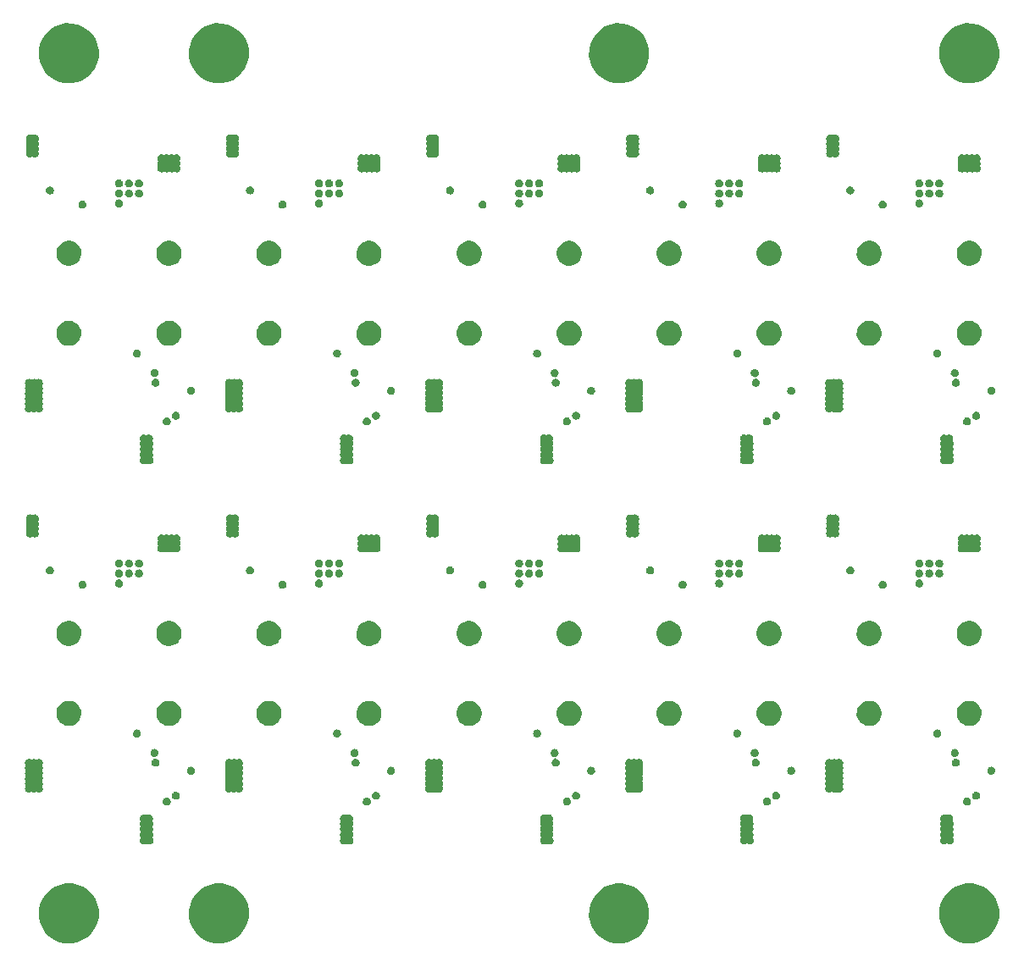
<source format=gbr>
G04 #@! TF.FileFunction,Soldermask,Bot*
%FSLAX46Y46*%
G04 Gerber Fmt 4.6, Leading zero omitted, Abs format (unit mm)*
G04 Created by KiCad (PCBNEW 4.0.2+dfsg1-stable) date Mi 04 Jan 2017 18:28:03 CET*
%MOMM*%
G01*
G04 APERTURE LIST*
%ADD10C,0.100000*%
G04 APERTURE END LIST*
D10*
G36*
X130315103Y-108001994D02*
X130891421Y-108120295D01*
X131433778Y-108348281D01*
X131921530Y-108677273D01*
X132336086Y-109094734D01*
X132661662Y-109584766D01*
X132885859Y-110128708D01*
X132999996Y-110705145D01*
X132999996Y-110705162D01*
X133000129Y-110705835D01*
X132990746Y-111377819D01*
X132990594Y-111378487D01*
X132990594Y-111378506D01*
X132860407Y-111951528D01*
X132621108Y-112489003D01*
X132281979Y-112969748D01*
X131855925Y-113375473D01*
X131359176Y-113690720D01*
X130810668Y-113903472D01*
X130231270Y-114005636D01*
X129643069Y-113993315D01*
X129068461Y-113866979D01*
X128529337Y-113631442D01*
X128046231Y-113295674D01*
X127637541Y-112872463D01*
X127318836Y-112377930D01*
X127102257Y-111830913D01*
X126996052Y-111252247D01*
X127004266Y-110663977D01*
X127126587Y-110088501D01*
X127358357Y-109547741D01*
X127690745Y-109062303D01*
X128111090Y-108650669D01*
X128603383Y-108328522D01*
X129148873Y-108108129D01*
X129726786Y-107997886D01*
X130315103Y-108001994D01*
X130315103Y-108001994D01*
G37*
G36*
X165315103Y-108001994D02*
X165891421Y-108120295D01*
X166433778Y-108348281D01*
X166921530Y-108677273D01*
X167336086Y-109094734D01*
X167661662Y-109584766D01*
X167885859Y-110128708D01*
X167999996Y-110705145D01*
X167999996Y-110705162D01*
X168000129Y-110705835D01*
X167990746Y-111377819D01*
X167990594Y-111378487D01*
X167990594Y-111378506D01*
X167860407Y-111951528D01*
X167621108Y-112489003D01*
X167281979Y-112969748D01*
X166855925Y-113375473D01*
X166359176Y-113690720D01*
X165810668Y-113903472D01*
X165231270Y-114005636D01*
X164643069Y-113993315D01*
X164068461Y-113866979D01*
X163529337Y-113631442D01*
X163046231Y-113295674D01*
X162637541Y-112872463D01*
X162318836Y-112377930D01*
X162102257Y-111830913D01*
X161996052Y-111252247D01*
X162004266Y-110663977D01*
X162126587Y-110088501D01*
X162358357Y-109547741D01*
X162690745Y-109062303D01*
X163111090Y-108650669D01*
X163603383Y-108328522D01*
X164148873Y-108108129D01*
X164726786Y-107997886D01*
X165315103Y-108001994D01*
X165315103Y-108001994D01*
G37*
G36*
X75315103Y-108001994D02*
X75891421Y-108120295D01*
X76433778Y-108348281D01*
X76921530Y-108677273D01*
X77336086Y-109094734D01*
X77661662Y-109584766D01*
X77885859Y-110128708D01*
X77999996Y-110705145D01*
X77999996Y-110705162D01*
X78000129Y-110705835D01*
X77990746Y-111377819D01*
X77990594Y-111378487D01*
X77990594Y-111378506D01*
X77860407Y-111951528D01*
X77621108Y-112489003D01*
X77281979Y-112969748D01*
X76855925Y-113375473D01*
X76359176Y-113690720D01*
X75810668Y-113903472D01*
X75231270Y-114005636D01*
X74643069Y-113993315D01*
X74068461Y-113866979D01*
X73529337Y-113631442D01*
X73046231Y-113295674D01*
X72637541Y-112872463D01*
X72318836Y-112377930D01*
X72102257Y-111830913D01*
X71996052Y-111252247D01*
X72004266Y-110663977D01*
X72126587Y-110088501D01*
X72358357Y-109547741D01*
X72690745Y-109062303D01*
X73111090Y-108650669D01*
X73603383Y-108328522D01*
X74148873Y-108108129D01*
X74726786Y-107997886D01*
X75315103Y-108001994D01*
X75315103Y-108001994D01*
G37*
G36*
X90315103Y-108001994D02*
X90891421Y-108120295D01*
X91433778Y-108348281D01*
X91921530Y-108677273D01*
X92336086Y-109094734D01*
X92661662Y-109584766D01*
X92885859Y-110128708D01*
X92999996Y-110705145D01*
X92999996Y-110705162D01*
X93000129Y-110705835D01*
X92990746Y-111377819D01*
X92990594Y-111378487D01*
X92990594Y-111378506D01*
X92860407Y-111951528D01*
X92621108Y-112489003D01*
X92281979Y-112969748D01*
X91855925Y-113375473D01*
X91359176Y-113690720D01*
X90810668Y-113903472D01*
X90231270Y-114005636D01*
X89643069Y-113993315D01*
X89068461Y-113866979D01*
X88529337Y-113631442D01*
X88046231Y-113295674D01*
X87637541Y-112872463D01*
X87318836Y-112377930D01*
X87102257Y-111830913D01*
X86996052Y-111252247D01*
X87004266Y-110663977D01*
X87126587Y-110088501D01*
X87358357Y-109547741D01*
X87690745Y-109062303D01*
X88111090Y-108650669D01*
X88603383Y-108328522D01*
X89148873Y-108108129D01*
X89726786Y-107997886D01*
X90315103Y-108001994D01*
X90315103Y-108001994D01*
G37*
G36*
X123042019Y-101100263D02*
X123118857Y-101116035D01*
X123191167Y-101146432D01*
X123256207Y-101190302D01*
X123311483Y-101245964D01*
X123354893Y-101311303D01*
X123384784Y-101383822D01*
X123399884Y-101460088D01*
X123399884Y-101460105D01*
X123400017Y-101460778D01*
X123398766Y-101550376D01*
X123398614Y-101551044D01*
X123398614Y-101551063D01*
X123381390Y-101626872D01*
X123353984Y-101688429D01*
X123346270Y-101715490D01*
X123346400Y-101743629D01*
X123354364Y-101770618D01*
X123362046Y-101784440D01*
X123379893Y-101811303D01*
X123409784Y-101883822D01*
X123424884Y-101960088D01*
X123424884Y-101960105D01*
X123425017Y-101960778D01*
X123423766Y-102050376D01*
X123423614Y-102051044D01*
X123423614Y-102051063D01*
X123406390Y-102126872D01*
X123374485Y-102198535D01*
X123361048Y-102217582D01*
X123348225Y-102242629D01*
X123342886Y-102270257D01*
X123345457Y-102298279D01*
X123359470Y-102330563D01*
X123379893Y-102361304D01*
X123409784Y-102433822D01*
X123424884Y-102510088D01*
X123424884Y-102510105D01*
X123425017Y-102510778D01*
X123423766Y-102600376D01*
X123423614Y-102601044D01*
X123423614Y-102601063D01*
X123406390Y-102676872D01*
X123374483Y-102748538D01*
X123352495Y-102779708D01*
X123339671Y-102804755D01*
X123334332Y-102832383D01*
X123336903Y-102860405D01*
X123350917Y-102892690D01*
X123379893Y-102936303D01*
X123409784Y-103008822D01*
X123424884Y-103085088D01*
X123424884Y-103085105D01*
X123425017Y-103085778D01*
X123423766Y-103175376D01*
X123423614Y-103176044D01*
X123423614Y-103176063D01*
X123406390Y-103251872D01*
X123374484Y-103323536D01*
X123365370Y-103336455D01*
X123352545Y-103361502D01*
X123347207Y-103389130D01*
X123349776Y-103417152D01*
X123363791Y-103449439D01*
X123404893Y-103511303D01*
X123434784Y-103583822D01*
X123449884Y-103660088D01*
X123449884Y-103660105D01*
X123450017Y-103660778D01*
X123448766Y-103750376D01*
X123448614Y-103751044D01*
X123448614Y-103751063D01*
X123431390Y-103826872D01*
X123399483Y-103898538D01*
X123354268Y-103962634D01*
X123297459Y-104016733D01*
X123231224Y-104058766D01*
X123158093Y-104087132D01*
X123080834Y-104100755D01*
X123002409Y-104099112D01*
X122925793Y-104082267D01*
X122853913Y-104050864D01*
X122831992Y-104035628D01*
X122806856Y-104022980D01*
X122779191Y-104017834D01*
X122751188Y-104020600D01*
X122721338Y-104033310D01*
X122681224Y-104058766D01*
X122608093Y-104087132D01*
X122530834Y-104100755D01*
X122452409Y-104099112D01*
X122375793Y-104082267D01*
X122303913Y-104050864D01*
X122239491Y-104006089D01*
X122185005Y-103949666D01*
X122142508Y-103883726D01*
X122113631Y-103810788D01*
X122099470Y-103733632D01*
X122100565Y-103655199D01*
X122116875Y-103578467D01*
X122147779Y-103506363D01*
X122173141Y-103469322D01*
X122185614Y-103444098D01*
X122190565Y-103416398D01*
X122187604Y-103388415D01*
X122174685Y-103358655D01*
X122142510Y-103308729D01*
X122113631Y-103235788D01*
X122099470Y-103158632D01*
X122100565Y-103080199D01*
X122116875Y-103003467D01*
X122147779Y-102931363D01*
X122173141Y-102894322D01*
X122185614Y-102869098D01*
X122190565Y-102841398D01*
X122187604Y-102813415D01*
X122174685Y-102783655D01*
X122142510Y-102733729D01*
X122113631Y-102660788D01*
X122099470Y-102583632D01*
X122100565Y-102505199D01*
X122116875Y-102428467D01*
X122147779Y-102356362D01*
X122164841Y-102331444D01*
X122177314Y-102306220D01*
X122182266Y-102278520D01*
X122179305Y-102250537D01*
X122166386Y-102220774D01*
X122142507Y-102183723D01*
X122113631Y-102110788D01*
X122099470Y-102033632D01*
X122100565Y-101955199D01*
X122116875Y-101878467D01*
X122147779Y-101806363D01*
X122148241Y-101805688D01*
X122160714Y-101780465D01*
X122165666Y-101752765D01*
X122162705Y-101724782D01*
X122149787Y-101695020D01*
X122142508Y-101683725D01*
X122113631Y-101610788D01*
X122099470Y-101533632D01*
X122100565Y-101455199D01*
X122116875Y-101378467D01*
X122147779Y-101306362D01*
X122192098Y-101241637D01*
X122248141Y-101186755D01*
X122313784Y-101143799D01*
X122386513Y-101114414D01*
X122463570Y-101099715D01*
X122542019Y-101100263D01*
X122618857Y-101116035D01*
X122691170Y-101146433D01*
X122694485Y-101148669D01*
X122719795Y-101160965D01*
X122747529Y-101165724D01*
X122775491Y-101162567D01*
X122805159Y-101149442D01*
X122813782Y-101143799D01*
X122886513Y-101114414D01*
X122963570Y-101099715D01*
X123042019Y-101100263D01*
X123042019Y-101100263D01*
G37*
G36*
X143042019Y-101100263D02*
X143118857Y-101116035D01*
X143191167Y-101146432D01*
X143256207Y-101190302D01*
X143311483Y-101245964D01*
X143354893Y-101311303D01*
X143384784Y-101383822D01*
X143399884Y-101460088D01*
X143399884Y-101460105D01*
X143400017Y-101460778D01*
X143398766Y-101550376D01*
X143398614Y-101551044D01*
X143398614Y-101551063D01*
X143381390Y-101626872D01*
X143353984Y-101688429D01*
X143346270Y-101715490D01*
X143346400Y-101743629D01*
X143354364Y-101770618D01*
X143362046Y-101784440D01*
X143379893Y-101811303D01*
X143409784Y-101883822D01*
X143424884Y-101960088D01*
X143424884Y-101960105D01*
X143425017Y-101960778D01*
X143423766Y-102050376D01*
X143423614Y-102051044D01*
X143423614Y-102051063D01*
X143406390Y-102126872D01*
X143374485Y-102198535D01*
X143361048Y-102217582D01*
X143348225Y-102242629D01*
X143342886Y-102270257D01*
X143345457Y-102298279D01*
X143359470Y-102330563D01*
X143379893Y-102361304D01*
X143409784Y-102433822D01*
X143424884Y-102510088D01*
X143424884Y-102510105D01*
X143425017Y-102510778D01*
X143423766Y-102600376D01*
X143423614Y-102601044D01*
X143423614Y-102601063D01*
X143406390Y-102676872D01*
X143374483Y-102748538D01*
X143352495Y-102779708D01*
X143339671Y-102804755D01*
X143334332Y-102832383D01*
X143336903Y-102860405D01*
X143350917Y-102892690D01*
X143379893Y-102936303D01*
X143409784Y-103008822D01*
X143424884Y-103085088D01*
X143424884Y-103085105D01*
X143425017Y-103085778D01*
X143423766Y-103175376D01*
X143423614Y-103176044D01*
X143423614Y-103176063D01*
X143406390Y-103251872D01*
X143374484Y-103323536D01*
X143365370Y-103336455D01*
X143352545Y-103361502D01*
X143347207Y-103389130D01*
X143349776Y-103417152D01*
X143363791Y-103449439D01*
X143404893Y-103511303D01*
X143434784Y-103583822D01*
X143449884Y-103660088D01*
X143449884Y-103660105D01*
X143450017Y-103660778D01*
X143448766Y-103750376D01*
X143448614Y-103751044D01*
X143448614Y-103751063D01*
X143431390Y-103826872D01*
X143399483Y-103898538D01*
X143354268Y-103962634D01*
X143297459Y-104016733D01*
X143231224Y-104058766D01*
X143158093Y-104087132D01*
X143080834Y-104100755D01*
X143002409Y-104099112D01*
X142925793Y-104082267D01*
X142853913Y-104050864D01*
X142831992Y-104035628D01*
X142806856Y-104022980D01*
X142779191Y-104017834D01*
X142751188Y-104020600D01*
X142721338Y-104033310D01*
X142681224Y-104058766D01*
X142608093Y-104087132D01*
X142530834Y-104100755D01*
X142452409Y-104099112D01*
X142375793Y-104082267D01*
X142303913Y-104050864D01*
X142239491Y-104006089D01*
X142185005Y-103949666D01*
X142142508Y-103883726D01*
X142113631Y-103810788D01*
X142099470Y-103733632D01*
X142100565Y-103655199D01*
X142116875Y-103578467D01*
X142147779Y-103506363D01*
X142173141Y-103469322D01*
X142185614Y-103444098D01*
X142190565Y-103416398D01*
X142187604Y-103388415D01*
X142174685Y-103358655D01*
X142142510Y-103308729D01*
X142113631Y-103235788D01*
X142099470Y-103158632D01*
X142100565Y-103080199D01*
X142116875Y-103003467D01*
X142147779Y-102931363D01*
X142173141Y-102894322D01*
X142185614Y-102869098D01*
X142190565Y-102841398D01*
X142187604Y-102813415D01*
X142174685Y-102783655D01*
X142142510Y-102733729D01*
X142113631Y-102660788D01*
X142099470Y-102583632D01*
X142100565Y-102505199D01*
X142116875Y-102428467D01*
X142147779Y-102356362D01*
X142164841Y-102331444D01*
X142177314Y-102306220D01*
X142182266Y-102278520D01*
X142179305Y-102250537D01*
X142166386Y-102220774D01*
X142142507Y-102183723D01*
X142113631Y-102110788D01*
X142099470Y-102033632D01*
X142100565Y-101955199D01*
X142116875Y-101878467D01*
X142147779Y-101806363D01*
X142148241Y-101805688D01*
X142160714Y-101780465D01*
X142165666Y-101752765D01*
X142162705Y-101724782D01*
X142149787Y-101695020D01*
X142142508Y-101683725D01*
X142113631Y-101610788D01*
X142099470Y-101533632D01*
X142100565Y-101455199D01*
X142116875Y-101378467D01*
X142147779Y-101306362D01*
X142192098Y-101241637D01*
X142248141Y-101186755D01*
X142313784Y-101143799D01*
X142386513Y-101114414D01*
X142463570Y-101099715D01*
X142542019Y-101100263D01*
X142618857Y-101116035D01*
X142691170Y-101146433D01*
X142694485Y-101148669D01*
X142719795Y-101160965D01*
X142747529Y-101165724D01*
X142775491Y-101162567D01*
X142805159Y-101149442D01*
X142813782Y-101143799D01*
X142886513Y-101114414D01*
X142963570Y-101099715D01*
X143042019Y-101100263D01*
X143042019Y-101100263D01*
G37*
G36*
X163042019Y-101100263D02*
X163118857Y-101116035D01*
X163191167Y-101146432D01*
X163256207Y-101190302D01*
X163311483Y-101245964D01*
X163354893Y-101311303D01*
X163384784Y-101383822D01*
X163399884Y-101460088D01*
X163399884Y-101460105D01*
X163400017Y-101460778D01*
X163398766Y-101550376D01*
X163398614Y-101551044D01*
X163398614Y-101551063D01*
X163381390Y-101626872D01*
X163353984Y-101688429D01*
X163346270Y-101715490D01*
X163346400Y-101743629D01*
X163354364Y-101770618D01*
X163362046Y-101784440D01*
X163379893Y-101811303D01*
X163409784Y-101883822D01*
X163424884Y-101960088D01*
X163424884Y-101960105D01*
X163425017Y-101960778D01*
X163423766Y-102050376D01*
X163423614Y-102051044D01*
X163423614Y-102051063D01*
X163406390Y-102126872D01*
X163374485Y-102198535D01*
X163361048Y-102217582D01*
X163348225Y-102242629D01*
X163342886Y-102270257D01*
X163345457Y-102298279D01*
X163359470Y-102330563D01*
X163379893Y-102361304D01*
X163409784Y-102433822D01*
X163424884Y-102510088D01*
X163424884Y-102510105D01*
X163425017Y-102510778D01*
X163423766Y-102600376D01*
X163423614Y-102601044D01*
X163423614Y-102601063D01*
X163406390Y-102676872D01*
X163374483Y-102748538D01*
X163352495Y-102779708D01*
X163339671Y-102804755D01*
X163334332Y-102832383D01*
X163336903Y-102860405D01*
X163350917Y-102892690D01*
X163379893Y-102936303D01*
X163409784Y-103008822D01*
X163424884Y-103085088D01*
X163424884Y-103085105D01*
X163425017Y-103085778D01*
X163423766Y-103175376D01*
X163423614Y-103176044D01*
X163423614Y-103176063D01*
X163406390Y-103251872D01*
X163374484Y-103323536D01*
X163365370Y-103336455D01*
X163352545Y-103361502D01*
X163347207Y-103389130D01*
X163349776Y-103417152D01*
X163363791Y-103449439D01*
X163404893Y-103511303D01*
X163434784Y-103583822D01*
X163449884Y-103660088D01*
X163449884Y-103660105D01*
X163450017Y-103660778D01*
X163448766Y-103750376D01*
X163448614Y-103751044D01*
X163448614Y-103751063D01*
X163431390Y-103826872D01*
X163399483Y-103898538D01*
X163354268Y-103962634D01*
X163297459Y-104016733D01*
X163231224Y-104058766D01*
X163158093Y-104087132D01*
X163080834Y-104100755D01*
X163002409Y-104099112D01*
X162925793Y-104082267D01*
X162853913Y-104050864D01*
X162831992Y-104035628D01*
X162806856Y-104022980D01*
X162779191Y-104017834D01*
X162751188Y-104020600D01*
X162721338Y-104033310D01*
X162681224Y-104058766D01*
X162608093Y-104087132D01*
X162530834Y-104100755D01*
X162452409Y-104099112D01*
X162375793Y-104082267D01*
X162303913Y-104050864D01*
X162239491Y-104006089D01*
X162185005Y-103949666D01*
X162142508Y-103883726D01*
X162113631Y-103810788D01*
X162099470Y-103733632D01*
X162100565Y-103655199D01*
X162116875Y-103578467D01*
X162147779Y-103506363D01*
X162173141Y-103469322D01*
X162185614Y-103444098D01*
X162190565Y-103416398D01*
X162187604Y-103388415D01*
X162174685Y-103358655D01*
X162142510Y-103308729D01*
X162113631Y-103235788D01*
X162099470Y-103158632D01*
X162100565Y-103080199D01*
X162116875Y-103003467D01*
X162147779Y-102931363D01*
X162173141Y-102894322D01*
X162185614Y-102869098D01*
X162190565Y-102841398D01*
X162187604Y-102813415D01*
X162174685Y-102783655D01*
X162142510Y-102733729D01*
X162113631Y-102660788D01*
X162099470Y-102583632D01*
X162100565Y-102505199D01*
X162116875Y-102428467D01*
X162147779Y-102356362D01*
X162164841Y-102331444D01*
X162177314Y-102306220D01*
X162182266Y-102278520D01*
X162179305Y-102250537D01*
X162166386Y-102220774D01*
X162142507Y-102183723D01*
X162113631Y-102110788D01*
X162099470Y-102033632D01*
X162100565Y-101955199D01*
X162116875Y-101878467D01*
X162147779Y-101806363D01*
X162148241Y-101805688D01*
X162160714Y-101780465D01*
X162165666Y-101752765D01*
X162162705Y-101724782D01*
X162149787Y-101695020D01*
X162142508Y-101683725D01*
X162113631Y-101610788D01*
X162099470Y-101533632D01*
X162100565Y-101455199D01*
X162116875Y-101378467D01*
X162147779Y-101306362D01*
X162192098Y-101241637D01*
X162248141Y-101186755D01*
X162313784Y-101143799D01*
X162386513Y-101114414D01*
X162463570Y-101099715D01*
X162542019Y-101100263D01*
X162618857Y-101116035D01*
X162691170Y-101146433D01*
X162694485Y-101148669D01*
X162719795Y-101160965D01*
X162747529Y-101165724D01*
X162775491Y-101162567D01*
X162805159Y-101149442D01*
X162813782Y-101143799D01*
X162886513Y-101114414D01*
X162963570Y-101099715D01*
X163042019Y-101100263D01*
X163042019Y-101100263D01*
G37*
G36*
X83042019Y-101100263D02*
X83118857Y-101116035D01*
X83191167Y-101146432D01*
X83256207Y-101190302D01*
X83311483Y-101245964D01*
X83354893Y-101311303D01*
X83384784Y-101383822D01*
X83399884Y-101460088D01*
X83399884Y-101460105D01*
X83400017Y-101460778D01*
X83398766Y-101550376D01*
X83398614Y-101551044D01*
X83398614Y-101551063D01*
X83381390Y-101626872D01*
X83353984Y-101688429D01*
X83346270Y-101715490D01*
X83346400Y-101743629D01*
X83354364Y-101770618D01*
X83362046Y-101784440D01*
X83379893Y-101811303D01*
X83409784Y-101883822D01*
X83424884Y-101960088D01*
X83424884Y-101960105D01*
X83425017Y-101960778D01*
X83423766Y-102050376D01*
X83423614Y-102051044D01*
X83423614Y-102051063D01*
X83406390Y-102126872D01*
X83374485Y-102198535D01*
X83361048Y-102217582D01*
X83348225Y-102242629D01*
X83342886Y-102270257D01*
X83345457Y-102298279D01*
X83359470Y-102330563D01*
X83379893Y-102361304D01*
X83409784Y-102433822D01*
X83424884Y-102510088D01*
X83424884Y-102510105D01*
X83425017Y-102510778D01*
X83423766Y-102600376D01*
X83423614Y-102601044D01*
X83423614Y-102601063D01*
X83406390Y-102676872D01*
X83374483Y-102748538D01*
X83352495Y-102779708D01*
X83339671Y-102804755D01*
X83334332Y-102832383D01*
X83336903Y-102860405D01*
X83350917Y-102892690D01*
X83379893Y-102936303D01*
X83409784Y-103008822D01*
X83424884Y-103085088D01*
X83424884Y-103085105D01*
X83425017Y-103085778D01*
X83423766Y-103175376D01*
X83423614Y-103176044D01*
X83423614Y-103176063D01*
X83406390Y-103251872D01*
X83374484Y-103323536D01*
X83365370Y-103336455D01*
X83352545Y-103361502D01*
X83347207Y-103389130D01*
X83349776Y-103417152D01*
X83363791Y-103449439D01*
X83404893Y-103511303D01*
X83434784Y-103583822D01*
X83449884Y-103660088D01*
X83449884Y-103660105D01*
X83450017Y-103660778D01*
X83448766Y-103750376D01*
X83448614Y-103751044D01*
X83448614Y-103751063D01*
X83431390Y-103826872D01*
X83399483Y-103898538D01*
X83354268Y-103962634D01*
X83297459Y-104016733D01*
X83231224Y-104058766D01*
X83158093Y-104087132D01*
X83080834Y-104100755D01*
X83002409Y-104099112D01*
X82925793Y-104082267D01*
X82853913Y-104050864D01*
X82831992Y-104035628D01*
X82806856Y-104022980D01*
X82779191Y-104017834D01*
X82751188Y-104020600D01*
X82721338Y-104033310D01*
X82681224Y-104058766D01*
X82608093Y-104087132D01*
X82530834Y-104100755D01*
X82452409Y-104099112D01*
X82375793Y-104082267D01*
X82303913Y-104050864D01*
X82239491Y-104006089D01*
X82185005Y-103949666D01*
X82142508Y-103883726D01*
X82113631Y-103810788D01*
X82099470Y-103733632D01*
X82100565Y-103655199D01*
X82116875Y-103578467D01*
X82147779Y-103506363D01*
X82173141Y-103469322D01*
X82185614Y-103444098D01*
X82190565Y-103416398D01*
X82187604Y-103388415D01*
X82174685Y-103358655D01*
X82142510Y-103308729D01*
X82113631Y-103235788D01*
X82099470Y-103158632D01*
X82100565Y-103080199D01*
X82116875Y-103003467D01*
X82147779Y-102931363D01*
X82173141Y-102894322D01*
X82185614Y-102869098D01*
X82190565Y-102841398D01*
X82187604Y-102813415D01*
X82174685Y-102783655D01*
X82142510Y-102733729D01*
X82113631Y-102660788D01*
X82099470Y-102583632D01*
X82100565Y-102505199D01*
X82116875Y-102428467D01*
X82147779Y-102356362D01*
X82164841Y-102331444D01*
X82177314Y-102306220D01*
X82182266Y-102278520D01*
X82179305Y-102250537D01*
X82166386Y-102220774D01*
X82142507Y-102183723D01*
X82113631Y-102110788D01*
X82099470Y-102033632D01*
X82100565Y-101955199D01*
X82116875Y-101878467D01*
X82147779Y-101806363D01*
X82148241Y-101805688D01*
X82160714Y-101780465D01*
X82165666Y-101752765D01*
X82162705Y-101724782D01*
X82149787Y-101695020D01*
X82142508Y-101683725D01*
X82113631Y-101610788D01*
X82099470Y-101533632D01*
X82100565Y-101455199D01*
X82116875Y-101378467D01*
X82147779Y-101306362D01*
X82192098Y-101241637D01*
X82248141Y-101186755D01*
X82313784Y-101143799D01*
X82386513Y-101114414D01*
X82463570Y-101099715D01*
X82542019Y-101100263D01*
X82618857Y-101116035D01*
X82691170Y-101146433D01*
X82694485Y-101148669D01*
X82719795Y-101160965D01*
X82747529Y-101165724D01*
X82775491Y-101162567D01*
X82805159Y-101149442D01*
X82813782Y-101143799D01*
X82886513Y-101114414D01*
X82963570Y-101099715D01*
X83042019Y-101100263D01*
X83042019Y-101100263D01*
G37*
G36*
X103042019Y-101100263D02*
X103118857Y-101116035D01*
X103191167Y-101146432D01*
X103256207Y-101190302D01*
X103311483Y-101245964D01*
X103354893Y-101311303D01*
X103384784Y-101383822D01*
X103399884Y-101460088D01*
X103399884Y-101460105D01*
X103400017Y-101460778D01*
X103398766Y-101550376D01*
X103398614Y-101551044D01*
X103398614Y-101551063D01*
X103381390Y-101626872D01*
X103353984Y-101688429D01*
X103346270Y-101715490D01*
X103346400Y-101743629D01*
X103354364Y-101770618D01*
X103362046Y-101784440D01*
X103379893Y-101811303D01*
X103409784Y-101883822D01*
X103424884Y-101960088D01*
X103424884Y-101960105D01*
X103425017Y-101960778D01*
X103423766Y-102050376D01*
X103423614Y-102051044D01*
X103423614Y-102051063D01*
X103406390Y-102126872D01*
X103374485Y-102198535D01*
X103361048Y-102217582D01*
X103348225Y-102242629D01*
X103342886Y-102270257D01*
X103345457Y-102298279D01*
X103359470Y-102330563D01*
X103379893Y-102361304D01*
X103409784Y-102433822D01*
X103424884Y-102510088D01*
X103424884Y-102510105D01*
X103425017Y-102510778D01*
X103423766Y-102600376D01*
X103423614Y-102601044D01*
X103423614Y-102601063D01*
X103406390Y-102676872D01*
X103374483Y-102748538D01*
X103352495Y-102779708D01*
X103339671Y-102804755D01*
X103334332Y-102832383D01*
X103336903Y-102860405D01*
X103350917Y-102892690D01*
X103379893Y-102936303D01*
X103409784Y-103008822D01*
X103424884Y-103085088D01*
X103424884Y-103085105D01*
X103425017Y-103085778D01*
X103423766Y-103175376D01*
X103423614Y-103176044D01*
X103423614Y-103176063D01*
X103406390Y-103251872D01*
X103374484Y-103323536D01*
X103365370Y-103336455D01*
X103352545Y-103361502D01*
X103347207Y-103389130D01*
X103349776Y-103417152D01*
X103363791Y-103449439D01*
X103404893Y-103511303D01*
X103434784Y-103583822D01*
X103449884Y-103660088D01*
X103449884Y-103660105D01*
X103450017Y-103660778D01*
X103448766Y-103750376D01*
X103448614Y-103751044D01*
X103448614Y-103751063D01*
X103431390Y-103826872D01*
X103399483Y-103898538D01*
X103354268Y-103962634D01*
X103297459Y-104016733D01*
X103231224Y-104058766D01*
X103158093Y-104087132D01*
X103080834Y-104100755D01*
X103002409Y-104099112D01*
X102925793Y-104082267D01*
X102853913Y-104050864D01*
X102831992Y-104035628D01*
X102806856Y-104022980D01*
X102779191Y-104017834D01*
X102751188Y-104020600D01*
X102721338Y-104033310D01*
X102681224Y-104058766D01*
X102608093Y-104087132D01*
X102530834Y-104100755D01*
X102452409Y-104099112D01*
X102375793Y-104082267D01*
X102303913Y-104050864D01*
X102239491Y-104006089D01*
X102185005Y-103949666D01*
X102142508Y-103883726D01*
X102113631Y-103810788D01*
X102099470Y-103733632D01*
X102100565Y-103655199D01*
X102116875Y-103578467D01*
X102147779Y-103506363D01*
X102173141Y-103469322D01*
X102185614Y-103444098D01*
X102190565Y-103416398D01*
X102187604Y-103388415D01*
X102174685Y-103358655D01*
X102142510Y-103308729D01*
X102113631Y-103235788D01*
X102099470Y-103158632D01*
X102100565Y-103080199D01*
X102116875Y-103003467D01*
X102147779Y-102931363D01*
X102173141Y-102894322D01*
X102185614Y-102869098D01*
X102190565Y-102841398D01*
X102187604Y-102813415D01*
X102174685Y-102783655D01*
X102142510Y-102733729D01*
X102113631Y-102660788D01*
X102099470Y-102583632D01*
X102100565Y-102505199D01*
X102116875Y-102428467D01*
X102147779Y-102356362D01*
X102164841Y-102331444D01*
X102177314Y-102306220D01*
X102182266Y-102278520D01*
X102179305Y-102250537D01*
X102166386Y-102220774D01*
X102142507Y-102183723D01*
X102113631Y-102110788D01*
X102099470Y-102033632D01*
X102100565Y-101955199D01*
X102116875Y-101878467D01*
X102147779Y-101806363D01*
X102148241Y-101805688D01*
X102160714Y-101780465D01*
X102165666Y-101752765D01*
X102162705Y-101724782D01*
X102149787Y-101695020D01*
X102142508Y-101683725D01*
X102113631Y-101610788D01*
X102099470Y-101533632D01*
X102100565Y-101455199D01*
X102116875Y-101378467D01*
X102147779Y-101306362D01*
X102192098Y-101241637D01*
X102248141Y-101186755D01*
X102313784Y-101143799D01*
X102386513Y-101114414D01*
X102463570Y-101099715D01*
X102542019Y-101100263D01*
X102618857Y-101116035D01*
X102691170Y-101146433D01*
X102694485Y-101148669D01*
X102719795Y-101160965D01*
X102747529Y-101165724D01*
X102775491Y-101162567D01*
X102805159Y-101149442D01*
X102813782Y-101143799D01*
X102886513Y-101114414D01*
X102963570Y-101099715D01*
X103042019Y-101100263D01*
X103042019Y-101100263D01*
G37*
G36*
X104817017Y-99400263D02*
X104893855Y-99416035D01*
X104966165Y-99446432D01*
X105031205Y-99490302D01*
X105086481Y-99545964D01*
X105129891Y-99611303D01*
X105159782Y-99683822D01*
X105174882Y-99760088D01*
X105174882Y-99760105D01*
X105175015Y-99760778D01*
X105173764Y-99850376D01*
X105173612Y-99851044D01*
X105173612Y-99851063D01*
X105156388Y-99926872D01*
X105124481Y-99998538D01*
X105079266Y-100062634D01*
X105022457Y-100116733D01*
X104956222Y-100158766D01*
X104883091Y-100187132D01*
X104805832Y-100200755D01*
X104727407Y-100199112D01*
X104650791Y-100182267D01*
X104578911Y-100150864D01*
X104514489Y-100106089D01*
X104460003Y-100049666D01*
X104417506Y-99983726D01*
X104388629Y-99910788D01*
X104374468Y-99833632D01*
X104375563Y-99755199D01*
X104391873Y-99678467D01*
X104422777Y-99606362D01*
X104467096Y-99541637D01*
X104523139Y-99486755D01*
X104588782Y-99443799D01*
X104661511Y-99414414D01*
X104738568Y-99399715D01*
X104817017Y-99400263D01*
X104817017Y-99400263D01*
G37*
G36*
X84817017Y-99400263D02*
X84893855Y-99416035D01*
X84966165Y-99446432D01*
X85031205Y-99490302D01*
X85086481Y-99545964D01*
X85129891Y-99611303D01*
X85159782Y-99683822D01*
X85174882Y-99760088D01*
X85174882Y-99760105D01*
X85175015Y-99760778D01*
X85173764Y-99850376D01*
X85173612Y-99851044D01*
X85173612Y-99851063D01*
X85156388Y-99926872D01*
X85124481Y-99998538D01*
X85079266Y-100062634D01*
X85022457Y-100116733D01*
X84956222Y-100158766D01*
X84883091Y-100187132D01*
X84805832Y-100200755D01*
X84727407Y-100199112D01*
X84650791Y-100182267D01*
X84578911Y-100150864D01*
X84514489Y-100106089D01*
X84460003Y-100049666D01*
X84417506Y-99983726D01*
X84388629Y-99910788D01*
X84374468Y-99833632D01*
X84375563Y-99755199D01*
X84391873Y-99678467D01*
X84422777Y-99606362D01*
X84467096Y-99541637D01*
X84523139Y-99486755D01*
X84588782Y-99443799D01*
X84661511Y-99414414D01*
X84738568Y-99399715D01*
X84817017Y-99400263D01*
X84817017Y-99400263D01*
G37*
G36*
X124817017Y-99400263D02*
X124893855Y-99416035D01*
X124966165Y-99446432D01*
X125031205Y-99490302D01*
X125086481Y-99545964D01*
X125129891Y-99611303D01*
X125159782Y-99683822D01*
X125174882Y-99760088D01*
X125174882Y-99760105D01*
X125175015Y-99760778D01*
X125173764Y-99850376D01*
X125173612Y-99851044D01*
X125173612Y-99851063D01*
X125156388Y-99926872D01*
X125124481Y-99998538D01*
X125079266Y-100062634D01*
X125022457Y-100116733D01*
X124956222Y-100158766D01*
X124883091Y-100187132D01*
X124805832Y-100200755D01*
X124727407Y-100199112D01*
X124650791Y-100182267D01*
X124578911Y-100150864D01*
X124514489Y-100106089D01*
X124460003Y-100049666D01*
X124417506Y-99983726D01*
X124388629Y-99910788D01*
X124374468Y-99833632D01*
X124375563Y-99755199D01*
X124391873Y-99678467D01*
X124422777Y-99606362D01*
X124467096Y-99541637D01*
X124523139Y-99486755D01*
X124588782Y-99443799D01*
X124661511Y-99414414D01*
X124738568Y-99399715D01*
X124817017Y-99400263D01*
X124817017Y-99400263D01*
G37*
G36*
X144817017Y-99400263D02*
X144893855Y-99416035D01*
X144966165Y-99446432D01*
X145031205Y-99490302D01*
X145086481Y-99545964D01*
X145129891Y-99611303D01*
X145159782Y-99683822D01*
X145174882Y-99760088D01*
X145174882Y-99760105D01*
X145175015Y-99760778D01*
X145173764Y-99850376D01*
X145173612Y-99851044D01*
X145173612Y-99851063D01*
X145156388Y-99926872D01*
X145124481Y-99998538D01*
X145079266Y-100062634D01*
X145022457Y-100116733D01*
X144956222Y-100158766D01*
X144883091Y-100187132D01*
X144805832Y-100200755D01*
X144727407Y-100199112D01*
X144650791Y-100182267D01*
X144578911Y-100150864D01*
X144514489Y-100106089D01*
X144460003Y-100049666D01*
X144417506Y-99983726D01*
X144388629Y-99910788D01*
X144374468Y-99833632D01*
X144375563Y-99755199D01*
X144391873Y-99678467D01*
X144422777Y-99606362D01*
X144467096Y-99541637D01*
X144523139Y-99486755D01*
X144588782Y-99443799D01*
X144661511Y-99414414D01*
X144738568Y-99399715D01*
X144817017Y-99400263D01*
X144817017Y-99400263D01*
G37*
G36*
X164817017Y-99400263D02*
X164893855Y-99416035D01*
X164966165Y-99446432D01*
X165031205Y-99490302D01*
X165086481Y-99545964D01*
X165129891Y-99611303D01*
X165159782Y-99683822D01*
X165174882Y-99760088D01*
X165174882Y-99760105D01*
X165175015Y-99760778D01*
X165173764Y-99850376D01*
X165173612Y-99851044D01*
X165173612Y-99851063D01*
X165156388Y-99926872D01*
X165124481Y-99998538D01*
X165079266Y-100062634D01*
X165022457Y-100116733D01*
X164956222Y-100158766D01*
X164883091Y-100187132D01*
X164805832Y-100200755D01*
X164727407Y-100199112D01*
X164650791Y-100182267D01*
X164578911Y-100150864D01*
X164514489Y-100106089D01*
X164460003Y-100049666D01*
X164417506Y-99983726D01*
X164388629Y-99910788D01*
X164374468Y-99833632D01*
X164375563Y-99755199D01*
X164391873Y-99678467D01*
X164422777Y-99606362D01*
X164467096Y-99541637D01*
X164523139Y-99486755D01*
X164588782Y-99443799D01*
X164661511Y-99414414D01*
X164738568Y-99399715D01*
X164817017Y-99400263D01*
X164817017Y-99400263D01*
G37*
G36*
X85734019Y-98830284D02*
X85810857Y-98846056D01*
X85883167Y-98876453D01*
X85948207Y-98920323D01*
X86003483Y-98975985D01*
X86046893Y-99041324D01*
X86076784Y-99113843D01*
X86091884Y-99190109D01*
X86091884Y-99190126D01*
X86092017Y-99190799D01*
X86090766Y-99280397D01*
X86090614Y-99281065D01*
X86090614Y-99281084D01*
X86073390Y-99356893D01*
X86041483Y-99428559D01*
X85996268Y-99492655D01*
X85939459Y-99546754D01*
X85873224Y-99588787D01*
X85800093Y-99617153D01*
X85722834Y-99630776D01*
X85644409Y-99629133D01*
X85567793Y-99612288D01*
X85495913Y-99580885D01*
X85431491Y-99536110D01*
X85377005Y-99479687D01*
X85334508Y-99413747D01*
X85305631Y-99340809D01*
X85291470Y-99263653D01*
X85292565Y-99185220D01*
X85308875Y-99108488D01*
X85339779Y-99036383D01*
X85384098Y-98971658D01*
X85440141Y-98916776D01*
X85505784Y-98873820D01*
X85578513Y-98844435D01*
X85655570Y-98829736D01*
X85734019Y-98830284D01*
X85734019Y-98830284D01*
G37*
G36*
X105734019Y-98830284D02*
X105810857Y-98846056D01*
X105883167Y-98876453D01*
X105948207Y-98920323D01*
X106003483Y-98975985D01*
X106046893Y-99041324D01*
X106076784Y-99113843D01*
X106091884Y-99190109D01*
X106091884Y-99190126D01*
X106092017Y-99190799D01*
X106090766Y-99280397D01*
X106090614Y-99281065D01*
X106090614Y-99281084D01*
X106073390Y-99356893D01*
X106041483Y-99428559D01*
X105996268Y-99492655D01*
X105939459Y-99546754D01*
X105873224Y-99588787D01*
X105800093Y-99617153D01*
X105722834Y-99630776D01*
X105644409Y-99629133D01*
X105567793Y-99612288D01*
X105495913Y-99580885D01*
X105431491Y-99536110D01*
X105377005Y-99479687D01*
X105334508Y-99413747D01*
X105305631Y-99340809D01*
X105291470Y-99263653D01*
X105292565Y-99185220D01*
X105308875Y-99108488D01*
X105339779Y-99036383D01*
X105384098Y-98971658D01*
X105440141Y-98916776D01*
X105505784Y-98873820D01*
X105578513Y-98844435D01*
X105655570Y-98829736D01*
X105734019Y-98830284D01*
X105734019Y-98830284D01*
G37*
G36*
X125734019Y-98830284D02*
X125810857Y-98846056D01*
X125883167Y-98876453D01*
X125948207Y-98920323D01*
X126003483Y-98975985D01*
X126046893Y-99041324D01*
X126076784Y-99113843D01*
X126091884Y-99190109D01*
X126091884Y-99190126D01*
X126092017Y-99190799D01*
X126090766Y-99280397D01*
X126090614Y-99281065D01*
X126090614Y-99281084D01*
X126073390Y-99356893D01*
X126041483Y-99428559D01*
X125996268Y-99492655D01*
X125939459Y-99546754D01*
X125873224Y-99588787D01*
X125800093Y-99617153D01*
X125722834Y-99630776D01*
X125644409Y-99629133D01*
X125567793Y-99612288D01*
X125495913Y-99580885D01*
X125431491Y-99536110D01*
X125377005Y-99479687D01*
X125334508Y-99413747D01*
X125305631Y-99340809D01*
X125291470Y-99263653D01*
X125292565Y-99185220D01*
X125308875Y-99108488D01*
X125339779Y-99036383D01*
X125384098Y-98971658D01*
X125440141Y-98916776D01*
X125505784Y-98873820D01*
X125578513Y-98844435D01*
X125655570Y-98829736D01*
X125734019Y-98830284D01*
X125734019Y-98830284D01*
G37*
G36*
X145734019Y-98830284D02*
X145810857Y-98846056D01*
X145883167Y-98876453D01*
X145948207Y-98920323D01*
X146003483Y-98975985D01*
X146046893Y-99041324D01*
X146076784Y-99113843D01*
X146091884Y-99190109D01*
X146091884Y-99190126D01*
X146092017Y-99190799D01*
X146090766Y-99280397D01*
X146090614Y-99281065D01*
X146090614Y-99281084D01*
X146073390Y-99356893D01*
X146041483Y-99428559D01*
X145996268Y-99492655D01*
X145939459Y-99546754D01*
X145873224Y-99588787D01*
X145800093Y-99617153D01*
X145722834Y-99630776D01*
X145644409Y-99629133D01*
X145567793Y-99612288D01*
X145495913Y-99580885D01*
X145431491Y-99536110D01*
X145377005Y-99479687D01*
X145334508Y-99413747D01*
X145305631Y-99340809D01*
X145291470Y-99263653D01*
X145292565Y-99185220D01*
X145308875Y-99108488D01*
X145339779Y-99036383D01*
X145384098Y-98971658D01*
X145440141Y-98916776D01*
X145505784Y-98873820D01*
X145578513Y-98844435D01*
X145655570Y-98829736D01*
X145734019Y-98830284D01*
X145734019Y-98830284D01*
G37*
G36*
X165734019Y-98830284D02*
X165810857Y-98846056D01*
X165883167Y-98876453D01*
X165948207Y-98920323D01*
X166003483Y-98975985D01*
X166046893Y-99041324D01*
X166076784Y-99113843D01*
X166091884Y-99190109D01*
X166091884Y-99190126D01*
X166092017Y-99190799D01*
X166090766Y-99280397D01*
X166090614Y-99281065D01*
X166090614Y-99281084D01*
X166073390Y-99356893D01*
X166041483Y-99428559D01*
X165996268Y-99492655D01*
X165939459Y-99546754D01*
X165873224Y-99588787D01*
X165800093Y-99617153D01*
X165722834Y-99630776D01*
X165644409Y-99629133D01*
X165567793Y-99612288D01*
X165495913Y-99580885D01*
X165431491Y-99536110D01*
X165377005Y-99479687D01*
X165334508Y-99413747D01*
X165305631Y-99340809D01*
X165291470Y-99263653D01*
X165292565Y-99185220D01*
X165308875Y-99108488D01*
X165339779Y-99036383D01*
X165384098Y-98971658D01*
X165440141Y-98916776D01*
X165505784Y-98873820D01*
X165578513Y-98844435D01*
X165655570Y-98829736D01*
X165734019Y-98830284D01*
X165734019Y-98830284D01*
G37*
G36*
X152042019Y-95550263D02*
X152118857Y-95566035D01*
X152191167Y-95596432D01*
X152256207Y-95640302D01*
X152311483Y-95695964D01*
X152354893Y-95761303D01*
X152384784Y-95833822D01*
X152399884Y-95910088D01*
X152399884Y-95910105D01*
X152400017Y-95910778D01*
X152398766Y-96000376D01*
X152398614Y-96001044D01*
X152398614Y-96001063D01*
X152381390Y-96076872D01*
X152345496Y-96157493D01*
X152345829Y-96157641D01*
X152340333Y-96168374D01*
X152334994Y-96196002D01*
X152337563Y-96224024D01*
X152351577Y-96256312D01*
X152354894Y-96261304D01*
X152384784Y-96333822D01*
X152399884Y-96410088D01*
X152399884Y-96410105D01*
X152400017Y-96410778D01*
X152398766Y-96500376D01*
X152398614Y-96501044D01*
X152398614Y-96501063D01*
X152381390Y-96576872D01*
X152345496Y-96657493D01*
X152345829Y-96657641D01*
X152340333Y-96668374D01*
X152334994Y-96696002D01*
X152337563Y-96724024D01*
X152351577Y-96756312D01*
X152354894Y-96761304D01*
X152384784Y-96833822D01*
X152399884Y-96910088D01*
X152399884Y-96910105D01*
X152400017Y-96910778D01*
X152398766Y-97000376D01*
X152398614Y-97001044D01*
X152398614Y-97001063D01*
X152381390Y-97076872D01*
X152349484Y-97148535D01*
X152344602Y-97155456D01*
X152331778Y-97180503D01*
X152326440Y-97208131D01*
X152329009Y-97236153D01*
X152343024Y-97268440D01*
X152354894Y-97286306D01*
X152384784Y-97358822D01*
X152399884Y-97435088D01*
X152399884Y-97435105D01*
X152400017Y-97435778D01*
X152398766Y-97525376D01*
X152398614Y-97526044D01*
X152398614Y-97526063D01*
X152381390Y-97601872D01*
X152349484Y-97673535D01*
X152344602Y-97680456D01*
X152331778Y-97705503D01*
X152326440Y-97733131D01*
X152329009Y-97761153D01*
X152343024Y-97793440D01*
X152354894Y-97811306D01*
X152384784Y-97883822D01*
X152399884Y-97960088D01*
X152399884Y-97960105D01*
X152400017Y-97960778D01*
X152398766Y-98050376D01*
X152398614Y-98051044D01*
X152398614Y-98051063D01*
X152381390Y-98126872D01*
X152345496Y-98207493D01*
X152345829Y-98207641D01*
X152340333Y-98218374D01*
X152334994Y-98246002D01*
X152337563Y-98274024D01*
X152351577Y-98306312D01*
X152354894Y-98311304D01*
X152384784Y-98383822D01*
X152399884Y-98460088D01*
X152399884Y-98460105D01*
X152400017Y-98460778D01*
X152398766Y-98550376D01*
X152398614Y-98551044D01*
X152398614Y-98551063D01*
X152381390Y-98626872D01*
X152349483Y-98698538D01*
X152304268Y-98762634D01*
X152247459Y-98816733D01*
X152181224Y-98858766D01*
X152108093Y-98887132D01*
X152030834Y-98900755D01*
X151952409Y-98899112D01*
X151875793Y-98882267D01*
X151798290Y-98848407D01*
X151780721Y-98839566D01*
X151753057Y-98834420D01*
X151725054Y-98837185D01*
X151695203Y-98849895D01*
X151681223Y-98858767D01*
X151608093Y-98887132D01*
X151530834Y-98900755D01*
X151452409Y-98899112D01*
X151375793Y-98882267D01*
X151298290Y-98848407D01*
X151280721Y-98839566D01*
X151253057Y-98834420D01*
X151225054Y-98837185D01*
X151195203Y-98849895D01*
X151181223Y-98858767D01*
X151108093Y-98887132D01*
X151030834Y-98900755D01*
X150952409Y-98899112D01*
X150875793Y-98882267D01*
X150803913Y-98850864D01*
X150739491Y-98806089D01*
X150685005Y-98749666D01*
X150642508Y-98683726D01*
X150613631Y-98610788D01*
X150599470Y-98533632D01*
X150600565Y-98455199D01*
X150616875Y-98378467D01*
X150647779Y-98306363D01*
X150648241Y-98305688D01*
X150660714Y-98280465D01*
X150665666Y-98252765D01*
X150662705Y-98224782D01*
X150649787Y-98195020D01*
X150642508Y-98183725D01*
X150613631Y-98110788D01*
X150599470Y-98033632D01*
X150600565Y-97955199D01*
X150616875Y-97878467D01*
X150647779Y-97806363D01*
X150648241Y-97805688D01*
X150660714Y-97780465D01*
X150665666Y-97752765D01*
X150662705Y-97724782D01*
X150649787Y-97695020D01*
X150642508Y-97683725D01*
X150613631Y-97610788D01*
X150599470Y-97533632D01*
X150600565Y-97455199D01*
X150616875Y-97378467D01*
X150647779Y-97306362D01*
X150656541Y-97293566D01*
X150669014Y-97268342D01*
X150673966Y-97240642D01*
X150671005Y-97212659D01*
X150658086Y-97182897D01*
X150642508Y-97158726D01*
X150613631Y-97085788D01*
X150599470Y-97008632D01*
X150600565Y-96930199D01*
X150616875Y-96853467D01*
X150647779Y-96781362D01*
X150656541Y-96768566D01*
X150669014Y-96743342D01*
X150673966Y-96715642D01*
X150671005Y-96687659D01*
X150658086Y-96657897D01*
X150642508Y-96633726D01*
X150613631Y-96560788D01*
X150599470Y-96483632D01*
X150600565Y-96405199D01*
X150616875Y-96328467D01*
X150647779Y-96256363D01*
X150648241Y-96255688D01*
X150660714Y-96230465D01*
X150665666Y-96202765D01*
X150662705Y-96174782D01*
X150649787Y-96145020D01*
X150642508Y-96133725D01*
X150613631Y-96060788D01*
X150599470Y-95983632D01*
X150600565Y-95905199D01*
X150616875Y-95828467D01*
X150647779Y-95756362D01*
X150692098Y-95691637D01*
X150748141Y-95636755D01*
X150813784Y-95593799D01*
X150886513Y-95564414D01*
X150963570Y-95549715D01*
X151042019Y-95550263D01*
X151118857Y-95566035D01*
X151191170Y-95596433D01*
X151194485Y-95598669D01*
X151219795Y-95610965D01*
X151247529Y-95615724D01*
X151275491Y-95612567D01*
X151305159Y-95599442D01*
X151313782Y-95593799D01*
X151386513Y-95564414D01*
X151463570Y-95549715D01*
X151542019Y-95550263D01*
X151618857Y-95566035D01*
X151691170Y-95596433D01*
X151694485Y-95598669D01*
X151719795Y-95610965D01*
X151747529Y-95615724D01*
X151775491Y-95612567D01*
X151805159Y-95599442D01*
X151813782Y-95593799D01*
X151886513Y-95564414D01*
X151963570Y-95549715D01*
X152042019Y-95550263D01*
X152042019Y-95550263D01*
G37*
G36*
X132042019Y-95550263D02*
X132118857Y-95566035D01*
X132191167Y-95596432D01*
X132256207Y-95640302D01*
X132311483Y-95695964D01*
X132354893Y-95761303D01*
X132384784Y-95833822D01*
X132399884Y-95910088D01*
X132399884Y-95910105D01*
X132400017Y-95910778D01*
X132398766Y-96000376D01*
X132398614Y-96001044D01*
X132398614Y-96001063D01*
X132381390Y-96076872D01*
X132345496Y-96157493D01*
X132345829Y-96157641D01*
X132340333Y-96168374D01*
X132334994Y-96196002D01*
X132337563Y-96224024D01*
X132351577Y-96256312D01*
X132354894Y-96261304D01*
X132384784Y-96333822D01*
X132399884Y-96410088D01*
X132399884Y-96410105D01*
X132400017Y-96410778D01*
X132398766Y-96500376D01*
X132398614Y-96501044D01*
X132398614Y-96501063D01*
X132381390Y-96576872D01*
X132345496Y-96657493D01*
X132345829Y-96657641D01*
X132340333Y-96668374D01*
X132334994Y-96696002D01*
X132337563Y-96724024D01*
X132351577Y-96756312D01*
X132354894Y-96761304D01*
X132384784Y-96833822D01*
X132399884Y-96910088D01*
X132399884Y-96910105D01*
X132400017Y-96910778D01*
X132398766Y-97000376D01*
X132398614Y-97001044D01*
X132398614Y-97001063D01*
X132381390Y-97076872D01*
X132349484Y-97148535D01*
X132344602Y-97155456D01*
X132331778Y-97180503D01*
X132326440Y-97208131D01*
X132329009Y-97236153D01*
X132343024Y-97268440D01*
X132354894Y-97286306D01*
X132384784Y-97358822D01*
X132399884Y-97435088D01*
X132399884Y-97435105D01*
X132400017Y-97435778D01*
X132398766Y-97525376D01*
X132398614Y-97526044D01*
X132398614Y-97526063D01*
X132381390Y-97601872D01*
X132349484Y-97673535D01*
X132344602Y-97680456D01*
X132331778Y-97705503D01*
X132326440Y-97733131D01*
X132329009Y-97761153D01*
X132343024Y-97793440D01*
X132354894Y-97811306D01*
X132384784Y-97883822D01*
X132399884Y-97960088D01*
X132399884Y-97960105D01*
X132400017Y-97960778D01*
X132398766Y-98050376D01*
X132398614Y-98051044D01*
X132398614Y-98051063D01*
X132381390Y-98126872D01*
X132345496Y-98207493D01*
X132345829Y-98207641D01*
X132340333Y-98218374D01*
X132334994Y-98246002D01*
X132337563Y-98274024D01*
X132351577Y-98306312D01*
X132354894Y-98311304D01*
X132384784Y-98383822D01*
X132399884Y-98460088D01*
X132399884Y-98460105D01*
X132400017Y-98460778D01*
X132398766Y-98550376D01*
X132398614Y-98551044D01*
X132398614Y-98551063D01*
X132381390Y-98626872D01*
X132349483Y-98698538D01*
X132304268Y-98762634D01*
X132247459Y-98816733D01*
X132181224Y-98858766D01*
X132108093Y-98887132D01*
X132030834Y-98900755D01*
X131952409Y-98899112D01*
X131875793Y-98882267D01*
X131798290Y-98848407D01*
X131780721Y-98839566D01*
X131753057Y-98834420D01*
X131725054Y-98837185D01*
X131695203Y-98849895D01*
X131681223Y-98858767D01*
X131608093Y-98887132D01*
X131530834Y-98900755D01*
X131452409Y-98899112D01*
X131375793Y-98882267D01*
X131298290Y-98848407D01*
X131280721Y-98839566D01*
X131253057Y-98834420D01*
X131225054Y-98837185D01*
X131195203Y-98849895D01*
X131181223Y-98858767D01*
X131108093Y-98887132D01*
X131030834Y-98900755D01*
X130952409Y-98899112D01*
X130875793Y-98882267D01*
X130803913Y-98850864D01*
X130739491Y-98806089D01*
X130685005Y-98749666D01*
X130642508Y-98683726D01*
X130613631Y-98610788D01*
X130599470Y-98533632D01*
X130600565Y-98455199D01*
X130616875Y-98378467D01*
X130647779Y-98306363D01*
X130648241Y-98305688D01*
X130660714Y-98280465D01*
X130665666Y-98252765D01*
X130662705Y-98224782D01*
X130649787Y-98195020D01*
X130642508Y-98183725D01*
X130613631Y-98110788D01*
X130599470Y-98033632D01*
X130600565Y-97955199D01*
X130616875Y-97878467D01*
X130647779Y-97806363D01*
X130648241Y-97805688D01*
X130660714Y-97780465D01*
X130665666Y-97752765D01*
X130662705Y-97724782D01*
X130649787Y-97695020D01*
X130642508Y-97683725D01*
X130613631Y-97610788D01*
X130599470Y-97533632D01*
X130600565Y-97455199D01*
X130616875Y-97378467D01*
X130647779Y-97306362D01*
X130656541Y-97293566D01*
X130669014Y-97268342D01*
X130673966Y-97240642D01*
X130671005Y-97212659D01*
X130658086Y-97182897D01*
X130642508Y-97158726D01*
X130613631Y-97085788D01*
X130599470Y-97008632D01*
X130600565Y-96930199D01*
X130616875Y-96853467D01*
X130647779Y-96781362D01*
X130656541Y-96768566D01*
X130669014Y-96743342D01*
X130673966Y-96715642D01*
X130671005Y-96687659D01*
X130658086Y-96657897D01*
X130642508Y-96633726D01*
X130613631Y-96560788D01*
X130599470Y-96483632D01*
X130600565Y-96405199D01*
X130616875Y-96328467D01*
X130647779Y-96256363D01*
X130648241Y-96255688D01*
X130660714Y-96230465D01*
X130665666Y-96202765D01*
X130662705Y-96174782D01*
X130649787Y-96145020D01*
X130642508Y-96133725D01*
X130613631Y-96060788D01*
X130599470Y-95983632D01*
X130600565Y-95905199D01*
X130616875Y-95828467D01*
X130647779Y-95756362D01*
X130692098Y-95691637D01*
X130748141Y-95636755D01*
X130813784Y-95593799D01*
X130886513Y-95564414D01*
X130963570Y-95549715D01*
X131042019Y-95550263D01*
X131118857Y-95566035D01*
X131191170Y-95596433D01*
X131194485Y-95598669D01*
X131219795Y-95610965D01*
X131247529Y-95615724D01*
X131275491Y-95612567D01*
X131305159Y-95599442D01*
X131313782Y-95593799D01*
X131386513Y-95564414D01*
X131463570Y-95549715D01*
X131542019Y-95550263D01*
X131618857Y-95566035D01*
X131691170Y-95596433D01*
X131694485Y-95598669D01*
X131719795Y-95610965D01*
X131747529Y-95615724D01*
X131775491Y-95612567D01*
X131805159Y-95599442D01*
X131813782Y-95593799D01*
X131886513Y-95564414D01*
X131963570Y-95549715D01*
X132042019Y-95550263D01*
X132042019Y-95550263D01*
G37*
G36*
X92042019Y-95550263D02*
X92118857Y-95566035D01*
X92191167Y-95596432D01*
X92256207Y-95640302D01*
X92311483Y-95695964D01*
X92354893Y-95761303D01*
X92384784Y-95833822D01*
X92399884Y-95910088D01*
X92399884Y-95910105D01*
X92400017Y-95910778D01*
X92398766Y-96000376D01*
X92398614Y-96001044D01*
X92398614Y-96001063D01*
X92381390Y-96076872D01*
X92345496Y-96157493D01*
X92345829Y-96157641D01*
X92340333Y-96168374D01*
X92334994Y-96196002D01*
X92337563Y-96224024D01*
X92351577Y-96256312D01*
X92354894Y-96261304D01*
X92384784Y-96333822D01*
X92399884Y-96410088D01*
X92399884Y-96410105D01*
X92400017Y-96410778D01*
X92398766Y-96500376D01*
X92398614Y-96501044D01*
X92398614Y-96501063D01*
X92381390Y-96576872D01*
X92345496Y-96657493D01*
X92345829Y-96657641D01*
X92340333Y-96668374D01*
X92334994Y-96696002D01*
X92337563Y-96724024D01*
X92351577Y-96756312D01*
X92354894Y-96761304D01*
X92384784Y-96833822D01*
X92399884Y-96910088D01*
X92399884Y-96910105D01*
X92400017Y-96910778D01*
X92398766Y-97000376D01*
X92398614Y-97001044D01*
X92398614Y-97001063D01*
X92381390Y-97076872D01*
X92349484Y-97148535D01*
X92344602Y-97155456D01*
X92331778Y-97180503D01*
X92326440Y-97208131D01*
X92329009Y-97236153D01*
X92343024Y-97268440D01*
X92354894Y-97286306D01*
X92384784Y-97358822D01*
X92399884Y-97435088D01*
X92399884Y-97435105D01*
X92400017Y-97435778D01*
X92398766Y-97525376D01*
X92398614Y-97526044D01*
X92398614Y-97526063D01*
X92381390Y-97601872D01*
X92349484Y-97673535D01*
X92344602Y-97680456D01*
X92331778Y-97705503D01*
X92326440Y-97733131D01*
X92329009Y-97761153D01*
X92343024Y-97793440D01*
X92354894Y-97811306D01*
X92384784Y-97883822D01*
X92399884Y-97960088D01*
X92399884Y-97960105D01*
X92400017Y-97960778D01*
X92398766Y-98050376D01*
X92398614Y-98051044D01*
X92398614Y-98051063D01*
X92381390Y-98126872D01*
X92345496Y-98207493D01*
X92345829Y-98207641D01*
X92340333Y-98218374D01*
X92334994Y-98246002D01*
X92337563Y-98274024D01*
X92351577Y-98306312D01*
X92354894Y-98311304D01*
X92384784Y-98383822D01*
X92399884Y-98460088D01*
X92399884Y-98460105D01*
X92400017Y-98460778D01*
X92398766Y-98550376D01*
X92398614Y-98551044D01*
X92398614Y-98551063D01*
X92381390Y-98626872D01*
X92349483Y-98698538D01*
X92304268Y-98762634D01*
X92247459Y-98816733D01*
X92181224Y-98858766D01*
X92108093Y-98887132D01*
X92030834Y-98900755D01*
X91952409Y-98899112D01*
X91875793Y-98882267D01*
X91798290Y-98848407D01*
X91780721Y-98839566D01*
X91753057Y-98834420D01*
X91725054Y-98837185D01*
X91695203Y-98849895D01*
X91681223Y-98858767D01*
X91608093Y-98887132D01*
X91530834Y-98900755D01*
X91452409Y-98899112D01*
X91375793Y-98882267D01*
X91298290Y-98848407D01*
X91280721Y-98839566D01*
X91253057Y-98834420D01*
X91225054Y-98837185D01*
X91195203Y-98849895D01*
X91181223Y-98858767D01*
X91108093Y-98887132D01*
X91030834Y-98900755D01*
X90952409Y-98899112D01*
X90875793Y-98882267D01*
X90803913Y-98850864D01*
X90739491Y-98806089D01*
X90685005Y-98749666D01*
X90642508Y-98683726D01*
X90613631Y-98610788D01*
X90599470Y-98533632D01*
X90600565Y-98455199D01*
X90616875Y-98378467D01*
X90647779Y-98306363D01*
X90648241Y-98305688D01*
X90660714Y-98280465D01*
X90665666Y-98252765D01*
X90662705Y-98224782D01*
X90649787Y-98195020D01*
X90642508Y-98183725D01*
X90613631Y-98110788D01*
X90599470Y-98033632D01*
X90600565Y-97955199D01*
X90616875Y-97878467D01*
X90647779Y-97806363D01*
X90648241Y-97805688D01*
X90660714Y-97780465D01*
X90665666Y-97752765D01*
X90662705Y-97724782D01*
X90649787Y-97695020D01*
X90642508Y-97683725D01*
X90613631Y-97610788D01*
X90599470Y-97533632D01*
X90600565Y-97455199D01*
X90616875Y-97378467D01*
X90647779Y-97306362D01*
X90656541Y-97293566D01*
X90669014Y-97268342D01*
X90673966Y-97240642D01*
X90671005Y-97212659D01*
X90658086Y-97182897D01*
X90642508Y-97158726D01*
X90613631Y-97085788D01*
X90599470Y-97008632D01*
X90600565Y-96930199D01*
X90616875Y-96853467D01*
X90647779Y-96781362D01*
X90656541Y-96768566D01*
X90669014Y-96743342D01*
X90673966Y-96715642D01*
X90671005Y-96687659D01*
X90658086Y-96657897D01*
X90642508Y-96633726D01*
X90613631Y-96560788D01*
X90599470Y-96483632D01*
X90600565Y-96405199D01*
X90616875Y-96328467D01*
X90647779Y-96256363D01*
X90648241Y-96255688D01*
X90660714Y-96230465D01*
X90665666Y-96202765D01*
X90662705Y-96174782D01*
X90649787Y-96145020D01*
X90642508Y-96133725D01*
X90613631Y-96060788D01*
X90599470Y-95983632D01*
X90600565Y-95905199D01*
X90616875Y-95828467D01*
X90647779Y-95756362D01*
X90692098Y-95691637D01*
X90748141Y-95636755D01*
X90813784Y-95593799D01*
X90886513Y-95564414D01*
X90963570Y-95549715D01*
X91042019Y-95550263D01*
X91118857Y-95566035D01*
X91191170Y-95596433D01*
X91194485Y-95598669D01*
X91219795Y-95610965D01*
X91247529Y-95615724D01*
X91275491Y-95612567D01*
X91305159Y-95599442D01*
X91313782Y-95593799D01*
X91386513Y-95564414D01*
X91463570Y-95549715D01*
X91542019Y-95550263D01*
X91618857Y-95566035D01*
X91691170Y-95596433D01*
X91694485Y-95598669D01*
X91719795Y-95610965D01*
X91747529Y-95615724D01*
X91775491Y-95612567D01*
X91805159Y-95599442D01*
X91813782Y-95593799D01*
X91886513Y-95564414D01*
X91963570Y-95549715D01*
X92042019Y-95550263D01*
X92042019Y-95550263D01*
G37*
G36*
X112042019Y-95550263D02*
X112118857Y-95566035D01*
X112191167Y-95596432D01*
X112256207Y-95640302D01*
X112311483Y-95695964D01*
X112354893Y-95761303D01*
X112384784Y-95833822D01*
X112399884Y-95910088D01*
X112399884Y-95910105D01*
X112400017Y-95910778D01*
X112398766Y-96000376D01*
X112398614Y-96001044D01*
X112398614Y-96001063D01*
X112381390Y-96076872D01*
X112345496Y-96157493D01*
X112345829Y-96157641D01*
X112340333Y-96168374D01*
X112334994Y-96196002D01*
X112337563Y-96224024D01*
X112351577Y-96256312D01*
X112354894Y-96261304D01*
X112384784Y-96333822D01*
X112399884Y-96410088D01*
X112399884Y-96410105D01*
X112400017Y-96410778D01*
X112398766Y-96500376D01*
X112398614Y-96501044D01*
X112398614Y-96501063D01*
X112381390Y-96576872D01*
X112345496Y-96657493D01*
X112345829Y-96657641D01*
X112340333Y-96668374D01*
X112334994Y-96696002D01*
X112337563Y-96724024D01*
X112351577Y-96756312D01*
X112354894Y-96761304D01*
X112384784Y-96833822D01*
X112399884Y-96910088D01*
X112399884Y-96910105D01*
X112400017Y-96910778D01*
X112398766Y-97000376D01*
X112398614Y-97001044D01*
X112398614Y-97001063D01*
X112381390Y-97076872D01*
X112349484Y-97148535D01*
X112344602Y-97155456D01*
X112331778Y-97180503D01*
X112326440Y-97208131D01*
X112329009Y-97236153D01*
X112343024Y-97268440D01*
X112354894Y-97286306D01*
X112384784Y-97358822D01*
X112399884Y-97435088D01*
X112399884Y-97435105D01*
X112400017Y-97435778D01*
X112398766Y-97525376D01*
X112398614Y-97526044D01*
X112398614Y-97526063D01*
X112381390Y-97601872D01*
X112349484Y-97673535D01*
X112344602Y-97680456D01*
X112331778Y-97705503D01*
X112326440Y-97733131D01*
X112329009Y-97761153D01*
X112343024Y-97793440D01*
X112354894Y-97811306D01*
X112384784Y-97883822D01*
X112399884Y-97960088D01*
X112399884Y-97960105D01*
X112400017Y-97960778D01*
X112398766Y-98050376D01*
X112398614Y-98051044D01*
X112398614Y-98051063D01*
X112381390Y-98126872D01*
X112345496Y-98207493D01*
X112345829Y-98207641D01*
X112340333Y-98218374D01*
X112334994Y-98246002D01*
X112337563Y-98274024D01*
X112351577Y-98306312D01*
X112354894Y-98311304D01*
X112384784Y-98383822D01*
X112399884Y-98460088D01*
X112399884Y-98460105D01*
X112400017Y-98460778D01*
X112398766Y-98550376D01*
X112398614Y-98551044D01*
X112398614Y-98551063D01*
X112381390Y-98626872D01*
X112349483Y-98698538D01*
X112304268Y-98762634D01*
X112247459Y-98816733D01*
X112181224Y-98858766D01*
X112108093Y-98887132D01*
X112030834Y-98900755D01*
X111952409Y-98899112D01*
X111875793Y-98882267D01*
X111798290Y-98848407D01*
X111780721Y-98839566D01*
X111753057Y-98834420D01*
X111725054Y-98837185D01*
X111695203Y-98849895D01*
X111681223Y-98858767D01*
X111608093Y-98887132D01*
X111530834Y-98900755D01*
X111452409Y-98899112D01*
X111375793Y-98882267D01*
X111298290Y-98848407D01*
X111280721Y-98839566D01*
X111253057Y-98834420D01*
X111225054Y-98837185D01*
X111195203Y-98849895D01*
X111181223Y-98858767D01*
X111108093Y-98887132D01*
X111030834Y-98900755D01*
X110952409Y-98899112D01*
X110875793Y-98882267D01*
X110803913Y-98850864D01*
X110739491Y-98806089D01*
X110685005Y-98749666D01*
X110642508Y-98683726D01*
X110613631Y-98610788D01*
X110599470Y-98533632D01*
X110600565Y-98455199D01*
X110616875Y-98378467D01*
X110647779Y-98306363D01*
X110648241Y-98305688D01*
X110660714Y-98280465D01*
X110665666Y-98252765D01*
X110662705Y-98224782D01*
X110649787Y-98195020D01*
X110642508Y-98183725D01*
X110613631Y-98110788D01*
X110599470Y-98033632D01*
X110600565Y-97955199D01*
X110616875Y-97878467D01*
X110647779Y-97806363D01*
X110648241Y-97805688D01*
X110660714Y-97780465D01*
X110665666Y-97752765D01*
X110662705Y-97724782D01*
X110649787Y-97695020D01*
X110642508Y-97683725D01*
X110613631Y-97610788D01*
X110599470Y-97533632D01*
X110600565Y-97455199D01*
X110616875Y-97378467D01*
X110647779Y-97306362D01*
X110656541Y-97293566D01*
X110669014Y-97268342D01*
X110673966Y-97240642D01*
X110671005Y-97212659D01*
X110658086Y-97182897D01*
X110642508Y-97158726D01*
X110613631Y-97085788D01*
X110599470Y-97008632D01*
X110600565Y-96930199D01*
X110616875Y-96853467D01*
X110647779Y-96781362D01*
X110656541Y-96768566D01*
X110669014Y-96743342D01*
X110673966Y-96715642D01*
X110671005Y-96687659D01*
X110658086Y-96657897D01*
X110642508Y-96633726D01*
X110613631Y-96560788D01*
X110599470Y-96483632D01*
X110600565Y-96405199D01*
X110616875Y-96328467D01*
X110647779Y-96256363D01*
X110648241Y-96255688D01*
X110660714Y-96230465D01*
X110665666Y-96202765D01*
X110662705Y-96174782D01*
X110649787Y-96145020D01*
X110642508Y-96133725D01*
X110613631Y-96060788D01*
X110599470Y-95983632D01*
X110600565Y-95905199D01*
X110616875Y-95828467D01*
X110647779Y-95756362D01*
X110692098Y-95691637D01*
X110748141Y-95636755D01*
X110813784Y-95593799D01*
X110886513Y-95564414D01*
X110963570Y-95549715D01*
X111042019Y-95550263D01*
X111118857Y-95566035D01*
X111191170Y-95596433D01*
X111194485Y-95598669D01*
X111219795Y-95610965D01*
X111247529Y-95615724D01*
X111275491Y-95612567D01*
X111305159Y-95599442D01*
X111313782Y-95593799D01*
X111386513Y-95564414D01*
X111463570Y-95549715D01*
X111542019Y-95550263D01*
X111618857Y-95566035D01*
X111691170Y-95596433D01*
X111694485Y-95598669D01*
X111719795Y-95610965D01*
X111747529Y-95615724D01*
X111775491Y-95612567D01*
X111805159Y-95599442D01*
X111813782Y-95593799D01*
X111886513Y-95564414D01*
X111963570Y-95549715D01*
X112042019Y-95550263D01*
X112042019Y-95550263D01*
G37*
G36*
X72042019Y-95550263D02*
X72118857Y-95566035D01*
X72191167Y-95596432D01*
X72256207Y-95640302D01*
X72311483Y-95695964D01*
X72354893Y-95761303D01*
X72384784Y-95833822D01*
X72399884Y-95910088D01*
X72399884Y-95910105D01*
X72400017Y-95910778D01*
X72398766Y-96000376D01*
X72398614Y-96001044D01*
X72398614Y-96001063D01*
X72381390Y-96076872D01*
X72345496Y-96157493D01*
X72345829Y-96157641D01*
X72340333Y-96168374D01*
X72334994Y-96196002D01*
X72337563Y-96224024D01*
X72351577Y-96256312D01*
X72354894Y-96261304D01*
X72384784Y-96333822D01*
X72399884Y-96410088D01*
X72399884Y-96410105D01*
X72400017Y-96410778D01*
X72398766Y-96500376D01*
X72398614Y-96501044D01*
X72398614Y-96501063D01*
X72381390Y-96576872D01*
X72345496Y-96657493D01*
X72345829Y-96657641D01*
X72340333Y-96668374D01*
X72334994Y-96696002D01*
X72337563Y-96724024D01*
X72351577Y-96756312D01*
X72354894Y-96761304D01*
X72384784Y-96833822D01*
X72399884Y-96910088D01*
X72399884Y-96910105D01*
X72400017Y-96910778D01*
X72398766Y-97000376D01*
X72398614Y-97001044D01*
X72398614Y-97001063D01*
X72381390Y-97076872D01*
X72349484Y-97148535D01*
X72344602Y-97155456D01*
X72331778Y-97180503D01*
X72326440Y-97208131D01*
X72329009Y-97236153D01*
X72343024Y-97268440D01*
X72354894Y-97286306D01*
X72384784Y-97358822D01*
X72399884Y-97435088D01*
X72399884Y-97435105D01*
X72400017Y-97435778D01*
X72398766Y-97525376D01*
X72398614Y-97526044D01*
X72398614Y-97526063D01*
X72381390Y-97601872D01*
X72349484Y-97673535D01*
X72344602Y-97680456D01*
X72331778Y-97705503D01*
X72326440Y-97733131D01*
X72329009Y-97761153D01*
X72343024Y-97793440D01*
X72354894Y-97811306D01*
X72384784Y-97883822D01*
X72399884Y-97960088D01*
X72399884Y-97960105D01*
X72400017Y-97960778D01*
X72398766Y-98050376D01*
X72398614Y-98051044D01*
X72398614Y-98051063D01*
X72381390Y-98126872D01*
X72345496Y-98207493D01*
X72345829Y-98207641D01*
X72340333Y-98218374D01*
X72334994Y-98246002D01*
X72337563Y-98274024D01*
X72351577Y-98306312D01*
X72354894Y-98311304D01*
X72384784Y-98383822D01*
X72399884Y-98460088D01*
X72399884Y-98460105D01*
X72400017Y-98460778D01*
X72398766Y-98550376D01*
X72398614Y-98551044D01*
X72398614Y-98551063D01*
X72381390Y-98626872D01*
X72349483Y-98698538D01*
X72304268Y-98762634D01*
X72247459Y-98816733D01*
X72181224Y-98858766D01*
X72108093Y-98887132D01*
X72030834Y-98900755D01*
X71952409Y-98899112D01*
X71875793Y-98882267D01*
X71798290Y-98848407D01*
X71780721Y-98839566D01*
X71753057Y-98834420D01*
X71725054Y-98837185D01*
X71695203Y-98849895D01*
X71681223Y-98858767D01*
X71608093Y-98887132D01*
X71530834Y-98900755D01*
X71452409Y-98899112D01*
X71375793Y-98882267D01*
X71298290Y-98848407D01*
X71280721Y-98839566D01*
X71253057Y-98834420D01*
X71225054Y-98837185D01*
X71195203Y-98849895D01*
X71181223Y-98858767D01*
X71108093Y-98887132D01*
X71030834Y-98900755D01*
X70952409Y-98899112D01*
X70875793Y-98882267D01*
X70803913Y-98850864D01*
X70739491Y-98806089D01*
X70685005Y-98749666D01*
X70642508Y-98683726D01*
X70613631Y-98610788D01*
X70599470Y-98533632D01*
X70600565Y-98455199D01*
X70616875Y-98378467D01*
X70647779Y-98306363D01*
X70648241Y-98305688D01*
X70660714Y-98280465D01*
X70665666Y-98252765D01*
X70662705Y-98224782D01*
X70649787Y-98195020D01*
X70642508Y-98183725D01*
X70613631Y-98110788D01*
X70599470Y-98033632D01*
X70600565Y-97955199D01*
X70616875Y-97878467D01*
X70647779Y-97806363D01*
X70648241Y-97805688D01*
X70660714Y-97780465D01*
X70665666Y-97752765D01*
X70662705Y-97724782D01*
X70649787Y-97695020D01*
X70642508Y-97683725D01*
X70613631Y-97610788D01*
X70599470Y-97533632D01*
X70600565Y-97455199D01*
X70616875Y-97378467D01*
X70647779Y-97306362D01*
X70656541Y-97293566D01*
X70669014Y-97268342D01*
X70673966Y-97240642D01*
X70671005Y-97212659D01*
X70658086Y-97182897D01*
X70642508Y-97158726D01*
X70613631Y-97085788D01*
X70599470Y-97008632D01*
X70600565Y-96930199D01*
X70616875Y-96853467D01*
X70647779Y-96781362D01*
X70656541Y-96768566D01*
X70669014Y-96743342D01*
X70673966Y-96715642D01*
X70671005Y-96687659D01*
X70658086Y-96657897D01*
X70642508Y-96633726D01*
X70613631Y-96560788D01*
X70599470Y-96483632D01*
X70600565Y-96405199D01*
X70616875Y-96328467D01*
X70647779Y-96256363D01*
X70648241Y-96255688D01*
X70660714Y-96230465D01*
X70665666Y-96202765D01*
X70662705Y-96174782D01*
X70649787Y-96145020D01*
X70642508Y-96133725D01*
X70613631Y-96060788D01*
X70599470Y-95983632D01*
X70600565Y-95905199D01*
X70616875Y-95828467D01*
X70647779Y-95756362D01*
X70692098Y-95691637D01*
X70748141Y-95636755D01*
X70813784Y-95593799D01*
X70886513Y-95564414D01*
X70963570Y-95549715D01*
X71042019Y-95550263D01*
X71118857Y-95566035D01*
X71191170Y-95596433D01*
X71194485Y-95598669D01*
X71219795Y-95610965D01*
X71247529Y-95615724D01*
X71275491Y-95612567D01*
X71305159Y-95599442D01*
X71313782Y-95593799D01*
X71386513Y-95564414D01*
X71463570Y-95549715D01*
X71542019Y-95550263D01*
X71618857Y-95566035D01*
X71691170Y-95596433D01*
X71694485Y-95598669D01*
X71719795Y-95610965D01*
X71747529Y-95615724D01*
X71775491Y-95612567D01*
X71805159Y-95599442D01*
X71813782Y-95593799D01*
X71886513Y-95564414D01*
X71963570Y-95549715D01*
X72042019Y-95550263D01*
X72042019Y-95550263D01*
G37*
G36*
X147242039Y-96329243D02*
X147318877Y-96345015D01*
X147391187Y-96375412D01*
X147456227Y-96419282D01*
X147511503Y-96474944D01*
X147554913Y-96540283D01*
X147584804Y-96612802D01*
X147599904Y-96689068D01*
X147599904Y-96689085D01*
X147600037Y-96689758D01*
X147598786Y-96779356D01*
X147598634Y-96780024D01*
X147598634Y-96780043D01*
X147581410Y-96855852D01*
X147549503Y-96927518D01*
X147504288Y-96991614D01*
X147447479Y-97045713D01*
X147381244Y-97087746D01*
X147308113Y-97116112D01*
X147230854Y-97129735D01*
X147152429Y-97128092D01*
X147075813Y-97111247D01*
X147003933Y-97079844D01*
X146939511Y-97035069D01*
X146885025Y-96978646D01*
X146842528Y-96912706D01*
X146813651Y-96839768D01*
X146799490Y-96762612D01*
X146800585Y-96684179D01*
X146816895Y-96607447D01*
X146847799Y-96535342D01*
X146892118Y-96470617D01*
X146948161Y-96415735D01*
X147013804Y-96372779D01*
X147086533Y-96343394D01*
X147163590Y-96328695D01*
X147242039Y-96329243D01*
X147242039Y-96329243D01*
G37*
G36*
X167242039Y-96329243D02*
X167318877Y-96345015D01*
X167391187Y-96375412D01*
X167456227Y-96419282D01*
X167511503Y-96474944D01*
X167554913Y-96540283D01*
X167584804Y-96612802D01*
X167599904Y-96689068D01*
X167599904Y-96689085D01*
X167600037Y-96689758D01*
X167598786Y-96779356D01*
X167598634Y-96780024D01*
X167598634Y-96780043D01*
X167581410Y-96855852D01*
X167549503Y-96927518D01*
X167504288Y-96991614D01*
X167447479Y-97045713D01*
X167381244Y-97087746D01*
X167308113Y-97116112D01*
X167230854Y-97129735D01*
X167152429Y-97128092D01*
X167075813Y-97111247D01*
X167003933Y-97079844D01*
X166939511Y-97035069D01*
X166885025Y-96978646D01*
X166842528Y-96912706D01*
X166813651Y-96839768D01*
X166799490Y-96762612D01*
X166800585Y-96684179D01*
X166816895Y-96607447D01*
X166847799Y-96535342D01*
X166892118Y-96470617D01*
X166948161Y-96415735D01*
X167013804Y-96372779D01*
X167086533Y-96343394D01*
X167163590Y-96328695D01*
X167242039Y-96329243D01*
X167242039Y-96329243D01*
G37*
G36*
X127242039Y-96329243D02*
X127318877Y-96345015D01*
X127391187Y-96375412D01*
X127456227Y-96419282D01*
X127511503Y-96474944D01*
X127554913Y-96540283D01*
X127584804Y-96612802D01*
X127599904Y-96689068D01*
X127599904Y-96689085D01*
X127600037Y-96689758D01*
X127598786Y-96779356D01*
X127598634Y-96780024D01*
X127598634Y-96780043D01*
X127581410Y-96855852D01*
X127549503Y-96927518D01*
X127504288Y-96991614D01*
X127447479Y-97045713D01*
X127381244Y-97087746D01*
X127308113Y-97116112D01*
X127230854Y-97129735D01*
X127152429Y-97128092D01*
X127075813Y-97111247D01*
X127003933Y-97079844D01*
X126939511Y-97035069D01*
X126885025Y-96978646D01*
X126842528Y-96912706D01*
X126813651Y-96839768D01*
X126799490Y-96762612D01*
X126800585Y-96684179D01*
X126816895Y-96607447D01*
X126847799Y-96535342D01*
X126892118Y-96470617D01*
X126948161Y-96415735D01*
X127013804Y-96372779D01*
X127086533Y-96343394D01*
X127163590Y-96328695D01*
X127242039Y-96329243D01*
X127242039Y-96329243D01*
G37*
G36*
X107242039Y-96329243D02*
X107318877Y-96345015D01*
X107391187Y-96375412D01*
X107456227Y-96419282D01*
X107511503Y-96474944D01*
X107554913Y-96540283D01*
X107584804Y-96612802D01*
X107599904Y-96689068D01*
X107599904Y-96689085D01*
X107600037Y-96689758D01*
X107598786Y-96779356D01*
X107598634Y-96780024D01*
X107598634Y-96780043D01*
X107581410Y-96855852D01*
X107549503Y-96927518D01*
X107504288Y-96991614D01*
X107447479Y-97045713D01*
X107381244Y-97087746D01*
X107308113Y-97116112D01*
X107230854Y-97129735D01*
X107152429Y-97128092D01*
X107075813Y-97111247D01*
X107003933Y-97079844D01*
X106939511Y-97035069D01*
X106885025Y-96978646D01*
X106842528Y-96912706D01*
X106813651Y-96839768D01*
X106799490Y-96762612D01*
X106800585Y-96684179D01*
X106816895Y-96607447D01*
X106847799Y-96535342D01*
X106892118Y-96470617D01*
X106948161Y-96415735D01*
X107013804Y-96372779D01*
X107086533Y-96343394D01*
X107163590Y-96328695D01*
X107242039Y-96329243D01*
X107242039Y-96329243D01*
G37*
G36*
X87242039Y-96329243D02*
X87318877Y-96345015D01*
X87391187Y-96375412D01*
X87456227Y-96419282D01*
X87511503Y-96474944D01*
X87554913Y-96540283D01*
X87584804Y-96612802D01*
X87599904Y-96689068D01*
X87599904Y-96689085D01*
X87600037Y-96689758D01*
X87598786Y-96779356D01*
X87598634Y-96780024D01*
X87598634Y-96780043D01*
X87581410Y-96855852D01*
X87549503Y-96927518D01*
X87504288Y-96991614D01*
X87447479Y-97045713D01*
X87381244Y-97087746D01*
X87308113Y-97116112D01*
X87230854Y-97129735D01*
X87152429Y-97128092D01*
X87075813Y-97111247D01*
X87003933Y-97079844D01*
X86939511Y-97035069D01*
X86885025Y-96978646D01*
X86842528Y-96912706D01*
X86813651Y-96839768D01*
X86799490Y-96762612D01*
X86800585Y-96684179D01*
X86816895Y-96607447D01*
X86847799Y-96535342D01*
X86892118Y-96470617D01*
X86948161Y-96415735D01*
X87013804Y-96372779D01*
X87086533Y-96343394D01*
X87163590Y-96328695D01*
X87242039Y-96329243D01*
X87242039Y-96329243D01*
G37*
G36*
X143611638Y-95475588D02*
X143628315Y-95498253D01*
X143650646Y-95515374D01*
X143676863Y-95525597D01*
X143699025Y-95528242D01*
X143702020Y-95528263D01*
X143778857Y-95544035D01*
X143851167Y-95574432D01*
X143916207Y-95618302D01*
X143971483Y-95673964D01*
X144014893Y-95739303D01*
X144044784Y-95811822D01*
X144059884Y-95888088D01*
X144059884Y-95888105D01*
X144060017Y-95888778D01*
X144058766Y-95978376D01*
X144058614Y-95979044D01*
X144058614Y-95979063D01*
X144041390Y-96054872D01*
X144009483Y-96126538D01*
X143964268Y-96190634D01*
X143907459Y-96244733D01*
X143841224Y-96286766D01*
X143768093Y-96315132D01*
X143690834Y-96328755D01*
X143612409Y-96327112D01*
X143535793Y-96310267D01*
X143463913Y-96278864D01*
X143399491Y-96234089D01*
X143345005Y-96177666D01*
X143302508Y-96111726D01*
X143273631Y-96038788D01*
X143259470Y-95961632D01*
X143260565Y-95883199D01*
X143276875Y-95806467D01*
X143307779Y-95734362D01*
X143352098Y-95669637D01*
X143408141Y-95614755D01*
X143473784Y-95571799D01*
X143547508Y-95542012D01*
X143571855Y-95527905D01*
X143591309Y-95507573D01*
X143604328Y-95482627D01*
X143607832Y-95465225D01*
X143611638Y-95475588D01*
X143611638Y-95475588D01*
G37*
G36*
X163611638Y-95475588D02*
X163628315Y-95498253D01*
X163650646Y-95515374D01*
X163676863Y-95525597D01*
X163699025Y-95528242D01*
X163702020Y-95528263D01*
X163778857Y-95544035D01*
X163851167Y-95574432D01*
X163916207Y-95618302D01*
X163971483Y-95673964D01*
X164014893Y-95739303D01*
X164044784Y-95811822D01*
X164059884Y-95888088D01*
X164059884Y-95888105D01*
X164060017Y-95888778D01*
X164058766Y-95978376D01*
X164058614Y-95979044D01*
X164058614Y-95979063D01*
X164041390Y-96054872D01*
X164009483Y-96126538D01*
X163964268Y-96190634D01*
X163907459Y-96244733D01*
X163841224Y-96286766D01*
X163768093Y-96315132D01*
X163690834Y-96328755D01*
X163612409Y-96327112D01*
X163535793Y-96310267D01*
X163463913Y-96278864D01*
X163399491Y-96234089D01*
X163345005Y-96177666D01*
X163302508Y-96111726D01*
X163273631Y-96038788D01*
X163259470Y-95961632D01*
X163260565Y-95883199D01*
X163276875Y-95806467D01*
X163307779Y-95734362D01*
X163352098Y-95669637D01*
X163408141Y-95614755D01*
X163473784Y-95571799D01*
X163547508Y-95542012D01*
X163571855Y-95527905D01*
X163591309Y-95507573D01*
X163604328Y-95482627D01*
X163607832Y-95465225D01*
X163611638Y-95475588D01*
X163611638Y-95475588D01*
G37*
G36*
X123611638Y-95475588D02*
X123628315Y-95498253D01*
X123650646Y-95515374D01*
X123676863Y-95525597D01*
X123699025Y-95528242D01*
X123702020Y-95528263D01*
X123778857Y-95544035D01*
X123851167Y-95574432D01*
X123916207Y-95618302D01*
X123971483Y-95673964D01*
X124014893Y-95739303D01*
X124044784Y-95811822D01*
X124059884Y-95888088D01*
X124059884Y-95888105D01*
X124060017Y-95888778D01*
X124058766Y-95978376D01*
X124058614Y-95979044D01*
X124058614Y-95979063D01*
X124041390Y-96054872D01*
X124009483Y-96126538D01*
X123964268Y-96190634D01*
X123907459Y-96244733D01*
X123841224Y-96286766D01*
X123768093Y-96315132D01*
X123690834Y-96328755D01*
X123612409Y-96327112D01*
X123535793Y-96310267D01*
X123463913Y-96278864D01*
X123399491Y-96234089D01*
X123345005Y-96177666D01*
X123302508Y-96111726D01*
X123273631Y-96038788D01*
X123259470Y-95961632D01*
X123260565Y-95883199D01*
X123276875Y-95806467D01*
X123307779Y-95734362D01*
X123352098Y-95669637D01*
X123408141Y-95614755D01*
X123473784Y-95571799D01*
X123547508Y-95542012D01*
X123571855Y-95527905D01*
X123591309Y-95507573D01*
X123604328Y-95482627D01*
X123607832Y-95465225D01*
X123611638Y-95475588D01*
X123611638Y-95475588D01*
G37*
G36*
X103611638Y-95475588D02*
X103628315Y-95498253D01*
X103650646Y-95515374D01*
X103676863Y-95525597D01*
X103699025Y-95528242D01*
X103702020Y-95528263D01*
X103778857Y-95544035D01*
X103851167Y-95574432D01*
X103916207Y-95618302D01*
X103971483Y-95673964D01*
X104014893Y-95739303D01*
X104044784Y-95811822D01*
X104059884Y-95888088D01*
X104059884Y-95888105D01*
X104060017Y-95888778D01*
X104058766Y-95978376D01*
X104058614Y-95979044D01*
X104058614Y-95979063D01*
X104041390Y-96054872D01*
X104009483Y-96126538D01*
X103964268Y-96190634D01*
X103907459Y-96244733D01*
X103841224Y-96286766D01*
X103768093Y-96315132D01*
X103690834Y-96328755D01*
X103612409Y-96327112D01*
X103535793Y-96310267D01*
X103463913Y-96278864D01*
X103399491Y-96234089D01*
X103345005Y-96177666D01*
X103302508Y-96111726D01*
X103273631Y-96038788D01*
X103259470Y-95961632D01*
X103260565Y-95883199D01*
X103276875Y-95806467D01*
X103307779Y-95734362D01*
X103352098Y-95669637D01*
X103408141Y-95614755D01*
X103473784Y-95571799D01*
X103547508Y-95542012D01*
X103571855Y-95527905D01*
X103591309Y-95507573D01*
X103604328Y-95482627D01*
X103607832Y-95465225D01*
X103611638Y-95475588D01*
X103611638Y-95475588D01*
G37*
G36*
X83611638Y-95475588D02*
X83628315Y-95498253D01*
X83650646Y-95515374D01*
X83676863Y-95525597D01*
X83699025Y-95528242D01*
X83702020Y-95528263D01*
X83778857Y-95544035D01*
X83851167Y-95574432D01*
X83916207Y-95618302D01*
X83971483Y-95673964D01*
X84014893Y-95739303D01*
X84044784Y-95811822D01*
X84059884Y-95888088D01*
X84059884Y-95888105D01*
X84060017Y-95888778D01*
X84058766Y-95978376D01*
X84058614Y-95979044D01*
X84058614Y-95979063D01*
X84041390Y-96054872D01*
X84009483Y-96126538D01*
X83964268Y-96190634D01*
X83907459Y-96244733D01*
X83841224Y-96286766D01*
X83768093Y-96315132D01*
X83690834Y-96328755D01*
X83612409Y-96327112D01*
X83535793Y-96310267D01*
X83463913Y-96278864D01*
X83399491Y-96234089D01*
X83345005Y-96177666D01*
X83302508Y-96111726D01*
X83273631Y-96038788D01*
X83259470Y-95961632D01*
X83260565Y-95883199D01*
X83276875Y-95806467D01*
X83307779Y-95734362D01*
X83352098Y-95669637D01*
X83408141Y-95614755D01*
X83473784Y-95571799D01*
X83547508Y-95542012D01*
X83571855Y-95527905D01*
X83591309Y-95507573D01*
X83604328Y-95482627D01*
X83607832Y-95465225D01*
X83611638Y-95475588D01*
X83611638Y-95475588D01*
G37*
G36*
X163592019Y-94550263D02*
X163668857Y-94566035D01*
X163741167Y-94596432D01*
X163806207Y-94640302D01*
X163861483Y-94695964D01*
X163904893Y-94761303D01*
X163934784Y-94833822D01*
X163949884Y-94910088D01*
X163949884Y-94910105D01*
X163950017Y-94910778D01*
X163948766Y-95000376D01*
X163948614Y-95001044D01*
X163948614Y-95001063D01*
X163931390Y-95076872D01*
X163899483Y-95148538D01*
X163854268Y-95212634D01*
X163797459Y-95266733D01*
X163731225Y-95308765D01*
X163663558Y-95335012D01*
X163639016Y-95348777D01*
X163619281Y-95368836D01*
X163605915Y-95393598D01*
X163601884Y-95412268D01*
X163597460Y-95400725D01*
X163580468Y-95378295D01*
X163557900Y-95361487D01*
X163531544Y-95351632D01*
X163512140Y-95349316D01*
X163502409Y-95349112D01*
X163425793Y-95332267D01*
X163353913Y-95300864D01*
X163289491Y-95256089D01*
X163235005Y-95199666D01*
X163192508Y-95133726D01*
X163163631Y-95060788D01*
X163149470Y-94983632D01*
X163150565Y-94905199D01*
X163166875Y-94828467D01*
X163197779Y-94756362D01*
X163242098Y-94691637D01*
X163298141Y-94636755D01*
X163363784Y-94593799D01*
X163436513Y-94564414D01*
X163513570Y-94549715D01*
X163592019Y-94550263D01*
X163592019Y-94550263D01*
G37*
G36*
X143592019Y-94550263D02*
X143668857Y-94566035D01*
X143741167Y-94596432D01*
X143806207Y-94640302D01*
X143861483Y-94695964D01*
X143904893Y-94761303D01*
X143934784Y-94833822D01*
X143949884Y-94910088D01*
X143949884Y-94910105D01*
X143950017Y-94910778D01*
X143948766Y-95000376D01*
X143948614Y-95001044D01*
X143948614Y-95001063D01*
X143931390Y-95076872D01*
X143899483Y-95148538D01*
X143854268Y-95212634D01*
X143797459Y-95266733D01*
X143731225Y-95308765D01*
X143663558Y-95335012D01*
X143639016Y-95348777D01*
X143619281Y-95368836D01*
X143605915Y-95393598D01*
X143601884Y-95412268D01*
X143597460Y-95400725D01*
X143580468Y-95378295D01*
X143557900Y-95361487D01*
X143531544Y-95351632D01*
X143512140Y-95349316D01*
X143502409Y-95349112D01*
X143425793Y-95332267D01*
X143353913Y-95300864D01*
X143289491Y-95256089D01*
X143235005Y-95199666D01*
X143192508Y-95133726D01*
X143163631Y-95060788D01*
X143149470Y-94983632D01*
X143150565Y-94905199D01*
X143166875Y-94828467D01*
X143197779Y-94756362D01*
X143242098Y-94691637D01*
X143298141Y-94636755D01*
X143363784Y-94593799D01*
X143436513Y-94564414D01*
X143513570Y-94549715D01*
X143592019Y-94550263D01*
X143592019Y-94550263D01*
G37*
G36*
X123592019Y-94550263D02*
X123668857Y-94566035D01*
X123741167Y-94596432D01*
X123806207Y-94640302D01*
X123861483Y-94695964D01*
X123904893Y-94761303D01*
X123934784Y-94833822D01*
X123949884Y-94910088D01*
X123949884Y-94910105D01*
X123950017Y-94910778D01*
X123948766Y-95000376D01*
X123948614Y-95001044D01*
X123948614Y-95001063D01*
X123931390Y-95076872D01*
X123899483Y-95148538D01*
X123854268Y-95212634D01*
X123797459Y-95266733D01*
X123731225Y-95308765D01*
X123663558Y-95335012D01*
X123639016Y-95348777D01*
X123619281Y-95368836D01*
X123605915Y-95393598D01*
X123601884Y-95412268D01*
X123597460Y-95400725D01*
X123580468Y-95378295D01*
X123557900Y-95361487D01*
X123531544Y-95351632D01*
X123512140Y-95349316D01*
X123502409Y-95349112D01*
X123425793Y-95332267D01*
X123353913Y-95300864D01*
X123289491Y-95256089D01*
X123235005Y-95199666D01*
X123192508Y-95133726D01*
X123163631Y-95060788D01*
X123149470Y-94983632D01*
X123150565Y-94905199D01*
X123166875Y-94828467D01*
X123197779Y-94756362D01*
X123242098Y-94691637D01*
X123298141Y-94636755D01*
X123363784Y-94593799D01*
X123436513Y-94564414D01*
X123513570Y-94549715D01*
X123592019Y-94550263D01*
X123592019Y-94550263D01*
G37*
G36*
X103592019Y-94550263D02*
X103668857Y-94566035D01*
X103741167Y-94596432D01*
X103806207Y-94640302D01*
X103861483Y-94695964D01*
X103904893Y-94761303D01*
X103934784Y-94833822D01*
X103949884Y-94910088D01*
X103949884Y-94910105D01*
X103950017Y-94910778D01*
X103948766Y-95000376D01*
X103948614Y-95001044D01*
X103948614Y-95001063D01*
X103931390Y-95076872D01*
X103899483Y-95148538D01*
X103854268Y-95212634D01*
X103797459Y-95266733D01*
X103731225Y-95308765D01*
X103663558Y-95335012D01*
X103639016Y-95348777D01*
X103619281Y-95368836D01*
X103605915Y-95393598D01*
X103601884Y-95412268D01*
X103597460Y-95400725D01*
X103580468Y-95378295D01*
X103557900Y-95361487D01*
X103531544Y-95351632D01*
X103512140Y-95349316D01*
X103502409Y-95349112D01*
X103425793Y-95332267D01*
X103353913Y-95300864D01*
X103289491Y-95256089D01*
X103235005Y-95199666D01*
X103192508Y-95133726D01*
X103163631Y-95060788D01*
X103149470Y-94983632D01*
X103150565Y-94905199D01*
X103166875Y-94828467D01*
X103197779Y-94756362D01*
X103242098Y-94691637D01*
X103298141Y-94636755D01*
X103363784Y-94593799D01*
X103436513Y-94564414D01*
X103513570Y-94549715D01*
X103592019Y-94550263D01*
X103592019Y-94550263D01*
G37*
G36*
X83592019Y-94550263D02*
X83668857Y-94566035D01*
X83741167Y-94596432D01*
X83806207Y-94640302D01*
X83861483Y-94695964D01*
X83904893Y-94761303D01*
X83934784Y-94833822D01*
X83949884Y-94910088D01*
X83949884Y-94910105D01*
X83950017Y-94910778D01*
X83948766Y-95000376D01*
X83948614Y-95001044D01*
X83948614Y-95001063D01*
X83931390Y-95076872D01*
X83899483Y-95148538D01*
X83854268Y-95212634D01*
X83797459Y-95266733D01*
X83731225Y-95308765D01*
X83663558Y-95335012D01*
X83639016Y-95348777D01*
X83619281Y-95368836D01*
X83605915Y-95393598D01*
X83601884Y-95412268D01*
X83597460Y-95400725D01*
X83580468Y-95378295D01*
X83557900Y-95361487D01*
X83531544Y-95351632D01*
X83512140Y-95349316D01*
X83502409Y-95349112D01*
X83425793Y-95332267D01*
X83353913Y-95300864D01*
X83289491Y-95256089D01*
X83235005Y-95199666D01*
X83192508Y-95133726D01*
X83163631Y-95060788D01*
X83149470Y-94983632D01*
X83150565Y-94905199D01*
X83166875Y-94828467D01*
X83197779Y-94756362D01*
X83242098Y-94691637D01*
X83298141Y-94636755D01*
X83363784Y-94593799D01*
X83436513Y-94564414D01*
X83513570Y-94549715D01*
X83592019Y-94550263D01*
X83592019Y-94550263D01*
G37*
G36*
X81842019Y-92600263D02*
X81918857Y-92616035D01*
X81991167Y-92646432D01*
X82056207Y-92690302D01*
X82111483Y-92745964D01*
X82154893Y-92811303D01*
X82184784Y-92883822D01*
X82199884Y-92960088D01*
X82199884Y-92960105D01*
X82200017Y-92960778D01*
X82198766Y-93050376D01*
X82198614Y-93051044D01*
X82198614Y-93051063D01*
X82181390Y-93126872D01*
X82149483Y-93198538D01*
X82104268Y-93262634D01*
X82047459Y-93316733D01*
X81981224Y-93358766D01*
X81908093Y-93387132D01*
X81830834Y-93400755D01*
X81752409Y-93399112D01*
X81675793Y-93382267D01*
X81603913Y-93350864D01*
X81539491Y-93306089D01*
X81485005Y-93249666D01*
X81442508Y-93183726D01*
X81413631Y-93110788D01*
X81399470Y-93033632D01*
X81400565Y-92955199D01*
X81416875Y-92878467D01*
X81447779Y-92806362D01*
X81492098Y-92741637D01*
X81548141Y-92686755D01*
X81613784Y-92643799D01*
X81686513Y-92614414D01*
X81763570Y-92599715D01*
X81842019Y-92600263D01*
X81842019Y-92600263D01*
G37*
G36*
X141842019Y-92600263D02*
X141918857Y-92616035D01*
X141991167Y-92646432D01*
X142056207Y-92690302D01*
X142111483Y-92745964D01*
X142154893Y-92811303D01*
X142184784Y-92883822D01*
X142199884Y-92960088D01*
X142199884Y-92960105D01*
X142200017Y-92960778D01*
X142198766Y-93050376D01*
X142198614Y-93051044D01*
X142198614Y-93051063D01*
X142181390Y-93126872D01*
X142149483Y-93198538D01*
X142104268Y-93262634D01*
X142047459Y-93316733D01*
X141981224Y-93358766D01*
X141908093Y-93387132D01*
X141830834Y-93400755D01*
X141752409Y-93399112D01*
X141675793Y-93382267D01*
X141603913Y-93350864D01*
X141539491Y-93306089D01*
X141485005Y-93249666D01*
X141442508Y-93183726D01*
X141413631Y-93110788D01*
X141399470Y-93033632D01*
X141400565Y-92955199D01*
X141416875Y-92878467D01*
X141447779Y-92806362D01*
X141492098Y-92741637D01*
X141548141Y-92686755D01*
X141613784Y-92643799D01*
X141686513Y-92614414D01*
X141763570Y-92599715D01*
X141842019Y-92600263D01*
X141842019Y-92600263D01*
G37*
G36*
X101842019Y-92600263D02*
X101918857Y-92616035D01*
X101991167Y-92646432D01*
X102056207Y-92690302D01*
X102111483Y-92745964D01*
X102154893Y-92811303D01*
X102184784Y-92883822D01*
X102199884Y-92960088D01*
X102199884Y-92960105D01*
X102200017Y-92960778D01*
X102198766Y-93050376D01*
X102198614Y-93051044D01*
X102198614Y-93051063D01*
X102181390Y-93126872D01*
X102149483Y-93198538D01*
X102104268Y-93262634D01*
X102047459Y-93316733D01*
X101981224Y-93358766D01*
X101908093Y-93387132D01*
X101830834Y-93400755D01*
X101752409Y-93399112D01*
X101675793Y-93382267D01*
X101603913Y-93350864D01*
X101539491Y-93306089D01*
X101485005Y-93249666D01*
X101442508Y-93183726D01*
X101413631Y-93110788D01*
X101399470Y-93033632D01*
X101400565Y-92955199D01*
X101416875Y-92878467D01*
X101447779Y-92806362D01*
X101492098Y-92741637D01*
X101548141Y-92686755D01*
X101613784Y-92643799D01*
X101686513Y-92614414D01*
X101763570Y-92599715D01*
X101842019Y-92600263D01*
X101842019Y-92600263D01*
G37*
G36*
X161842019Y-92600263D02*
X161918857Y-92616035D01*
X161991167Y-92646432D01*
X162056207Y-92690302D01*
X162111483Y-92745964D01*
X162154893Y-92811303D01*
X162184784Y-92883822D01*
X162199884Y-92960088D01*
X162199884Y-92960105D01*
X162200017Y-92960778D01*
X162198766Y-93050376D01*
X162198614Y-93051044D01*
X162198614Y-93051063D01*
X162181390Y-93126872D01*
X162149483Y-93198538D01*
X162104268Y-93262634D01*
X162047459Y-93316733D01*
X161981224Y-93358766D01*
X161908093Y-93387132D01*
X161830834Y-93400755D01*
X161752409Y-93399112D01*
X161675793Y-93382267D01*
X161603913Y-93350864D01*
X161539491Y-93306089D01*
X161485005Y-93249666D01*
X161442508Y-93183726D01*
X161413631Y-93110788D01*
X161399470Y-93033632D01*
X161400565Y-92955199D01*
X161416875Y-92878467D01*
X161447779Y-92806362D01*
X161492098Y-92741637D01*
X161548141Y-92686755D01*
X161613784Y-92643799D01*
X161686513Y-92614414D01*
X161763570Y-92599715D01*
X161842019Y-92600263D01*
X161842019Y-92600263D01*
G37*
G36*
X121842019Y-92600263D02*
X121918857Y-92616035D01*
X121991167Y-92646432D01*
X122056207Y-92690302D01*
X122111483Y-92745964D01*
X122154893Y-92811303D01*
X122184784Y-92883822D01*
X122199884Y-92960088D01*
X122199884Y-92960105D01*
X122200017Y-92960778D01*
X122198766Y-93050376D01*
X122198614Y-93051044D01*
X122198614Y-93051063D01*
X122181390Y-93126872D01*
X122149483Y-93198538D01*
X122104268Y-93262634D01*
X122047459Y-93316733D01*
X121981224Y-93358766D01*
X121908093Y-93387132D01*
X121830834Y-93400755D01*
X121752409Y-93399112D01*
X121675793Y-93382267D01*
X121603913Y-93350864D01*
X121539491Y-93306089D01*
X121485005Y-93249666D01*
X121442508Y-93183726D01*
X121413631Y-93110788D01*
X121399470Y-93033632D01*
X121400565Y-92955199D01*
X121416875Y-92878467D01*
X121447779Y-92806362D01*
X121492098Y-92741637D01*
X121548141Y-92686755D01*
X121613784Y-92643799D01*
X121686513Y-92614414D01*
X121763570Y-92599715D01*
X121842019Y-92600263D01*
X121842019Y-92600263D01*
G37*
G36*
X125131293Y-89750829D02*
X125371427Y-89800121D01*
X125597408Y-89895115D01*
X125800640Y-90032196D01*
X125973371Y-90206137D01*
X126109027Y-90410317D01*
X126202444Y-90636961D01*
X126249921Y-90876742D01*
X126249921Y-90876763D01*
X126250053Y-90877431D01*
X126246144Y-91157425D01*
X126245992Y-91158093D01*
X126245992Y-91158112D01*
X126191839Y-91396470D01*
X126092129Y-91620422D01*
X125950827Y-91820729D01*
X125773304Y-91989781D01*
X125566324Y-92121135D01*
X125337779Y-92209782D01*
X125096362Y-92252351D01*
X124851277Y-92247216D01*
X124611859Y-92194578D01*
X124387223Y-92096437D01*
X124185929Y-91956533D01*
X124015641Y-91780195D01*
X123882846Y-91574138D01*
X123792605Y-91346214D01*
X123748353Y-91105103D01*
X123751775Y-90859992D01*
X123802743Y-90620204D01*
X123899311Y-90394894D01*
X124037809Y-90192624D01*
X124212953Y-90021110D01*
X124418076Y-89886881D01*
X124645360Y-89795053D01*
X124886160Y-89749117D01*
X125131293Y-89750829D01*
X125131293Y-89750829D01*
G37*
G36*
X165131293Y-89750829D02*
X165371427Y-89800121D01*
X165597408Y-89895115D01*
X165800640Y-90032196D01*
X165973371Y-90206137D01*
X166109027Y-90410317D01*
X166202444Y-90636961D01*
X166249921Y-90876742D01*
X166249921Y-90876763D01*
X166250053Y-90877431D01*
X166246144Y-91157425D01*
X166245992Y-91158093D01*
X166245992Y-91158112D01*
X166191839Y-91396470D01*
X166092129Y-91620422D01*
X165950827Y-91820729D01*
X165773304Y-91989781D01*
X165566324Y-92121135D01*
X165337779Y-92209782D01*
X165096362Y-92252351D01*
X164851277Y-92247216D01*
X164611859Y-92194578D01*
X164387223Y-92096437D01*
X164185929Y-91956533D01*
X164015641Y-91780195D01*
X163882846Y-91574138D01*
X163792605Y-91346214D01*
X163748353Y-91105103D01*
X163751775Y-90859992D01*
X163802743Y-90620204D01*
X163899311Y-90394894D01*
X164037809Y-90192624D01*
X164212953Y-90021110D01*
X164418076Y-89886881D01*
X164645360Y-89795053D01*
X164886160Y-89749117D01*
X165131293Y-89750829D01*
X165131293Y-89750829D01*
G37*
G36*
X155131293Y-89750829D02*
X155371427Y-89800121D01*
X155597408Y-89895115D01*
X155800640Y-90032196D01*
X155973371Y-90206137D01*
X156109027Y-90410317D01*
X156202444Y-90636961D01*
X156249921Y-90876742D01*
X156249921Y-90876763D01*
X156250053Y-90877431D01*
X156246144Y-91157425D01*
X156245992Y-91158093D01*
X156245992Y-91158112D01*
X156191839Y-91396470D01*
X156092129Y-91620422D01*
X155950827Y-91820729D01*
X155773304Y-91989781D01*
X155566324Y-92121135D01*
X155337779Y-92209782D01*
X155096362Y-92252351D01*
X154851277Y-92247216D01*
X154611859Y-92194578D01*
X154387223Y-92096437D01*
X154185929Y-91956533D01*
X154015641Y-91780195D01*
X153882846Y-91574138D01*
X153792605Y-91346214D01*
X153748353Y-91105103D01*
X153751775Y-90859992D01*
X153802743Y-90620204D01*
X153899311Y-90394894D01*
X154037809Y-90192624D01*
X154212953Y-90021110D01*
X154418076Y-89886881D01*
X154645360Y-89795053D01*
X154886160Y-89749117D01*
X155131293Y-89750829D01*
X155131293Y-89750829D01*
G37*
G36*
X145131293Y-89750829D02*
X145371427Y-89800121D01*
X145597408Y-89895115D01*
X145800640Y-90032196D01*
X145973371Y-90206137D01*
X146109027Y-90410317D01*
X146202444Y-90636961D01*
X146249921Y-90876742D01*
X146249921Y-90876763D01*
X146250053Y-90877431D01*
X146246144Y-91157425D01*
X146245992Y-91158093D01*
X146245992Y-91158112D01*
X146191839Y-91396470D01*
X146092129Y-91620422D01*
X145950827Y-91820729D01*
X145773304Y-91989781D01*
X145566324Y-92121135D01*
X145337779Y-92209782D01*
X145096362Y-92252351D01*
X144851277Y-92247216D01*
X144611859Y-92194578D01*
X144387223Y-92096437D01*
X144185929Y-91956533D01*
X144015641Y-91780195D01*
X143882846Y-91574138D01*
X143792605Y-91346214D01*
X143748353Y-91105103D01*
X143751775Y-90859992D01*
X143802743Y-90620204D01*
X143899311Y-90394894D01*
X144037809Y-90192624D01*
X144212953Y-90021110D01*
X144418076Y-89886881D01*
X144645360Y-89795053D01*
X144886160Y-89749117D01*
X145131293Y-89750829D01*
X145131293Y-89750829D01*
G37*
G36*
X115131293Y-89750829D02*
X115371427Y-89800121D01*
X115597408Y-89895115D01*
X115800640Y-90032196D01*
X115973371Y-90206137D01*
X116109027Y-90410317D01*
X116202444Y-90636961D01*
X116249921Y-90876742D01*
X116249921Y-90876763D01*
X116250053Y-90877431D01*
X116246144Y-91157425D01*
X116245992Y-91158093D01*
X116245992Y-91158112D01*
X116191839Y-91396470D01*
X116092129Y-91620422D01*
X115950827Y-91820729D01*
X115773304Y-91989781D01*
X115566324Y-92121135D01*
X115337779Y-92209782D01*
X115096362Y-92252351D01*
X114851277Y-92247216D01*
X114611859Y-92194578D01*
X114387223Y-92096437D01*
X114185929Y-91956533D01*
X114015641Y-91780195D01*
X113882846Y-91574138D01*
X113792605Y-91346214D01*
X113748353Y-91105103D01*
X113751775Y-90859992D01*
X113802743Y-90620204D01*
X113899311Y-90394894D01*
X114037809Y-90192624D01*
X114212953Y-90021110D01*
X114418076Y-89886881D01*
X114645360Y-89795053D01*
X114886160Y-89749117D01*
X115131293Y-89750829D01*
X115131293Y-89750829D01*
G37*
G36*
X105131293Y-89750829D02*
X105371427Y-89800121D01*
X105597408Y-89895115D01*
X105800640Y-90032196D01*
X105973371Y-90206137D01*
X106109027Y-90410317D01*
X106202444Y-90636961D01*
X106249921Y-90876742D01*
X106249921Y-90876763D01*
X106250053Y-90877431D01*
X106246144Y-91157425D01*
X106245992Y-91158093D01*
X106245992Y-91158112D01*
X106191839Y-91396470D01*
X106092129Y-91620422D01*
X105950827Y-91820729D01*
X105773304Y-91989781D01*
X105566324Y-92121135D01*
X105337779Y-92209782D01*
X105096362Y-92252351D01*
X104851277Y-92247216D01*
X104611859Y-92194578D01*
X104387223Y-92096437D01*
X104185929Y-91956533D01*
X104015641Y-91780195D01*
X103882846Y-91574138D01*
X103792605Y-91346214D01*
X103748353Y-91105103D01*
X103751775Y-90859992D01*
X103802743Y-90620204D01*
X103899311Y-90394894D01*
X104037809Y-90192624D01*
X104212953Y-90021110D01*
X104418076Y-89886881D01*
X104645360Y-89795053D01*
X104886160Y-89749117D01*
X105131293Y-89750829D01*
X105131293Y-89750829D01*
G37*
G36*
X95131293Y-89750829D02*
X95371427Y-89800121D01*
X95597408Y-89895115D01*
X95800640Y-90032196D01*
X95973371Y-90206137D01*
X96109027Y-90410317D01*
X96202444Y-90636961D01*
X96249921Y-90876742D01*
X96249921Y-90876763D01*
X96250053Y-90877431D01*
X96246144Y-91157425D01*
X96245992Y-91158093D01*
X96245992Y-91158112D01*
X96191839Y-91396470D01*
X96092129Y-91620422D01*
X95950827Y-91820729D01*
X95773304Y-91989781D01*
X95566324Y-92121135D01*
X95337779Y-92209782D01*
X95096362Y-92252351D01*
X94851277Y-92247216D01*
X94611859Y-92194578D01*
X94387223Y-92096437D01*
X94185929Y-91956533D01*
X94015641Y-91780195D01*
X93882846Y-91574138D01*
X93792605Y-91346214D01*
X93748353Y-91105103D01*
X93751775Y-90859992D01*
X93802743Y-90620204D01*
X93899311Y-90394894D01*
X94037809Y-90192624D01*
X94212953Y-90021110D01*
X94418076Y-89886881D01*
X94645360Y-89795053D01*
X94886160Y-89749117D01*
X95131293Y-89750829D01*
X95131293Y-89750829D01*
G37*
G36*
X85131293Y-89750829D02*
X85371427Y-89800121D01*
X85597408Y-89895115D01*
X85800640Y-90032196D01*
X85973371Y-90206137D01*
X86109027Y-90410317D01*
X86202444Y-90636961D01*
X86249921Y-90876742D01*
X86249921Y-90876763D01*
X86250053Y-90877431D01*
X86246144Y-91157425D01*
X86245992Y-91158093D01*
X86245992Y-91158112D01*
X86191839Y-91396470D01*
X86092129Y-91620422D01*
X85950827Y-91820729D01*
X85773304Y-91989781D01*
X85566324Y-92121135D01*
X85337779Y-92209782D01*
X85096362Y-92252351D01*
X84851277Y-92247216D01*
X84611859Y-92194578D01*
X84387223Y-92096437D01*
X84185929Y-91956533D01*
X84015641Y-91780195D01*
X83882846Y-91574138D01*
X83792605Y-91346214D01*
X83748353Y-91105103D01*
X83751775Y-90859992D01*
X83802743Y-90620204D01*
X83899311Y-90394894D01*
X84037809Y-90192624D01*
X84212953Y-90021110D01*
X84418076Y-89886881D01*
X84645360Y-89795053D01*
X84886160Y-89749117D01*
X85131293Y-89750829D01*
X85131293Y-89750829D01*
G37*
G36*
X135131293Y-89750829D02*
X135371427Y-89800121D01*
X135597408Y-89895115D01*
X135800640Y-90032196D01*
X135973371Y-90206137D01*
X136109027Y-90410317D01*
X136202444Y-90636961D01*
X136249921Y-90876742D01*
X136249921Y-90876763D01*
X136250053Y-90877431D01*
X136246144Y-91157425D01*
X136245992Y-91158093D01*
X136245992Y-91158112D01*
X136191839Y-91396470D01*
X136092129Y-91620422D01*
X135950827Y-91820729D01*
X135773304Y-91989781D01*
X135566324Y-92121135D01*
X135337779Y-92209782D01*
X135096362Y-92252351D01*
X134851277Y-92247216D01*
X134611859Y-92194578D01*
X134387223Y-92096437D01*
X134185929Y-91956533D01*
X134015641Y-91780195D01*
X133882846Y-91574138D01*
X133792605Y-91346214D01*
X133748353Y-91105103D01*
X133751775Y-90859992D01*
X133802743Y-90620204D01*
X133899311Y-90394894D01*
X134037809Y-90192624D01*
X134212953Y-90021110D01*
X134418076Y-89886881D01*
X134645360Y-89795053D01*
X134886160Y-89749117D01*
X135131293Y-89750829D01*
X135131293Y-89750829D01*
G37*
G36*
X75131293Y-89750829D02*
X75371427Y-89800121D01*
X75597408Y-89895115D01*
X75800640Y-90032196D01*
X75973371Y-90206137D01*
X76109027Y-90410317D01*
X76202444Y-90636961D01*
X76249921Y-90876742D01*
X76249921Y-90876763D01*
X76250053Y-90877431D01*
X76246144Y-91157425D01*
X76245992Y-91158093D01*
X76245992Y-91158112D01*
X76191839Y-91396470D01*
X76092129Y-91620422D01*
X75950827Y-91820729D01*
X75773304Y-91989781D01*
X75566324Y-92121135D01*
X75337779Y-92209782D01*
X75096362Y-92252351D01*
X74851277Y-92247216D01*
X74611859Y-92194578D01*
X74387223Y-92096437D01*
X74185929Y-91956533D01*
X74015641Y-91780195D01*
X73882846Y-91574138D01*
X73792605Y-91346214D01*
X73748353Y-91105103D01*
X73751775Y-90859992D01*
X73802743Y-90620204D01*
X73899311Y-90394894D01*
X74037809Y-90192624D01*
X74212953Y-90021110D01*
X74418076Y-89886881D01*
X74645360Y-89795053D01*
X74886160Y-89749117D01*
X75131293Y-89750829D01*
X75131293Y-89750829D01*
G37*
G36*
X135131293Y-81750829D02*
X135371427Y-81800121D01*
X135597408Y-81895115D01*
X135800640Y-82032196D01*
X135973371Y-82206137D01*
X136109027Y-82410317D01*
X136202444Y-82636961D01*
X136249921Y-82876742D01*
X136249921Y-82876763D01*
X136250053Y-82877431D01*
X136246144Y-83157425D01*
X136245992Y-83158093D01*
X136245992Y-83158112D01*
X136191839Y-83396470D01*
X136092129Y-83620422D01*
X135950827Y-83820729D01*
X135773304Y-83989781D01*
X135566324Y-84121135D01*
X135337779Y-84209782D01*
X135096362Y-84252351D01*
X134851277Y-84247216D01*
X134611859Y-84194578D01*
X134387223Y-84096437D01*
X134185929Y-83956533D01*
X134015641Y-83780195D01*
X133882846Y-83574138D01*
X133792605Y-83346214D01*
X133748353Y-83105103D01*
X133751775Y-82859992D01*
X133802743Y-82620204D01*
X133899311Y-82394894D01*
X134037809Y-82192624D01*
X134212953Y-82021110D01*
X134418076Y-81886881D01*
X134645360Y-81795053D01*
X134886160Y-81749117D01*
X135131293Y-81750829D01*
X135131293Y-81750829D01*
G37*
G36*
X75131293Y-81750829D02*
X75371427Y-81800121D01*
X75597408Y-81895115D01*
X75800640Y-82032196D01*
X75973371Y-82206137D01*
X76109027Y-82410317D01*
X76202444Y-82636961D01*
X76249921Y-82876742D01*
X76249921Y-82876763D01*
X76250053Y-82877431D01*
X76246144Y-83157425D01*
X76245992Y-83158093D01*
X76245992Y-83158112D01*
X76191839Y-83396470D01*
X76092129Y-83620422D01*
X75950827Y-83820729D01*
X75773304Y-83989781D01*
X75566324Y-84121135D01*
X75337779Y-84209782D01*
X75096362Y-84252351D01*
X74851277Y-84247216D01*
X74611859Y-84194578D01*
X74387223Y-84096437D01*
X74185929Y-83956533D01*
X74015641Y-83780195D01*
X73882846Y-83574138D01*
X73792605Y-83346214D01*
X73748353Y-83105103D01*
X73751775Y-82859992D01*
X73802743Y-82620204D01*
X73899311Y-82394894D01*
X74037809Y-82192624D01*
X74212953Y-82021110D01*
X74418076Y-81886881D01*
X74645360Y-81795053D01*
X74886160Y-81749117D01*
X75131293Y-81750829D01*
X75131293Y-81750829D01*
G37*
G36*
X85131293Y-81750829D02*
X85371427Y-81800121D01*
X85597408Y-81895115D01*
X85800640Y-82032196D01*
X85973371Y-82206137D01*
X86109027Y-82410317D01*
X86202444Y-82636961D01*
X86249921Y-82876742D01*
X86249921Y-82876763D01*
X86250053Y-82877431D01*
X86246144Y-83157425D01*
X86245992Y-83158093D01*
X86245992Y-83158112D01*
X86191839Y-83396470D01*
X86092129Y-83620422D01*
X85950827Y-83820729D01*
X85773304Y-83989781D01*
X85566324Y-84121135D01*
X85337779Y-84209782D01*
X85096362Y-84252351D01*
X84851277Y-84247216D01*
X84611859Y-84194578D01*
X84387223Y-84096437D01*
X84185929Y-83956533D01*
X84015641Y-83780195D01*
X83882846Y-83574138D01*
X83792605Y-83346214D01*
X83748353Y-83105103D01*
X83751775Y-82859992D01*
X83802743Y-82620204D01*
X83899311Y-82394894D01*
X84037809Y-82192624D01*
X84212953Y-82021110D01*
X84418076Y-81886881D01*
X84645360Y-81795053D01*
X84886160Y-81749117D01*
X85131293Y-81750829D01*
X85131293Y-81750829D01*
G37*
G36*
X95131293Y-81750829D02*
X95371427Y-81800121D01*
X95597408Y-81895115D01*
X95800640Y-82032196D01*
X95973371Y-82206137D01*
X96109027Y-82410317D01*
X96202444Y-82636961D01*
X96249921Y-82876742D01*
X96249921Y-82876763D01*
X96250053Y-82877431D01*
X96246144Y-83157425D01*
X96245992Y-83158093D01*
X96245992Y-83158112D01*
X96191839Y-83396470D01*
X96092129Y-83620422D01*
X95950827Y-83820729D01*
X95773304Y-83989781D01*
X95566324Y-84121135D01*
X95337779Y-84209782D01*
X95096362Y-84252351D01*
X94851277Y-84247216D01*
X94611859Y-84194578D01*
X94387223Y-84096437D01*
X94185929Y-83956533D01*
X94015641Y-83780195D01*
X93882846Y-83574138D01*
X93792605Y-83346214D01*
X93748353Y-83105103D01*
X93751775Y-82859992D01*
X93802743Y-82620204D01*
X93899311Y-82394894D01*
X94037809Y-82192624D01*
X94212953Y-82021110D01*
X94418076Y-81886881D01*
X94645360Y-81795053D01*
X94886160Y-81749117D01*
X95131293Y-81750829D01*
X95131293Y-81750829D01*
G37*
G36*
X105131293Y-81750829D02*
X105371427Y-81800121D01*
X105597408Y-81895115D01*
X105800640Y-82032196D01*
X105973371Y-82206137D01*
X106109027Y-82410317D01*
X106202444Y-82636961D01*
X106249921Y-82876742D01*
X106249921Y-82876763D01*
X106250053Y-82877431D01*
X106246144Y-83157425D01*
X106245992Y-83158093D01*
X106245992Y-83158112D01*
X106191839Y-83396470D01*
X106092129Y-83620422D01*
X105950827Y-83820729D01*
X105773304Y-83989781D01*
X105566324Y-84121135D01*
X105337779Y-84209782D01*
X105096362Y-84252351D01*
X104851277Y-84247216D01*
X104611859Y-84194578D01*
X104387223Y-84096437D01*
X104185929Y-83956533D01*
X104015641Y-83780195D01*
X103882846Y-83574138D01*
X103792605Y-83346214D01*
X103748353Y-83105103D01*
X103751775Y-82859992D01*
X103802743Y-82620204D01*
X103899311Y-82394894D01*
X104037809Y-82192624D01*
X104212953Y-82021110D01*
X104418076Y-81886881D01*
X104645360Y-81795053D01*
X104886160Y-81749117D01*
X105131293Y-81750829D01*
X105131293Y-81750829D01*
G37*
G36*
X115131293Y-81750829D02*
X115371427Y-81800121D01*
X115597408Y-81895115D01*
X115800640Y-82032196D01*
X115973371Y-82206137D01*
X116109027Y-82410317D01*
X116202444Y-82636961D01*
X116249921Y-82876742D01*
X116249921Y-82876763D01*
X116250053Y-82877431D01*
X116246144Y-83157425D01*
X116245992Y-83158093D01*
X116245992Y-83158112D01*
X116191839Y-83396470D01*
X116092129Y-83620422D01*
X115950827Y-83820729D01*
X115773304Y-83989781D01*
X115566324Y-84121135D01*
X115337779Y-84209782D01*
X115096362Y-84252351D01*
X114851277Y-84247216D01*
X114611859Y-84194578D01*
X114387223Y-84096437D01*
X114185929Y-83956533D01*
X114015641Y-83780195D01*
X113882846Y-83574138D01*
X113792605Y-83346214D01*
X113748353Y-83105103D01*
X113751775Y-82859992D01*
X113802743Y-82620204D01*
X113899311Y-82394894D01*
X114037809Y-82192624D01*
X114212953Y-82021110D01*
X114418076Y-81886881D01*
X114645360Y-81795053D01*
X114886160Y-81749117D01*
X115131293Y-81750829D01*
X115131293Y-81750829D01*
G37*
G36*
X125131293Y-81750829D02*
X125371427Y-81800121D01*
X125597408Y-81895115D01*
X125800640Y-82032196D01*
X125973371Y-82206137D01*
X126109027Y-82410317D01*
X126202444Y-82636961D01*
X126249921Y-82876742D01*
X126249921Y-82876763D01*
X126250053Y-82877431D01*
X126246144Y-83157425D01*
X126245992Y-83158093D01*
X126245992Y-83158112D01*
X126191839Y-83396470D01*
X126092129Y-83620422D01*
X125950827Y-83820729D01*
X125773304Y-83989781D01*
X125566324Y-84121135D01*
X125337779Y-84209782D01*
X125096362Y-84252351D01*
X124851277Y-84247216D01*
X124611859Y-84194578D01*
X124387223Y-84096437D01*
X124185929Y-83956533D01*
X124015641Y-83780195D01*
X123882846Y-83574138D01*
X123792605Y-83346214D01*
X123748353Y-83105103D01*
X123751775Y-82859992D01*
X123802743Y-82620204D01*
X123899311Y-82394894D01*
X124037809Y-82192624D01*
X124212953Y-82021110D01*
X124418076Y-81886881D01*
X124645360Y-81795053D01*
X124886160Y-81749117D01*
X125131293Y-81750829D01*
X125131293Y-81750829D01*
G37*
G36*
X145131293Y-81750829D02*
X145371427Y-81800121D01*
X145597408Y-81895115D01*
X145800640Y-82032196D01*
X145973371Y-82206137D01*
X146109027Y-82410317D01*
X146202444Y-82636961D01*
X146249921Y-82876742D01*
X146249921Y-82876763D01*
X146250053Y-82877431D01*
X146246144Y-83157425D01*
X146245992Y-83158093D01*
X146245992Y-83158112D01*
X146191839Y-83396470D01*
X146092129Y-83620422D01*
X145950827Y-83820729D01*
X145773304Y-83989781D01*
X145566324Y-84121135D01*
X145337779Y-84209782D01*
X145096362Y-84252351D01*
X144851277Y-84247216D01*
X144611859Y-84194578D01*
X144387223Y-84096437D01*
X144185929Y-83956533D01*
X144015641Y-83780195D01*
X143882846Y-83574138D01*
X143792605Y-83346214D01*
X143748353Y-83105103D01*
X143751775Y-82859992D01*
X143802743Y-82620204D01*
X143899311Y-82394894D01*
X144037809Y-82192624D01*
X144212953Y-82021110D01*
X144418076Y-81886881D01*
X144645360Y-81795053D01*
X144886160Y-81749117D01*
X145131293Y-81750829D01*
X145131293Y-81750829D01*
G37*
G36*
X155131293Y-81750829D02*
X155371427Y-81800121D01*
X155597408Y-81895115D01*
X155800640Y-82032196D01*
X155973371Y-82206137D01*
X156109027Y-82410317D01*
X156202444Y-82636961D01*
X156249921Y-82876742D01*
X156249921Y-82876763D01*
X156250053Y-82877431D01*
X156246144Y-83157425D01*
X156245992Y-83158093D01*
X156245992Y-83158112D01*
X156191839Y-83396470D01*
X156092129Y-83620422D01*
X155950827Y-83820729D01*
X155773304Y-83989781D01*
X155566324Y-84121135D01*
X155337779Y-84209782D01*
X155096362Y-84252351D01*
X154851277Y-84247216D01*
X154611859Y-84194578D01*
X154387223Y-84096437D01*
X154185929Y-83956533D01*
X154015641Y-83780195D01*
X153882846Y-83574138D01*
X153792605Y-83346214D01*
X153748353Y-83105103D01*
X153751775Y-82859992D01*
X153802743Y-82620204D01*
X153899311Y-82394894D01*
X154037809Y-82192624D01*
X154212953Y-82021110D01*
X154418076Y-81886881D01*
X154645360Y-81795053D01*
X154886160Y-81749117D01*
X155131293Y-81750829D01*
X155131293Y-81750829D01*
G37*
G36*
X165131293Y-81750829D02*
X165371427Y-81800121D01*
X165597408Y-81895115D01*
X165800640Y-82032196D01*
X165973371Y-82206137D01*
X166109027Y-82410317D01*
X166202444Y-82636961D01*
X166249921Y-82876742D01*
X166249921Y-82876763D01*
X166250053Y-82877431D01*
X166246144Y-83157425D01*
X166245992Y-83158093D01*
X166245992Y-83158112D01*
X166191839Y-83396470D01*
X166092129Y-83620422D01*
X165950827Y-83820729D01*
X165773304Y-83989781D01*
X165566324Y-84121135D01*
X165337779Y-84209782D01*
X165096362Y-84252351D01*
X164851277Y-84247216D01*
X164611859Y-84194578D01*
X164387223Y-84096437D01*
X164185929Y-83956533D01*
X164015641Y-83780195D01*
X163882846Y-83574138D01*
X163792605Y-83346214D01*
X163748353Y-83105103D01*
X163751775Y-82859992D01*
X163802743Y-82620204D01*
X163899311Y-82394894D01*
X164037809Y-82192624D01*
X164212953Y-82021110D01*
X164418076Y-81886881D01*
X164645360Y-81795053D01*
X164886160Y-81749117D01*
X165131293Y-81750829D01*
X165131293Y-81750829D01*
G37*
G36*
X96392019Y-77725263D02*
X96468857Y-77741035D01*
X96541167Y-77771432D01*
X96606207Y-77815302D01*
X96661483Y-77870964D01*
X96704893Y-77936303D01*
X96734784Y-78008822D01*
X96749884Y-78085088D01*
X96749884Y-78085105D01*
X96750017Y-78085778D01*
X96748766Y-78175376D01*
X96748614Y-78176044D01*
X96748614Y-78176063D01*
X96731390Y-78251872D01*
X96699483Y-78323538D01*
X96654268Y-78387634D01*
X96597459Y-78441733D01*
X96531224Y-78483766D01*
X96458093Y-78512132D01*
X96380834Y-78525755D01*
X96302409Y-78524112D01*
X96225793Y-78507267D01*
X96153913Y-78475864D01*
X96089491Y-78431089D01*
X96035005Y-78374666D01*
X95992508Y-78308726D01*
X95963631Y-78235788D01*
X95949470Y-78158632D01*
X95950565Y-78080199D01*
X95966875Y-78003467D01*
X95997779Y-77931362D01*
X96042098Y-77866637D01*
X96098141Y-77811755D01*
X96163784Y-77768799D01*
X96236513Y-77739414D01*
X96313570Y-77724715D01*
X96392019Y-77725263D01*
X96392019Y-77725263D01*
G37*
G36*
X116392019Y-77725263D02*
X116468857Y-77741035D01*
X116541167Y-77771432D01*
X116606207Y-77815302D01*
X116661483Y-77870964D01*
X116704893Y-77936303D01*
X116734784Y-78008822D01*
X116749884Y-78085088D01*
X116749884Y-78085105D01*
X116750017Y-78085778D01*
X116748766Y-78175376D01*
X116748614Y-78176044D01*
X116748614Y-78176063D01*
X116731390Y-78251872D01*
X116699483Y-78323538D01*
X116654268Y-78387634D01*
X116597459Y-78441733D01*
X116531224Y-78483766D01*
X116458093Y-78512132D01*
X116380834Y-78525755D01*
X116302409Y-78524112D01*
X116225793Y-78507267D01*
X116153913Y-78475864D01*
X116089491Y-78431089D01*
X116035005Y-78374666D01*
X115992508Y-78308726D01*
X115963631Y-78235788D01*
X115949470Y-78158632D01*
X115950565Y-78080199D01*
X115966875Y-78003467D01*
X115997779Y-77931362D01*
X116042098Y-77866637D01*
X116098141Y-77811755D01*
X116163784Y-77768799D01*
X116236513Y-77739414D01*
X116313570Y-77724715D01*
X116392019Y-77725263D01*
X116392019Y-77725263D01*
G37*
G36*
X136392019Y-77725263D02*
X136468857Y-77741035D01*
X136541167Y-77771432D01*
X136606207Y-77815302D01*
X136661483Y-77870964D01*
X136704893Y-77936303D01*
X136734784Y-78008822D01*
X136749884Y-78085088D01*
X136749884Y-78085105D01*
X136750017Y-78085778D01*
X136748766Y-78175376D01*
X136748614Y-78176044D01*
X136748614Y-78176063D01*
X136731390Y-78251872D01*
X136699483Y-78323538D01*
X136654268Y-78387634D01*
X136597459Y-78441733D01*
X136531224Y-78483766D01*
X136458093Y-78512132D01*
X136380834Y-78525755D01*
X136302409Y-78524112D01*
X136225793Y-78507267D01*
X136153913Y-78475864D01*
X136089491Y-78431089D01*
X136035005Y-78374666D01*
X135992508Y-78308726D01*
X135963631Y-78235788D01*
X135949470Y-78158632D01*
X135950565Y-78080199D01*
X135966875Y-78003467D01*
X135997779Y-77931362D01*
X136042098Y-77866637D01*
X136098141Y-77811755D01*
X136163784Y-77768799D01*
X136236513Y-77739414D01*
X136313570Y-77724715D01*
X136392019Y-77725263D01*
X136392019Y-77725263D01*
G37*
G36*
X156392019Y-77725263D02*
X156468857Y-77741035D01*
X156541167Y-77771432D01*
X156606207Y-77815302D01*
X156661483Y-77870964D01*
X156704893Y-77936303D01*
X156734784Y-78008822D01*
X156749884Y-78085088D01*
X156749884Y-78085105D01*
X156750017Y-78085778D01*
X156748766Y-78175376D01*
X156748614Y-78176044D01*
X156748614Y-78176063D01*
X156731390Y-78251872D01*
X156699483Y-78323538D01*
X156654268Y-78387634D01*
X156597459Y-78441733D01*
X156531224Y-78483766D01*
X156458093Y-78512132D01*
X156380834Y-78525755D01*
X156302409Y-78524112D01*
X156225793Y-78507267D01*
X156153913Y-78475864D01*
X156089491Y-78431089D01*
X156035005Y-78374666D01*
X155992508Y-78308726D01*
X155963631Y-78235788D01*
X155949470Y-78158632D01*
X155950565Y-78080199D01*
X155966875Y-78003467D01*
X155997779Y-77931362D01*
X156042098Y-77866637D01*
X156098141Y-77811755D01*
X156163784Y-77768799D01*
X156236513Y-77739414D01*
X156313570Y-77724715D01*
X156392019Y-77725263D01*
X156392019Y-77725263D01*
G37*
G36*
X76392019Y-77725263D02*
X76468857Y-77741035D01*
X76541167Y-77771432D01*
X76606207Y-77815302D01*
X76661483Y-77870964D01*
X76704893Y-77936303D01*
X76734784Y-78008822D01*
X76749884Y-78085088D01*
X76749884Y-78085105D01*
X76750017Y-78085778D01*
X76748766Y-78175376D01*
X76748614Y-78176044D01*
X76748614Y-78176063D01*
X76731390Y-78251872D01*
X76699483Y-78323538D01*
X76654268Y-78387634D01*
X76597459Y-78441733D01*
X76531224Y-78483766D01*
X76458093Y-78512132D01*
X76380834Y-78525755D01*
X76302409Y-78524112D01*
X76225793Y-78507267D01*
X76153913Y-78475864D01*
X76089491Y-78431089D01*
X76035005Y-78374666D01*
X75992508Y-78308726D01*
X75963631Y-78235788D01*
X75949470Y-78158632D01*
X75950565Y-78080199D01*
X75966875Y-78003467D01*
X75997779Y-77931362D01*
X76042098Y-77866637D01*
X76098141Y-77811755D01*
X76163784Y-77768799D01*
X76236513Y-77739414D01*
X76313570Y-77724715D01*
X76392019Y-77725263D01*
X76392019Y-77725263D01*
G37*
G36*
X80032423Y-77598224D02*
X80032409Y-77598290D01*
X80037099Y-77599253D01*
X80041677Y-77600260D01*
X80042018Y-77600262D01*
X80118857Y-77616035D01*
X80191167Y-77646432D01*
X80256207Y-77690302D01*
X80311483Y-77745964D01*
X80354893Y-77811303D01*
X80384784Y-77883822D01*
X80399884Y-77960088D01*
X80399884Y-77960105D01*
X80400017Y-77960778D01*
X80398766Y-78050376D01*
X80398614Y-78051044D01*
X80398614Y-78051063D01*
X80381390Y-78126872D01*
X80349483Y-78198538D01*
X80304268Y-78262634D01*
X80247459Y-78316733D01*
X80181224Y-78358766D01*
X80108093Y-78387132D01*
X80030834Y-78400755D01*
X79952409Y-78399112D01*
X79875793Y-78382267D01*
X79803913Y-78350864D01*
X79739491Y-78306089D01*
X79685005Y-78249666D01*
X79642508Y-78183726D01*
X79613631Y-78110788D01*
X79599470Y-78033632D01*
X79600565Y-77955199D01*
X79616875Y-77878467D01*
X79647779Y-77806362D01*
X79692098Y-77741637D01*
X79748141Y-77686755D01*
X79813784Y-77643799D01*
X79886513Y-77614414D01*
X79963569Y-77599715D01*
X79987548Y-77599883D01*
X80015435Y-77596118D01*
X80017899Y-77595028D01*
X80032423Y-77598224D01*
X80032423Y-77598224D01*
G37*
G36*
X100032423Y-77598224D02*
X100032409Y-77598290D01*
X100037099Y-77599253D01*
X100041677Y-77600260D01*
X100042018Y-77600262D01*
X100118857Y-77616035D01*
X100191167Y-77646432D01*
X100256207Y-77690302D01*
X100311483Y-77745964D01*
X100354893Y-77811303D01*
X100384784Y-77883822D01*
X100399884Y-77960088D01*
X100399884Y-77960105D01*
X100400017Y-77960778D01*
X100398766Y-78050376D01*
X100398614Y-78051044D01*
X100398614Y-78051063D01*
X100381390Y-78126872D01*
X100349483Y-78198538D01*
X100304268Y-78262634D01*
X100247459Y-78316733D01*
X100181224Y-78358766D01*
X100108093Y-78387132D01*
X100030834Y-78400755D01*
X99952409Y-78399112D01*
X99875793Y-78382267D01*
X99803913Y-78350864D01*
X99739491Y-78306089D01*
X99685005Y-78249666D01*
X99642508Y-78183726D01*
X99613631Y-78110788D01*
X99599470Y-78033632D01*
X99600565Y-77955199D01*
X99616875Y-77878467D01*
X99647779Y-77806362D01*
X99692098Y-77741637D01*
X99748141Y-77686755D01*
X99813784Y-77643799D01*
X99886513Y-77614414D01*
X99963569Y-77599715D01*
X99987548Y-77599883D01*
X100015435Y-77596118D01*
X100017899Y-77595028D01*
X100032423Y-77598224D01*
X100032423Y-77598224D01*
G37*
G36*
X120032423Y-77598224D02*
X120032409Y-77598290D01*
X120037099Y-77599253D01*
X120041677Y-77600260D01*
X120042018Y-77600262D01*
X120118857Y-77616035D01*
X120191167Y-77646432D01*
X120256207Y-77690302D01*
X120311483Y-77745964D01*
X120354893Y-77811303D01*
X120384784Y-77883822D01*
X120399884Y-77960088D01*
X120399884Y-77960105D01*
X120400017Y-77960778D01*
X120398766Y-78050376D01*
X120398614Y-78051044D01*
X120398614Y-78051063D01*
X120381390Y-78126872D01*
X120349483Y-78198538D01*
X120304268Y-78262634D01*
X120247459Y-78316733D01*
X120181224Y-78358766D01*
X120108093Y-78387132D01*
X120030834Y-78400755D01*
X119952409Y-78399112D01*
X119875793Y-78382267D01*
X119803913Y-78350864D01*
X119739491Y-78306089D01*
X119685005Y-78249666D01*
X119642508Y-78183726D01*
X119613631Y-78110788D01*
X119599470Y-78033632D01*
X119600565Y-77955199D01*
X119616875Y-77878467D01*
X119647779Y-77806362D01*
X119692098Y-77741637D01*
X119748141Y-77686755D01*
X119813784Y-77643799D01*
X119886513Y-77614414D01*
X119963569Y-77599715D01*
X119987548Y-77599883D01*
X120015435Y-77596118D01*
X120017899Y-77595028D01*
X120032423Y-77598224D01*
X120032423Y-77598224D01*
G37*
G36*
X140032423Y-77598224D02*
X140032409Y-77598290D01*
X140037099Y-77599253D01*
X140041677Y-77600260D01*
X140042018Y-77600262D01*
X140118857Y-77616035D01*
X140191167Y-77646432D01*
X140256207Y-77690302D01*
X140311483Y-77745964D01*
X140354893Y-77811303D01*
X140384784Y-77883822D01*
X140399884Y-77960088D01*
X140399884Y-77960105D01*
X140400017Y-77960778D01*
X140398766Y-78050376D01*
X140398614Y-78051044D01*
X140398614Y-78051063D01*
X140381390Y-78126872D01*
X140349483Y-78198538D01*
X140304268Y-78262634D01*
X140247459Y-78316733D01*
X140181224Y-78358766D01*
X140108093Y-78387132D01*
X140030834Y-78400755D01*
X139952409Y-78399112D01*
X139875793Y-78382267D01*
X139803913Y-78350864D01*
X139739491Y-78306089D01*
X139685005Y-78249666D01*
X139642508Y-78183726D01*
X139613631Y-78110788D01*
X139599470Y-78033632D01*
X139600565Y-77955199D01*
X139616875Y-77878467D01*
X139647779Y-77806362D01*
X139692098Y-77741637D01*
X139748141Y-77686755D01*
X139813784Y-77643799D01*
X139886513Y-77614414D01*
X139963569Y-77599715D01*
X139987548Y-77599883D01*
X140015435Y-77596118D01*
X140017899Y-77595028D01*
X140032423Y-77598224D01*
X140032423Y-77598224D01*
G37*
G36*
X160032423Y-77598224D02*
X160032409Y-77598290D01*
X160037099Y-77599253D01*
X160041677Y-77600260D01*
X160042018Y-77600262D01*
X160118857Y-77616035D01*
X160191167Y-77646432D01*
X160256207Y-77690302D01*
X160311483Y-77745964D01*
X160354893Y-77811303D01*
X160384784Y-77883822D01*
X160399884Y-77960088D01*
X160399884Y-77960105D01*
X160400017Y-77960778D01*
X160398766Y-78050376D01*
X160398614Y-78051044D01*
X160398614Y-78051063D01*
X160381390Y-78126872D01*
X160349483Y-78198538D01*
X160304268Y-78262634D01*
X160247459Y-78316733D01*
X160181224Y-78358766D01*
X160108093Y-78387132D01*
X160030834Y-78400755D01*
X159952409Y-78399112D01*
X159875793Y-78382267D01*
X159803913Y-78350864D01*
X159739491Y-78306089D01*
X159685005Y-78249666D01*
X159642508Y-78183726D01*
X159613631Y-78110788D01*
X159599470Y-78033632D01*
X159600565Y-77955199D01*
X159616875Y-77878467D01*
X159647779Y-77806362D01*
X159692098Y-77741637D01*
X159748141Y-77686755D01*
X159813784Y-77643799D01*
X159886513Y-77614414D01*
X159963569Y-77599715D01*
X159987548Y-77599883D01*
X160015435Y-77596118D01*
X160017899Y-77595028D01*
X160032423Y-77598224D01*
X160032423Y-77598224D01*
G37*
G36*
X140032423Y-76598224D02*
X140032409Y-76598290D01*
X140037099Y-76599253D01*
X140041677Y-76600260D01*
X140042018Y-76600262D01*
X140118857Y-76616035D01*
X140191167Y-76646432D01*
X140256207Y-76690302D01*
X140311483Y-76745964D01*
X140354893Y-76811303D01*
X140384784Y-76883822D01*
X140399884Y-76960088D01*
X140399884Y-76960105D01*
X140400017Y-76960778D01*
X140398766Y-77050376D01*
X140398614Y-77051044D01*
X140398614Y-77051063D01*
X140381390Y-77126872D01*
X140349483Y-77198538D01*
X140304268Y-77262634D01*
X140247459Y-77316733D01*
X140181224Y-77358766D01*
X140108092Y-77387132D01*
X140025013Y-77401781D01*
X140016660Y-77404509D01*
X139990341Y-77399907D01*
X139952409Y-77399112D01*
X139875793Y-77382267D01*
X139803913Y-77350864D01*
X139739491Y-77306089D01*
X139685005Y-77249666D01*
X139642508Y-77183726D01*
X139613631Y-77110788D01*
X139599470Y-77033632D01*
X139600565Y-76955199D01*
X139616875Y-76878467D01*
X139647779Y-76806362D01*
X139692098Y-76741637D01*
X139748141Y-76686755D01*
X139813784Y-76643799D01*
X139886513Y-76614414D01*
X139963569Y-76599715D01*
X139987548Y-76599883D01*
X140015435Y-76596118D01*
X140017899Y-76595028D01*
X140032423Y-76598224D01*
X140032423Y-76598224D01*
G37*
G36*
X80032423Y-76598224D02*
X80032409Y-76598290D01*
X80037099Y-76599253D01*
X80041677Y-76600260D01*
X80042018Y-76600262D01*
X80118857Y-76616035D01*
X80191167Y-76646432D01*
X80256207Y-76690302D01*
X80311483Y-76745964D01*
X80354893Y-76811303D01*
X80384784Y-76883822D01*
X80399884Y-76960088D01*
X80399884Y-76960105D01*
X80400017Y-76960778D01*
X80398766Y-77050376D01*
X80398614Y-77051044D01*
X80398614Y-77051063D01*
X80381390Y-77126872D01*
X80349483Y-77198538D01*
X80304268Y-77262634D01*
X80247459Y-77316733D01*
X80181224Y-77358766D01*
X80108092Y-77387132D01*
X80025013Y-77401781D01*
X80016660Y-77404509D01*
X79990341Y-77399907D01*
X79952409Y-77399112D01*
X79875793Y-77382267D01*
X79803913Y-77350864D01*
X79739491Y-77306089D01*
X79685005Y-77249666D01*
X79642508Y-77183726D01*
X79613631Y-77110788D01*
X79599470Y-77033632D01*
X79600565Y-76955199D01*
X79616875Y-76878467D01*
X79647779Y-76806362D01*
X79692098Y-76741637D01*
X79748141Y-76686755D01*
X79813784Y-76643799D01*
X79886513Y-76614414D01*
X79963569Y-76599715D01*
X79987548Y-76599883D01*
X80015435Y-76596118D01*
X80017899Y-76595028D01*
X80032423Y-76598224D01*
X80032423Y-76598224D01*
G37*
G36*
X160032423Y-76598224D02*
X160032409Y-76598290D01*
X160037099Y-76599253D01*
X160041677Y-76600260D01*
X160042018Y-76600262D01*
X160118857Y-76616035D01*
X160191167Y-76646432D01*
X160256207Y-76690302D01*
X160311483Y-76745964D01*
X160354893Y-76811303D01*
X160384784Y-76883822D01*
X160399884Y-76960088D01*
X160399884Y-76960105D01*
X160400017Y-76960778D01*
X160398766Y-77050376D01*
X160398614Y-77051044D01*
X160398614Y-77051063D01*
X160381390Y-77126872D01*
X160349483Y-77198538D01*
X160304268Y-77262634D01*
X160247459Y-77316733D01*
X160181224Y-77358766D01*
X160108092Y-77387132D01*
X160025013Y-77401781D01*
X160016660Y-77404509D01*
X159990341Y-77399907D01*
X159952409Y-77399112D01*
X159875793Y-77382267D01*
X159803913Y-77350864D01*
X159739491Y-77306089D01*
X159685005Y-77249666D01*
X159642508Y-77183726D01*
X159613631Y-77110788D01*
X159599470Y-77033632D01*
X159600565Y-76955199D01*
X159616875Y-76878467D01*
X159647779Y-76806362D01*
X159692098Y-76741637D01*
X159748141Y-76686755D01*
X159813784Y-76643799D01*
X159886513Y-76614414D01*
X159963569Y-76599715D01*
X159987548Y-76599883D01*
X160015435Y-76596118D01*
X160017899Y-76595028D01*
X160032423Y-76598224D01*
X160032423Y-76598224D01*
G37*
G36*
X120032423Y-76598224D02*
X120032409Y-76598290D01*
X120037099Y-76599253D01*
X120041677Y-76600260D01*
X120042018Y-76600262D01*
X120118857Y-76616035D01*
X120191167Y-76646432D01*
X120256207Y-76690302D01*
X120311483Y-76745964D01*
X120354893Y-76811303D01*
X120384784Y-76883822D01*
X120399884Y-76960088D01*
X120399884Y-76960105D01*
X120400017Y-76960778D01*
X120398766Y-77050376D01*
X120398614Y-77051044D01*
X120398614Y-77051063D01*
X120381390Y-77126872D01*
X120349483Y-77198538D01*
X120304268Y-77262634D01*
X120247459Y-77316733D01*
X120181224Y-77358766D01*
X120108092Y-77387132D01*
X120025013Y-77401781D01*
X120016660Y-77404509D01*
X119990341Y-77399907D01*
X119952409Y-77399112D01*
X119875793Y-77382267D01*
X119803913Y-77350864D01*
X119739491Y-77306089D01*
X119685005Y-77249666D01*
X119642508Y-77183726D01*
X119613631Y-77110788D01*
X119599470Y-77033632D01*
X119600565Y-76955199D01*
X119616875Y-76878467D01*
X119647779Y-76806362D01*
X119692098Y-76741637D01*
X119748141Y-76686755D01*
X119813784Y-76643799D01*
X119886513Y-76614414D01*
X119963569Y-76599715D01*
X119987548Y-76599883D01*
X120015435Y-76596118D01*
X120017899Y-76595028D01*
X120032423Y-76598224D01*
X120032423Y-76598224D01*
G37*
G36*
X100032423Y-76598224D02*
X100032409Y-76598290D01*
X100037099Y-76599253D01*
X100041677Y-76600260D01*
X100042018Y-76600262D01*
X100118857Y-76616035D01*
X100191167Y-76646432D01*
X100256207Y-76690302D01*
X100311483Y-76745964D01*
X100354893Y-76811303D01*
X100384784Y-76883822D01*
X100399884Y-76960088D01*
X100399884Y-76960105D01*
X100400017Y-76960778D01*
X100398766Y-77050376D01*
X100398614Y-77051044D01*
X100398614Y-77051063D01*
X100381390Y-77126872D01*
X100349483Y-77198538D01*
X100304268Y-77262634D01*
X100247459Y-77316733D01*
X100181224Y-77358766D01*
X100108092Y-77387132D01*
X100025013Y-77401781D01*
X100016660Y-77404509D01*
X99990341Y-77399907D01*
X99952409Y-77399112D01*
X99875793Y-77382267D01*
X99803913Y-77350864D01*
X99739491Y-77306089D01*
X99685005Y-77249666D01*
X99642508Y-77183726D01*
X99613631Y-77110788D01*
X99599470Y-77033632D01*
X99600565Y-76955199D01*
X99616875Y-76878467D01*
X99647779Y-76806362D01*
X99692098Y-76741637D01*
X99748141Y-76686755D01*
X99813784Y-76643799D01*
X99886513Y-76614414D01*
X99963569Y-76599715D01*
X99987548Y-76599883D01*
X100015435Y-76596118D01*
X100017899Y-76595028D01*
X100032423Y-76598224D01*
X100032423Y-76598224D01*
G37*
G36*
X102032423Y-76598224D02*
X102032409Y-76598290D01*
X102037099Y-76599253D01*
X102041677Y-76600260D01*
X102042018Y-76600262D01*
X102118857Y-76616035D01*
X102191167Y-76646432D01*
X102256207Y-76690302D01*
X102311483Y-76745964D01*
X102354893Y-76811303D01*
X102384784Y-76883822D01*
X102399884Y-76960088D01*
X102399884Y-76960105D01*
X102400017Y-76960778D01*
X102398766Y-77050376D01*
X102398614Y-77051044D01*
X102398614Y-77051063D01*
X102381390Y-77126872D01*
X102349483Y-77198538D01*
X102304268Y-77262634D01*
X102247459Y-77316733D01*
X102181224Y-77358766D01*
X102108093Y-77387132D01*
X102030834Y-77400755D01*
X101952409Y-77399112D01*
X101875793Y-77382267D01*
X101803913Y-77350864D01*
X101739491Y-77306089D01*
X101685005Y-77249666D01*
X101642508Y-77183726D01*
X101613631Y-77110788D01*
X101599470Y-77033632D01*
X101600565Y-76955199D01*
X101616875Y-76878467D01*
X101647779Y-76806362D01*
X101692098Y-76741637D01*
X101748141Y-76686755D01*
X101813784Y-76643799D01*
X101886513Y-76614414D01*
X101963569Y-76599715D01*
X101987548Y-76599883D01*
X102015435Y-76596118D01*
X102017899Y-76595028D01*
X102032423Y-76598224D01*
X102032423Y-76598224D01*
G37*
G36*
X101032423Y-76598224D02*
X101032409Y-76598290D01*
X101037099Y-76599253D01*
X101041677Y-76600260D01*
X101042018Y-76600262D01*
X101118857Y-76616035D01*
X101191167Y-76646432D01*
X101256207Y-76690302D01*
X101311483Y-76745964D01*
X101354893Y-76811303D01*
X101384784Y-76883822D01*
X101399884Y-76960088D01*
X101399884Y-76960105D01*
X101400017Y-76960778D01*
X101398766Y-77050376D01*
X101398614Y-77051044D01*
X101398614Y-77051063D01*
X101381390Y-77126872D01*
X101349483Y-77198538D01*
X101304268Y-77262634D01*
X101247459Y-77316733D01*
X101181224Y-77358766D01*
X101108093Y-77387132D01*
X101030834Y-77400755D01*
X100952409Y-77399112D01*
X100875793Y-77382267D01*
X100803913Y-77350864D01*
X100739491Y-77306089D01*
X100685005Y-77249666D01*
X100642508Y-77183726D01*
X100613631Y-77110788D01*
X100599470Y-77033632D01*
X100600565Y-76955199D01*
X100616875Y-76878467D01*
X100647779Y-76806362D01*
X100692098Y-76741637D01*
X100748141Y-76686755D01*
X100813784Y-76643799D01*
X100886513Y-76614414D01*
X100963569Y-76599715D01*
X100987548Y-76599883D01*
X101015435Y-76596118D01*
X101017899Y-76595028D01*
X101032423Y-76598224D01*
X101032423Y-76598224D01*
G37*
G36*
X81032423Y-76598224D02*
X81032409Y-76598290D01*
X81037099Y-76599253D01*
X81041677Y-76600260D01*
X81042018Y-76600262D01*
X81118857Y-76616035D01*
X81191167Y-76646432D01*
X81256207Y-76690302D01*
X81311483Y-76745964D01*
X81354893Y-76811303D01*
X81384784Y-76883822D01*
X81399884Y-76960088D01*
X81399884Y-76960105D01*
X81400017Y-76960778D01*
X81398766Y-77050376D01*
X81398614Y-77051044D01*
X81398614Y-77051063D01*
X81381390Y-77126872D01*
X81349483Y-77198538D01*
X81304268Y-77262634D01*
X81247459Y-77316733D01*
X81181224Y-77358766D01*
X81108093Y-77387132D01*
X81030834Y-77400755D01*
X80952409Y-77399112D01*
X80875793Y-77382267D01*
X80803913Y-77350864D01*
X80739491Y-77306089D01*
X80685005Y-77249666D01*
X80642508Y-77183726D01*
X80613631Y-77110788D01*
X80599470Y-77033632D01*
X80600565Y-76955199D01*
X80616875Y-76878467D01*
X80647779Y-76806362D01*
X80692098Y-76741637D01*
X80748141Y-76686755D01*
X80813784Y-76643799D01*
X80886513Y-76614414D01*
X80963569Y-76599715D01*
X80987548Y-76599883D01*
X81015435Y-76596118D01*
X81017899Y-76595028D01*
X81032423Y-76598224D01*
X81032423Y-76598224D01*
G37*
G36*
X162032423Y-76598224D02*
X162032409Y-76598290D01*
X162037099Y-76599253D01*
X162041677Y-76600260D01*
X162042018Y-76600262D01*
X162118857Y-76616035D01*
X162191167Y-76646432D01*
X162256207Y-76690302D01*
X162311483Y-76745964D01*
X162354893Y-76811303D01*
X162384784Y-76883822D01*
X162399884Y-76960088D01*
X162399884Y-76960105D01*
X162400017Y-76960778D01*
X162398766Y-77050376D01*
X162398614Y-77051044D01*
X162398614Y-77051063D01*
X162381390Y-77126872D01*
X162349483Y-77198538D01*
X162304268Y-77262634D01*
X162247459Y-77316733D01*
X162181224Y-77358766D01*
X162108093Y-77387132D01*
X162030834Y-77400755D01*
X161952409Y-77399112D01*
X161875793Y-77382267D01*
X161803913Y-77350864D01*
X161739491Y-77306089D01*
X161685005Y-77249666D01*
X161642508Y-77183726D01*
X161613631Y-77110788D01*
X161599470Y-77033632D01*
X161600565Y-76955199D01*
X161616875Y-76878467D01*
X161647779Y-76806362D01*
X161692098Y-76741637D01*
X161748141Y-76686755D01*
X161813784Y-76643799D01*
X161886513Y-76614414D01*
X161963569Y-76599715D01*
X161987548Y-76599883D01*
X162015435Y-76596118D01*
X162017899Y-76595028D01*
X162032423Y-76598224D01*
X162032423Y-76598224D01*
G37*
G36*
X161032423Y-76598224D02*
X161032409Y-76598290D01*
X161037099Y-76599253D01*
X161041677Y-76600260D01*
X161042018Y-76600262D01*
X161118857Y-76616035D01*
X161191167Y-76646432D01*
X161256207Y-76690302D01*
X161311483Y-76745964D01*
X161354893Y-76811303D01*
X161384784Y-76883822D01*
X161399884Y-76960088D01*
X161399884Y-76960105D01*
X161400017Y-76960778D01*
X161398766Y-77050376D01*
X161398614Y-77051044D01*
X161398614Y-77051063D01*
X161381390Y-77126872D01*
X161349483Y-77198538D01*
X161304268Y-77262634D01*
X161247459Y-77316733D01*
X161181224Y-77358766D01*
X161108093Y-77387132D01*
X161030834Y-77400755D01*
X160952409Y-77399112D01*
X160875793Y-77382267D01*
X160803913Y-77350864D01*
X160739491Y-77306089D01*
X160685005Y-77249666D01*
X160642508Y-77183726D01*
X160613631Y-77110788D01*
X160599470Y-77033632D01*
X160600565Y-76955199D01*
X160616875Y-76878467D01*
X160647779Y-76806362D01*
X160692098Y-76741637D01*
X160748141Y-76686755D01*
X160813784Y-76643799D01*
X160886513Y-76614414D01*
X160963569Y-76599715D01*
X160987548Y-76599883D01*
X161015435Y-76596118D01*
X161017899Y-76595028D01*
X161032423Y-76598224D01*
X161032423Y-76598224D01*
G37*
G36*
X121032423Y-76598224D02*
X121032409Y-76598290D01*
X121037099Y-76599253D01*
X121041677Y-76600260D01*
X121042018Y-76600262D01*
X121118857Y-76616035D01*
X121191167Y-76646432D01*
X121256207Y-76690302D01*
X121311483Y-76745964D01*
X121354893Y-76811303D01*
X121384784Y-76883822D01*
X121399884Y-76960088D01*
X121399884Y-76960105D01*
X121400017Y-76960778D01*
X121398766Y-77050376D01*
X121398614Y-77051044D01*
X121398614Y-77051063D01*
X121381390Y-77126872D01*
X121349483Y-77198538D01*
X121304268Y-77262634D01*
X121247459Y-77316733D01*
X121181224Y-77358766D01*
X121108093Y-77387132D01*
X121030834Y-77400755D01*
X120952409Y-77399112D01*
X120875793Y-77382267D01*
X120803913Y-77350864D01*
X120739491Y-77306089D01*
X120685005Y-77249666D01*
X120642508Y-77183726D01*
X120613631Y-77110788D01*
X120599470Y-77033632D01*
X120600565Y-76955199D01*
X120616875Y-76878467D01*
X120647779Y-76806362D01*
X120692098Y-76741637D01*
X120748141Y-76686755D01*
X120813784Y-76643799D01*
X120886513Y-76614414D01*
X120963569Y-76599715D01*
X120987548Y-76599883D01*
X121015435Y-76596118D01*
X121017899Y-76595028D01*
X121032423Y-76598224D01*
X121032423Y-76598224D01*
G37*
G36*
X122032423Y-76598224D02*
X122032409Y-76598290D01*
X122037099Y-76599253D01*
X122041677Y-76600260D01*
X122042018Y-76600262D01*
X122118857Y-76616035D01*
X122191167Y-76646432D01*
X122256207Y-76690302D01*
X122311483Y-76745964D01*
X122354893Y-76811303D01*
X122384784Y-76883822D01*
X122399884Y-76960088D01*
X122399884Y-76960105D01*
X122400017Y-76960778D01*
X122398766Y-77050376D01*
X122398614Y-77051044D01*
X122398614Y-77051063D01*
X122381390Y-77126872D01*
X122349483Y-77198538D01*
X122304268Y-77262634D01*
X122247459Y-77316733D01*
X122181224Y-77358766D01*
X122108093Y-77387132D01*
X122030834Y-77400755D01*
X121952409Y-77399112D01*
X121875793Y-77382267D01*
X121803913Y-77350864D01*
X121739491Y-77306089D01*
X121685005Y-77249666D01*
X121642508Y-77183726D01*
X121613631Y-77110788D01*
X121599470Y-77033632D01*
X121600565Y-76955199D01*
X121616875Y-76878467D01*
X121647779Y-76806362D01*
X121692098Y-76741637D01*
X121748141Y-76686755D01*
X121813784Y-76643799D01*
X121886513Y-76614414D01*
X121963569Y-76599715D01*
X121987548Y-76599883D01*
X122015435Y-76596118D01*
X122017899Y-76595028D01*
X122032423Y-76598224D01*
X122032423Y-76598224D01*
G37*
G36*
X82032423Y-76598224D02*
X82032409Y-76598290D01*
X82037099Y-76599253D01*
X82041677Y-76600260D01*
X82042018Y-76600262D01*
X82118857Y-76616035D01*
X82191167Y-76646432D01*
X82256207Y-76690302D01*
X82311483Y-76745964D01*
X82354893Y-76811303D01*
X82384784Y-76883822D01*
X82399884Y-76960088D01*
X82399884Y-76960105D01*
X82400017Y-76960778D01*
X82398766Y-77050376D01*
X82398614Y-77051044D01*
X82398614Y-77051063D01*
X82381390Y-77126872D01*
X82349483Y-77198538D01*
X82304268Y-77262634D01*
X82247459Y-77316733D01*
X82181224Y-77358766D01*
X82108093Y-77387132D01*
X82030834Y-77400755D01*
X81952409Y-77399112D01*
X81875793Y-77382267D01*
X81803913Y-77350864D01*
X81739491Y-77306089D01*
X81685005Y-77249666D01*
X81642508Y-77183726D01*
X81613631Y-77110788D01*
X81599470Y-77033632D01*
X81600565Y-76955199D01*
X81616875Y-76878467D01*
X81647779Y-76806362D01*
X81692098Y-76741637D01*
X81748141Y-76686755D01*
X81813784Y-76643799D01*
X81886513Y-76614414D01*
X81963569Y-76599715D01*
X81987548Y-76599883D01*
X82015435Y-76596118D01*
X82017899Y-76595028D01*
X82032423Y-76598224D01*
X82032423Y-76598224D01*
G37*
G36*
X142032423Y-76598224D02*
X142032409Y-76598290D01*
X142037099Y-76599253D01*
X142041677Y-76600260D01*
X142042018Y-76600262D01*
X142118857Y-76616035D01*
X142191167Y-76646432D01*
X142256207Y-76690302D01*
X142311483Y-76745964D01*
X142354893Y-76811303D01*
X142384784Y-76883822D01*
X142399884Y-76960088D01*
X142399884Y-76960105D01*
X142400017Y-76960778D01*
X142398766Y-77050376D01*
X142398614Y-77051044D01*
X142398614Y-77051063D01*
X142381390Y-77126872D01*
X142349483Y-77198538D01*
X142304268Y-77262634D01*
X142247459Y-77316733D01*
X142181224Y-77358766D01*
X142108093Y-77387132D01*
X142030834Y-77400755D01*
X141952409Y-77399112D01*
X141875793Y-77382267D01*
X141803913Y-77350864D01*
X141739491Y-77306089D01*
X141685005Y-77249666D01*
X141642508Y-77183726D01*
X141613631Y-77110788D01*
X141599470Y-77033632D01*
X141600565Y-76955199D01*
X141616875Y-76878467D01*
X141647779Y-76806362D01*
X141692098Y-76741637D01*
X141748141Y-76686755D01*
X141813784Y-76643799D01*
X141886513Y-76614414D01*
X141963569Y-76599715D01*
X141987548Y-76599883D01*
X142015435Y-76596118D01*
X142017899Y-76595028D01*
X142032423Y-76598224D01*
X142032423Y-76598224D01*
G37*
G36*
X141032423Y-76598224D02*
X141032409Y-76598290D01*
X141037099Y-76599253D01*
X141041677Y-76600260D01*
X141042018Y-76600262D01*
X141118857Y-76616035D01*
X141191167Y-76646432D01*
X141256207Y-76690302D01*
X141311483Y-76745964D01*
X141354893Y-76811303D01*
X141384784Y-76883822D01*
X141399884Y-76960088D01*
X141399884Y-76960105D01*
X141400017Y-76960778D01*
X141398766Y-77050376D01*
X141398614Y-77051044D01*
X141398614Y-77051063D01*
X141381390Y-77126872D01*
X141349483Y-77198538D01*
X141304268Y-77262634D01*
X141247459Y-77316733D01*
X141181224Y-77358766D01*
X141108093Y-77387132D01*
X141030834Y-77400755D01*
X140952409Y-77399112D01*
X140875793Y-77382267D01*
X140803913Y-77350864D01*
X140739491Y-77306089D01*
X140685005Y-77249666D01*
X140642508Y-77183726D01*
X140613631Y-77110788D01*
X140599470Y-77033632D01*
X140600565Y-76955199D01*
X140616875Y-76878467D01*
X140647779Y-76806362D01*
X140692098Y-76741637D01*
X140748141Y-76686755D01*
X140813784Y-76643799D01*
X140886513Y-76614414D01*
X140963569Y-76599715D01*
X140987548Y-76599883D01*
X141015435Y-76596118D01*
X141017899Y-76595028D01*
X141032423Y-76598224D01*
X141032423Y-76598224D01*
G37*
G36*
X153142019Y-76300263D02*
X153218857Y-76316035D01*
X153291167Y-76346432D01*
X153356207Y-76390302D01*
X153411483Y-76445964D01*
X153454893Y-76511303D01*
X153484784Y-76583822D01*
X153499884Y-76660088D01*
X153499884Y-76660105D01*
X153500017Y-76660778D01*
X153498766Y-76750376D01*
X153498614Y-76751044D01*
X153498614Y-76751063D01*
X153481390Y-76826872D01*
X153449483Y-76898538D01*
X153404268Y-76962634D01*
X153347459Y-77016733D01*
X153281224Y-77058766D01*
X153208093Y-77087132D01*
X153130834Y-77100755D01*
X153052409Y-77099112D01*
X152975793Y-77082267D01*
X152903913Y-77050864D01*
X152839491Y-77006089D01*
X152785005Y-76949666D01*
X152742508Y-76883726D01*
X152713631Y-76810788D01*
X152699470Y-76733632D01*
X152700565Y-76655199D01*
X152716875Y-76578467D01*
X152747779Y-76506362D01*
X152792098Y-76441637D01*
X152848141Y-76386755D01*
X152913784Y-76343799D01*
X152986513Y-76314414D01*
X153063570Y-76299715D01*
X153142019Y-76300263D01*
X153142019Y-76300263D01*
G37*
G36*
X73142019Y-76300263D02*
X73218857Y-76316035D01*
X73291167Y-76346432D01*
X73356207Y-76390302D01*
X73411483Y-76445964D01*
X73454893Y-76511303D01*
X73484784Y-76583822D01*
X73499884Y-76660088D01*
X73499884Y-76660105D01*
X73500017Y-76660778D01*
X73498766Y-76750376D01*
X73498614Y-76751044D01*
X73498614Y-76751063D01*
X73481390Y-76826872D01*
X73449483Y-76898538D01*
X73404268Y-76962634D01*
X73347459Y-77016733D01*
X73281224Y-77058766D01*
X73208093Y-77087132D01*
X73130834Y-77100755D01*
X73052409Y-77099112D01*
X72975793Y-77082267D01*
X72903913Y-77050864D01*
X72839491Y-77006089D01*
X72785005Y-76949666D01*
X72742508Y-76883726D01*
X72713631Y-76810788D01*
X72699470Y-76733632D01*
X72700565Y-76655199D01*
X72716875Y-76578467D01*
X72747779Y-76506362D01*
X72792098Y-76441637D01*
X72848141Y-76386755D01*
X72913784Y-76343799D01*
X72986513Y-76314414D01*
X73063570Y-76299715D01*
X73142019Y-76300263D01*
X73142019Y-76300263D01*
G37*
G36*
X133142019Y-76300263D02*
X133218857Y-76316035D01*
X133291167Y-76346432D01*
X133356207Y-76390302D01*
X133411483Y-76445964D01*
X133454893Y-76511303D01*
X133484784Y-76583822D01*
X133499884Y-76660088D01*
X133499884Y-76660105D01*
X133500017Y-76660778D01*
X133498766Y-76750376D01*
X133498614Y-76751044D01*
X133498614Y-76751063D01*
X133481390Y-76826872D01*
X133449483Y-76898538D01*
X133404268Y-76962634D01*
X133347459Y-77016733D01*
X133281224Y-77058766D01*
X133208093Y-77087132D01*
X133130834Y-77100755D01*
X133052409Y-77099112D01*
X132975793Y-77082267D01*
X132903913Y-77050864D01*
X132839491Y-77006089D01*
X132785005Y-76949666D01*
X132742508Y-76883726D01*
X132713631Y-76810788D01*
X132699470Y-76733632D01*
X132700565Y-76655199D01*
X132716875Y-76578467D01*
X132747779Y-76506362D01*
X132792098Y-76441637D01*
X132848141Y-76386755D01*
X132913784Y-76343799D01*
X132986513Y-76314414D01*
X133063570Y-76299715D01*
X133142019Y-76300263D01*
X133142019Y-76300263D01*
G37*
G36*
X113142019Y-76300263D02*
X113218857Y-76316035D01*
X113291167Y-76346432D01*
X113356207Y-76390302D01*
X113411483Y-76445964D01*
X113454893Y-76511303D01*
X113484784Y-76583822D01*
X113499884Y-76660088D01*
X113499884Y-76660105D01*
X113500017Y-76660778D01*
X113498766Y-76750376D01*
X113498614Y-76751044D01*
X113498614Y-76751063D01*
X113481390Y-76826872D01*
X113449483Y-76898538D01*
X113404268Y-76962634D01*
X113347459Y-77016733D01*
X113281224Y-77058766D01*
X113208093Y-77087132D01*
X113130834Y-77100755D01*
X113052409Y-77099112D01*
X112975793Y-77082267D01*
X112903913Y-77050864D01*
X112839491Y-77006089D01*
X112785005Y-76949666D01*
X112742508Y-76883726D01*
X112713631Y-76810788D01*
X112699470Y-76733632D01*
X112700565Y-76655199D01*
X112716875Y-76578467D01*
X112747779Y-76506362D01*
X112792098Y-76441637D01*
X112848141Y-76386755D01*
X112913784Y-76343799D01*
X112986513Y-76314414D01*
X113063570Y-76299715D01*
X113142019Y-76300263D01*
X113142019Y-76300263D01*
G37*
G36*
X93142019Y-76300263D02*
X93218857Y-76316035D01*
X93291167Y-76346432D01*
X93356207Y-76390302D01*
X93411483Y-76445964D01*
X93454893Y-76511303D01*
X93484784Y-76583822D01*
X93499884Y-76660088D01*
X93499884Y-76660105D01*
X93500017Y-76660778D01*
X93498766Y-76750376D01*
X93498614Y-76751044D01*
X93498614Y-76751063D01*
X93481390Y-76826872D01*
X93449483Y-76898538D01*
X93404268Y-76962634D01*
X93347459Y-77016733D01*
X93281224Y-77058766D01*
X93208093Y-77087132D01*
X93130834Y-77100755D01*
X93052409Y-77099112D01*
X92975793Y-77082267D01*
X92903913Y-77050864D01*
X92839491Y-77006089D01*
X92785005Y-76949666D01*
X92742508Y-76883726D01*
X92713631Y-76810788D01*
X92699470Y-76733632D01*
X92700565Y-76655199D01*
X92716875Y-76578467D01*
X92747779Y-76506362D01*
X92792098Y-76441637D01*
X92848141Y-76386755D01*
X92913784Y-76343799D01*
X92986513Y-76314414D01*
X93063570Y-76299715D01*
X93142019Y-76300263D01*
X93142019Y-76300263D01*
G37*
G36*
X142042019Y-75600263D02*
X142118857Y-75616035D01*
X142191167Y-75646432D01*
X142256207Y-75690302D01*
X142311483Y-75745964D01*
X142354893Y-75811303D01*
X142384784Y-75883822D01*
X142399884Y-75960088D01*
X142399884Y-75960105D01*
X142400017Y-75960778D01*
X142398766Y-76050376D01*
X142398614Y-76051044D01*
X142398614Y-76051063D01*
X142381390Y-76126872D01*
X142349483Y-76198538D01*
X142304268Y-76262634D01*
X142247459Y-76316733D01*
X142181224Y-76358766D01*
X142108092Y-76387132D01*
X142025013Y-76401781D01*
X142016660Y-76404509D01*
X141990341Y-76399907D01*
X141952409Y-76399112D01*
X141875793Y-76382267D01*
X141803913Y-76350864D01*
X141739491Y-76306089D01*
X141685005Y-76249666D01*
X141642508Y-76183726D01*
X141613631Y-76110788D01*
X141599470Y-76033632D01*
X141600565Y-75955199D01*
X141616875Y-75878467D01*
X141647779Y-75806362D01*
X141692098Y-75741637D01*
X141748141Y-75686755D01*
X141813784Y-75643799D01*
X141886513Y-75614414D01*
X141963570Y-75599715D01*
X142042019Y-75600263D01*
X142042019Y-75600263D01*
G37*
G36*
X162042019Y-75600263D02*
X162118857Y-75616035D01*
X162191167Y-75646432D01*
X162256207Y-75690302D01*
X162311483Y-75745964D01*
X162354893Y-75811303D01*
X162384784Y-75883822D01*
X162399884Y-75960088D01*
X162399884Y-75960105D01*
X162400017Y-75960778D01*
X162398766Y-76050376D01*
X162398614Y-76051044D01*
X162398614Y-76051063D01*
X162381390Y-76126872D01*
X162349483Y-76198538D01*
X162304268Y-76262634D01*
X162247459Y-76316733D01*
X162181224Y-76358766D01*
X162108092Y-76387132D01*
X162025013Y-76401781D01*
X162016660Y-76404509D01*
X161990341Y-76399907D01*
X161952409Y-76399112D01*
X161875793Y-76382267D01*
X161803913Y-76350864D01*
X161739491Y-76306089D01*
X161685005Y-76249666D01*
X161642508Y-76183726D01*
X161613631Y-76110788D01*
X161599470Y-76033632D01*
X161600565Y-75955199D01*
X161616875Y-75878467D01*
X161647779Y-75806362D01*
X161692098Y-75741637D01*
X161748141Y-75686755D01*
X161813784Y-75643799D01*
X161886513Y-75614414D01*
X161963570Y-75599715D01*
X162042019Y-75600263D01*
X162042019Y-75600263D01*
G37*
G36*
X161042019Y-75600263D02*
X161118857Y-75616035D01*
X161191167Y-75646432D01*
X161256207Y-75690302D01*
X161311483Y-75745964D01*
X161354893Y-75811303D01*
X161384784Y-75883822D01*
X161399884Y-75960088D01*
X161399884Y-75960105D01*
X161400017Y-75960778D01*
X161398766Y-76050376D01*
X161398614Y-76051044D01*
X161398614Y-76051063D01*
X161381390Y-76126872D01*
X161349483Y-76198538D01*
X161304268Y-76262634D01*
X161247459Y-76316733D01*
X161181224Y-76358766D01*
X161108092Y-76387132D01*
X161025013Y-76401781D01*
X161016660Y-76404509D01*
X160990341Y-76399907D01*
X160952409Y-76399112D01*
X160875793Y-76382267D01*
X160803913Y-76350864D01*
X160739491Y-76306089D01*
X160685005Y-76249666D01*
X160642508Y-76183726D01*
X160613631Y-76110788D01*
X160599470Y-76033632D01*
X160600565Y-75955199D01*
X160616875Y-75878467D01*
X160647779Y-75806362D01*
X160692098Y-75741637D01*
X160748141Y-75686755D01*
X160813784Y-75643799D01*
X160886513Y-75614414D01*
X160963570Y-75599715D01*
X161042019Y-75600263D01*
X161042019Y-75600263D01*
G37*
G36*
X160042019Y-75600263D02*
X160118857Y-75616035D01*
X160191167Y-75646432D01*
X160256207Y-75690302D01*
X160311483Y-75745964D01*
X160354893Y-75811303D01*
X160384784Y-75883822D01*
X160399884Y-75960088D01*
X160399884Y-75960105D01*
X160400017Y-75960778D01*
X160398766Y-76050376D01*
X160398614Y-76051044D01*
X160398614Y-76051063D01*
X160381390Y-76126872D01*
X160349483Y-76198538D01*
X160304268Y-76262634D01*
X160247459Y-76316733D01*
X160181224Y-76358766D01*
X160108092Y-76387132D01*
X160025013Y-76401781D01*
X160016660Y-76404509D01*
X159990341Y-76399907D01*
X159952409Y-76399112D01*
X159875793Y-76382267D01*
X159803913Y-76350864D01*
X159739491Y-76306089D01*
X159685005Y-76249666D01*
X159642508Y-76183726D01*
X159613631Y-76110788D01*
X159599470Y-76033632D01*
X159600565Y-75955199D01*
X159616875Y-75878467D01*
X159647779Y-75806362D01*
X159692098Y-75741637D01*
X159748141Y-75686755D01*
X159813784Y-75643799D01*
X159886513Y-75614414D01*
X159963570Y-75599715D01*
X160042019Y-75600263D01*
X160042019Y-75600263D01*
G37*
G36*
X82042019Y-75600263D02*
X82118857Y-75616035D01*
X82191167Y-75646432D01*
X82256207Y-75690302D01*
X82311483Y-75745964D01*
X82354893Y-75811303D01*
X82384784Y-75883822D01*
X82399884Y-75960088D01*
X82399884Y-75960105D01*
X82400017Y-75960778D01*
X82398766Y-76050376D01*
X82398614Y-76051044D01*
X82398614Y-76051063D01*
X82381390Y-76126872D01*
X82349483Y-76198538D01*
X82304268Y-76262634D01*
X82247459Y-76316733D01*
X82181224Y-76358766D01*
X82108092Y-76387132D01*
X82025013Y-76401781D01*
X82016660Y-76404509D01*
X81990341Y-76399907D01*
X81952409Y-76399112D01*
X81875793Y-76382267D01*
X81803913Y-76350864D01*
X81739491Y-76306089D01*
X81685005Y-76249666D01*
X81642508Y-76183726D01*
X81613631Y-76110788D01*
X81599470Y-76033632D01*
X81600565Y-75955199D01*
X81616875Y-75878467D01*
X81647779Y-75806362D01*
X81692098Y-75741637D01*
X81748141Y-75686755D01*
X81813784Y-75643799D01*
X81886513Y-75614414D01*
X81963570Y-75599715D01*
X82042019Y-75600263D01*
X82042019Y-75600263D01*
G37*
G36*
X100042019Y-75600263D02*
X100118857Y-75616035D01*
X100191167Y-75646432D01*
X100256207Y-75690302D01*
X100311483Y-75745964D01*
X100354893Y-75811303D01*
X100384784Y-75883822D01*
X100399884Y-75960088D01*
X100399884Y-75960105D01*
X100400017Y-75960778D01*
X100398766Y-76050376D01*
X100398614Y-76051044D01*
X100398614Y-76051063D01*
X100381390Y-76126872D01*
X100349483Y-76198538D01*
X100304268Y-76262634D01*
X100247459Y-76316733D01*
X100181224Y-76358766D01*
X100108092Y-76387132D01*
X100025013Y-76401781D01*
X100016660Y-76404509D01*
X99990341Y-76399907D01*
X99952409Y-76399112D01*
X99875793Y-76382267D01*
X99803913Y-76350864D01*
X99739491Y-76306089D01*
X99685005Y-76249666D01*
X99642508Y-76183726D01*
X99613631Y-76110788D01*
X99599470Y-76033632D01*
X99600565Y-75955199D01*
X99616875Y-75878467D01*
X99647779Y-75806362D01*
X99692098Y-75741637D01*
X99748141Y-75686755D01*
X99813784Y-75643799D01*
X99886513Y-75614414D01*
X99963570Y-75599715D01*
X100042019Y-75600263D01*
X100042019Y-75600263D01*
G37*
G36*
X81042019Y-75600263D02*
X81118857Y-75616035D01*
X81191167Y-75646432D01*
X81256207Y-75690302D01*
X81311483Y-75745964D01*
X81354893Y-75811303D01*
X81384784Y-75883822D01*
X81399884Y-75960088D01*
X81399884Y-75960105D01*
X81400017Y-75960778D01*
X81398766Y-76050376D01*
X81398614Y-76051044D01*
X81398614Y-76051063D01*
X81381390Y-76126872D01*
X81349483Y-76198538D01*
X81304268Y-76262634D01*
X81247459Y-76316733D01*
X81181224Y-76358766D01*
X81108092Y-76387132D01*
X81025013Y-76401781D01*
X81016660Y-76404509D01*
X80990341Y-76399907D01*
X80952409Y-76399112D01*
X80875793Y-76382267D01*
X80803913Y-76350864D01*
X80739491Y-76306089D01*
X80685005Y-76249666D01*
X80642508Y-76183726D01*
X80613631Y-76110788D01*
X80599470Y-76033632D01*
X80600565Y-75955199D01*
X80616875Y-75878467D01*
X80647779Y-75806362D01*
X80692098Y-75741637D01*
X80748141Y-75686755D01*
X80813784Y-75643799D01*
X80886513Y-75614414D01*
X80963570Y-75599715D01*
X81042019Y-75600263D01*
X81042019Y-75600263D01*
G37*
G36*
X140042019Y-75600263D02*
X140118857Y-75616035D01*
X140191167Y-75646432D01*
X140256207Y-75690302D01*
X140311483Y-75745964D01*
X140354893Y-75811303D01*
X140384784Y-75883822D01*
X140399884Y-75960088D01*
X140399884Y-75960105D01*
X140400017Y-75960778D01*
X140398766Y-76050376D01*
X140398614Y-76051044D01*
X140398614Y-76051063D01*
X140381390Y-76126872D01*
X140349483Y-76198538D01*
X140304268Y-76262634D01*
X140247459Y-76316733D01*
X140181224Y-76358766D01*
X140108092Y-76387132D01*
X140025013Y-76401781D01*
X140016660Y-76404509D01*
X139990341Y-76399907D01*
X139952409Y-76399112D01*
X139875793Y-76382267D01*
X139803913Y-76350864D01*
X139739491Y-76306089D01*
X139685005Y-76249666D01*
X139642508Y-76183726D01*
X139613631Y-76110788D01*
X139599470Y-76033632D01*
X139600565Y-75955199D01*
X139616875Y-75878467D01*
X139647779Y-75806362D01*
X139692098Y-75741637D01*
X139748141Y-75686755D01*
X139813784Y-75643799D01*
X139886513Y-75614414D01*
X139963570Y-75599715D01*
X140042019Y-75600263D01*
X140042019Y-75600263D01*
G37*
G36*
X80042019Y-75600263D02*
X80118857Y-75616035D01*
X80191167Y-75646432D01*
X80256207Y-75690302D01*
X80311483Y-75745964D01*
X80354893Y-75811303D01*
X80384784Y-75883822D01*
X80399884Y-75960088D01*
X80399884Y-75960105D01*
X80400017Y-75960778D01*
X80398766Y-76050376D01*
X80398614Y-76051044D01*
X80398614Y-76051063D01*
X80381390Y-76126872D01*
X80349483Y-76198538D01*
X80304268Y-76262634D01*
X80247459Y-76316733D01*
X80181224Y-76358766D01*
X80108092Y-76387132D01*
X80025013Y-76401781D01*
X80016660Y-76404509D01*
X79990341Y-76399907D01*
X79952409Y-76399112D01*
X79875793Y-76382267D01*
X79803913Y-76350864D01*
X79739491Y-76306089D01*
X79685005Y-76249666D01*
X79642508Y-76183726D01*
X79613631Y-76110788D01*
X79599470Y-76033632D01*
X79600565Y-75955199D01*
X79616875Y-75878467D01*
X79647779Y-75806362D01*
X79692098Y-75741637D01*
X79748141Y-75686755D01*
X79813784Y-75643799D01*
X79886513Y-75614414D01*
X79963570Y-75599715D01*
X80042019Y-75600263D01*
X80042019Y-75600263D01*
G37*
G36*
X101042019Y-75600263D02*
X101118857Y-75616035D01*
X101191167Y-75646432D01*
X101256207Y-75690302D01*
X101311483Y-75745964D01*
X101354893Y-75811303D01*
X101384784Y-75883822D01*
X101399884Y-75960088D01*
X101399884Y-75960105D01*
X101400017Y-75960778D01*
X101398766Y-76050376D01*
X101398614Y-76051044D01*
X101398614Y-76051063D01*
X101381390Y-76126872D01*
X101349483Y-76198538D01*
X101304268Y-76262634D01*
X101247459Y-76316733D01*
X101181224Y-76358766D01*
X101108092Y-76387132D01*
X101025013Y-76401781D01*
X101016660Y-76404509D01*
X100990341Y-76399907D01*
X100952409Y-76399112D01*
X100875793Y-76382267D01*
X100803913Y-76350864D01*
X100739491Y-76306089D01*
X100685005Y-76249666D01*
X100642508Y-76183726D01*
X100613631Y-76110788D01*
X100599470Y-76033632D01*
X100600565Y-75955199D01*
X100616875Y-75878467D01*
X100647779Y-75806362D01*
X100692098Y-75741637D01*
X100748141Y-75686755D01*
X100813784Y-75643799D01*
X100886513Y-75614414D01*
X100963570Y-75599715D01*
X101042019Y-75600263D01*
X101042019Y-75600263D01*
G37*
G36*
X120042019Y-75600263D02*
X120118857Y-75616035D01*
X120191167Y-75646432D01*
X120256207Y-75690302D01*
X120311483Y-75745964D01*
X120354893Y-75811303D01*
X120384784Y-75883822D01*
X120399884Y-75960088D01*
X120399884Y-75960105D01*
X120400017Y-75960778D01*
X120398766Y-76050376D01*
X120398614Y-76051044D01*
X120398614Y-76051063D01*
X120381390Y-76126872D01*
X120349483Y-76198538D01*
X120304268Y-76262634D01*
X120247459Y-76316733D01*
X120181224Y-76358766D01*
X120108092Y-76387132D01*
X120025013Y-76401781D01*
X120016660Y-76404509D01*
X119990341Y-76399907D01*
X119952409Y-76399112D01*
X119875793Y-76382267D01*
X119803913Y-76350864D01*
X119739491Y-76306089D01*
X119685005Y-76249666D01*
X119642508Y-76183726D01*
X119613631Y-76110788D01*
X119599470Y-76033632D01*
X119600565Y-75955199D01*
X119616875Y-75878467D01*
X119647779Y-75806362D01*
X119692098Y-75741637D01*
X119748141Y-75686755D01*
X119813784Y-75643799D01*
X119886513Y-75614414D01*
X119963570Y-75599715D01*
X120042019Y-75600263D01*
X120042019Y-75600263D01*
G37*
G36*
X102042019Y-75600263D02*
X102118857Y-75616035D01*
X102191167Y-75646432D01*
X102256207Y-75690302D01*
X102311483Y-75745964D01*
X102354893Y-75811303D01*
X102384784Y-75883822D01*
X102399884Y-75960088D01*
X102399884Y-75960105D01*
X102400017Y-75960778D01*
X102398766Y-76050376D01*
X102398614Y-76051044D01*
X102398614Y-76051063D01*
X102381390Y-76126872D01*
X102349483Y-76198538D01*
X102304268Y-76262634D01*
X102247459Y-76316733D01*
X102181224Y-76358766D01*
X102108092Y-76387132D01*
X102025013Y-76401781D01*
X102016660Y-76404509D01*
X101990341Y-76399907D01*
X101952409Y-76399112D01*
X101875793Y-76382267D01*
X101803913Y-76350864D01*
X101739491Y-76306089D01*
X101685005Y-76249666D01*
X101642508Y-76183726D01*
X101613631Y-76110788D01*
X101599470Y-76033632D01*
X101600565Y-75955199D01*
X101616875Y-75878467D01*
X101647779Y-75806362D01*
X101692098Y-75741637D01*
X101748141Y-75686755D01*
X101813784Y-75643799D01*
X101886513Y-75614414D01*
X101963570Y-75599715D01*
X102042019Y-75600263D01*
X102042019Y-75600263D01*
G37*
G36*
X121042019Y-75600263D02*
X121118857Y-75616035D01*
X121191167Y-75646432D01*
X121256207Y-75690302D01*
X121311483Y-75745964D01*
X121354893Y-75811303D01*
X121384784Y-75883822D01*
X121399884Y-75960088D01*
X121399884Y-75960105D01*
X121400017Y-75960778D01*
X121398766Y-76050376D01*
X121398614Y-76051044D01*
X121398614Y-76051063D01*
X121381390Y-76126872D01*
X121349483Y-76198538D01*
X121304268Y-76262634D01*
X121247459Y-76316733D01*
X121181224Y-76358766D01*
X121108092Y-76387132D01*
X121025013Y-76401781D01*
X121016660Y-76404509D01*
X120990341Y-76399907D01*
X120952409Y-76399112D01*
X120875793Y-76382267D01*
X120803913Y-76350864D01*
X120739491Y-76306089D01*
X120685005Y-76249666D01*
X120642508Y-76183726D01*
X120613631Y-76110788D01*
X120599470Y-76033632D01*
X120600565Y-75955199D01*
X120616875Y-75878467D01*
X120647779Y-75806362D01*
X120692098Y-75741637D01*
X120748141Y-75686755D01*
X120813784Y-75643799D01*
X120886513Y-75614414D01*
X120963570Y-75599715D01*
X121042019Y-75600263D01*
X121042019Y-75600263D01*
G37*
G36*
X122042019Y-75600263D02*
X122118857Y-75616035D01*
X122191167Y-75646432D01*
X122256207Y-75690302D01*
X122311483Y-75745964D01*
X122354893Y-75811303D01*
X122384784Y-75883822D01*
X122399884Y-75960088D01*
X122399884Y-75960105D01*
X122400017Y-75960778D01*
X122398766Y-76050376D01*
X122398614Y-76051044D01*
X122398614Y-76051063D01*
X122381390Y-76126872D01*
X122349483Y-76198538D01*
X122304268Y-76262634D01*
X122247459Y-76316733D01*
X122181224Y-76358766D01*
X122108092Y-76387132D01*
X122025013Y-76401781D01*
X122016660Y-76404509D01*
X121990341Y-76399907D01*
X121952409Y-76399112D01*
X121875793Y-76382267D01*
X121803913Y-76350864D01*
X121739491Y-76306089D01*
X121685005Y-76249666D01*
X121642508Y-76183726D01*
X121613631Y-76110788D01*
X121599470Y-76033632D01*
X121600565Y-75955199D01*
X121616875Y-75878467D01*
X121647779Y-75806362D01*
X121692098Y-75741637D01*
X121748141Y-75686755D01*
X121813784Y-75643799D01*
X121886513Y-75614414D01*
X121963570Y-75599715D01*
X122042019Y-75600263D01*
X122042019Y-75600263D01*
G37*
G36*
X141042019Y-75600263D02*
X141118857Y-75616035D01*
X141191167Y-75646432D01*
X141256207Y-75690302D01*
X141311483Y-75745964D01*
X141354893Y-75811303D01*
X141384784Y-75883822D01*
X141399884Y-75960088D01*
X141399884Y-75960105D01*
X141400017Y-75960778D01*
X141398766Y-76050376D01*
X141398614Y-76051044D01*
X141398614Y-76051063D01*
X141381390Y-76126872D01*
X141349483Y-76198538D01*
X141304268Y-76262634D01*
X141247459Y-76316733D01*
X141181224Y-76358766D01*
X141108092Y-76387132D01*
X141025013Y-76401781D01*
X141016660Y-76404509D01*
X140990341Y-76399907D01*
X140952409Y-76399112D01*
X140875793Y-76382267D01*
X140803913Y-76350864D01*
X140739491Y-76306089D01*
X140685005Y-76249666D01*
X140642508Y-76183726D01*
X140613631Y-76110788D01*
X140599470Y-76033632D01*
X140600565Y-75955199D01*
X140616875Y-75878467D01*
X140647779Y-75806362D01*
X140692098Y-75741637D01*
X140748141Y-75686755D01*
X140813784Y-75643799D01*
X140886513Y-75614414D01*
X140963570Y-75599715D01*
X141042019Y-75600263D01*
X141042019Y-75600263D01*
G37*
G36*
X125792019Y-73100263D02*
X125868857Y-73116035D01*
X125941167Y-73146432D01*
X126006207Y-73190302D01*
X126061483Y-73245964D01*
X126104893Y-73311303D01*
X126134784Y-73383822D01*
X126149884Y-73460088D01*
X126149884Y-73460105D01*
X126150017Y-73460778D01*
X126148766Y-73550376D01*
X126148614Y-73551044D01*
X126148614Y-73551063D01*
X126131390Y-73626872D01*
X126095496Y-73707493D01*
X126095829Y-73707641D01*
X126090333Y-73718374D01*
X126084994Y-73746002D01*
X126087563Y-73774024D01*
X126101577Y-73806312D01*
X126104894Y-73811304D01*
X126134784Y-73883822D01*
X126149884Y-73960088D01*
X126149884Y-73960105D01*
X126150017Y-73960778D01*
X126148766Y-74050376D01*
X126148614Y-74051044D01*
X126148614Y-74051063D01*
X126131390Y-74126872D01*
X126095496Y-74207493D01*
X126095829Y-74207641D01*
X126090333Y-74218374D01*
X126084994Y-74246002D01*
X126087563Y-74274024D01*
X126101577Y-74306312D01*
X126104894Y-74311304D01*
X126134784Y-74383822D01*
X126149884Y-74460088D01*
X126149884Y-74460105D01*
X126150017Y-74460778D01*
X126148766Y-74550376D01*
X126148614Y-74551044D01*
X126148614Y-74551063D01*
X126131390Y-74626872D01*
X126099483Y-74698538D01*
X126054268Y-74762634D01*
X125997459Y-74816733D01*
X125931224Y-74858766D01*
X125858093Y-74887132D01*
X125780834Y-74900755D01*
X125702409Y-74899112D01*
X125625793Y-74882267D01*
X125548290Y-74848407D01*
X125530721Y-74839566D01*
X125503057Y-74834420D01*
X125475054Y-74837185D01*
X125445203Y-74849895D01*
X125431223Y-74858767D01*
X125358093Y-74887132D01*
X125280834Y-74900755D01*
X125202409Y-74899112D01*
X125125793Y-74882267D01*
X125048290Y-74848407D01*
X125030721Y-74839566D01*
X125003057Y-74834420D01*
X124975054Y-74837185D01*
X124945203Y-74849895D01*
X124931223Y-74858767D01*
X124858093Y-74887132D01*
X124780834Y-74900755D01*
X124702409Y-74899112D01*
X124625793Y-74882267D01*
X124548290Y-74848407D01*
X124530721Y-74839566D01*
X124503057Y-74834420D01*
X124475054Y-74837185D01*
X124445203Y-74849895D01*
X124431223Y-74858767D01*
X124358093Y-74887132D01*
X124280834Y-74900755D01*
X124202409Y-74899112D01*
X124125793Y-74882267D01*
X124053913Y-74850864D01*
X123989491Y-74806089D01*
X123935005Y-74749666D01*
X123892508Y-74683726D01*
X123863631Y-74610788D01*
X123849470Y-74533632D01*
X123850565Y-74455199D01*
X123866875Y-74378467D01*
X123897779Y-74306363D01*
X123898241Y-74305688D01*
X123910714Y-74280465D01*
X123915666Y-74252765D01*
X123912705Y-74224782D01*
X123899787Y-74195020D01*
X123892508Y-74183725D01*
X123863631Y-74110788D01*
X123849470Y-74033632D01*
X123850565Y-73955199D01*
X123866875Y-73878467D01*
X123897779Y-73806363D01*
X123898241Y-73805688D01*
X123910714Y-73780465D01*
X123915666Y-73752765D01*
X123912705Y-73724782D01*
X123899787Y-73695020D01*
X123892508Y-73683725D01*
X123863631Y-73610788D01*
X123849470Y-73533632D01*
X123850565Y-73455199D01*
X123866875Y-73378467D01*
X123897779Y-73306362D01*
X123942098Y-73241637D01*
X123998141Y-73186755D01*
X124063784Y-73143799D01*
X124136513Y-73114414D01*
X124213570Y-73099715D01*
X124292019Y-73100263D01*
X124368857Y-73116035D01*
X124441170Y-73146433D01*
X124444485Y-73148669D01*
X124469795Y-73160965D01*
X124497529Y-73165724D01*
X124525491Y-73162567D01*
X124555159Y-73149442D01*
X124563782Y-73143799D01*
X124636513Y-73114414D01*
X124713570Y-73099715D01*
X124792019Y-73100263D01*
X124868857Y-73116035D01*
X124941170Y-73146433D01*
X124944485Y-73148669D01*
X124969795Y-73160965D01*
X124997529Y-73165724D01*
X125025491Y-73162567D01*
X125055159Y-73149442D01*
X125063782Y-73143799D01*
X125136513Y-73114414D01*
X125213570Y-73099715D01*
X125292019Y-73100263D01*
X125368857Y-73116035D01*
X125441170Y-73146433D01*
X125444485Y-73148669D01*
X125469795Y-73160965D01*
X125497529Y-73165724D01*
X125525491Y-73162567D01*
X125555159Y-73149442D01*
X125563782Y-73143799D01*
X125636513Y-73114414D01*
X125713570Y-73099715D01*
X125792019Y-73100263D01*
X125792019Y-73100263D01*
G37*
G36*
X105792019Y-73100263D02*
X105868857Y-73116035D01*
X105941167Y-73146432D01*
X106006207Y-73190302D01*
X106061483Y-73245964D01*
X106104893Y-73311303D01*
X106134784Y-73383822D01*
X106149884Y-73460088D01*
X106149884Y-73460105D01*
X106150017Y-73460778D01*
X106148766Y-73550376D01*
X106148614Y-73551044D01*
X106148614Y-73551063D01*
X106131390Y-73626872D01*
X106095496Y-73707493D01*
X106095829Y-73707641D01*
X106090333Y-73718374D01*
X106084994Y-73746002D01*
X106087563Y-73774024D01*
X106101577Y-73806312D01*
X106104894Y-73811304D01*
X106134784Y-73883822D01*
X106149884Y-73960088D01*
X106149884Y-73960105D01*
X106150017Y-73960778D01*
X106148766Y-74050376D01*
X106148614Y-74051044D01*
X106148614Y-74051063D01*
X106131390Y-74126872D01*
X106095496Y-74207493D01*
X106095829Y-74207641D01*
X106090333Y-74218374D01*
X106084994Y-74246002D01*
X106087563Y-74274024D01*
X106101577Y-74306312D01*
X106104894Y-74311304D01*
X106134784Y-74383822D01*
X106149884Y-74460088D01*
X106149884Y-74460105D01*
X106150017Y-74460778D01*
X106148766Y-74550376D01*
X106148614Y-74551044D01*
X106148614Y-74551063D01*
X106131390Y-74626872D01*
X106099483Y-74698538D01*
X106054268Y-74762634D01*
X105997459Y-74816733D01*
X105931224Y-74858766D01*
X105858093Y-74887132D01*
X105780834Y-74900755D01*
X105702409Y-74899112D01*
X105625793Y-74882267D01*
X105548290Y-74848407D01*
X105530721Y-74839566D01*
X105503057Y-74834420D01*
X105475054Y-74837185D01*
X105445203Y-74849895D01*
X105431223Y-74858767D01*
X105358093Y-74887132D01*
X105280834Y-74900755D01*
X105202409Y-74899112D01*
X105125793Y-74882267D01*
X105048290Y-74848407D01*
X105030721Y-74839566D01*
X105003057Y-74834420D01*
X104975054Y-74837185D01*
X104945203Y-74849895D01*
X104931223Y-74858767D01*
X104858093Y-74887132D01*
X104780834Y-74900755D01*
X104702409Y-74899112D01*
X104625793Y-74882267D01*
X104548290Y-74848407D01*
X104530721Y-74839566D01*
X104503057Y-74834420D01*
X104475054Y-74837185D01*
X104445203Y-74849895D01*
X104431223Y-74858767D01*
X104358093Y-74887132D01*
X104280834Y-74900755D01*
X104202409Y-74899112D01*
X104125793Y-74882267D01*
X104053913Y-74850864D01*
X103989491Y-74806089D01*
X103935005Y-74749666D01*
X103892508Y-74683726D01*
X103863631Y-74610788D01*
X103849470Y-74533632D01*
X103850565Y-74455199D01*
X103866875Y-74378467D01*
X103897779Y-74306363D01*
X103898241Y-74305688D01*
X103910714Y-74280465D01*
X103915666Y-74252765D01*
X103912705Y-74224782D01*
X103899787Y-74195020D01*
X103892508Y-74183725D01*
X103863631Y-74110788D01*
X103849470Y-74033632D01*
X103850565Y-73955199D01*
X103866875Y-73878467D01*
X103897779Y-73806363D01*
X103898241Y-73805688D01*
X103910714Y-73780465D01*
X103915666Y-73752765D01*
X103912705Y-73724782D01*
X103899787Y-73695020D01*
X103892508Y-73683725D01*
X103863631Y-73610788D01*
X103849470Y-73533632D01*
X103850565Y-73455199D01*
X103866875Y-73378467D01*
X103897779Y-73306362D01*
X103942098Y-73241637D01*
X103998141Y-73186755D01*
X104063784Y-73143799D01*
X104136513Y-73114414D01*
X104213570Y-73099715D01*
X104292019Y-73100263D01*
X104368857Y-73116035D01*
X104441170Y-73146433D01*
X104444485Y-73148669D01*
X104469795Y-73160965D01*
X104497529Y-73165724D01*
X104525491Y-73162567D01*
X104555159Y-73149442D01*
X104563782Y-73143799D01*
X104636513Y-73114414D01*
X104713570Y-73099715D01*
X104792019Y-73100263D01*
X104868857Y-73116035D01*
X104941170Y-73146433D01*
X104944485Y-73148669D01*
X104969795Y-73160965D01*
X104997529Y-73165724D01*
X105025491Y-73162567D01*
X105055159Y-73149442D01*
X105063782Y-73143799D01*
X105136513Y-73114414D01*
X105213570Y-73099715D01*
X105292019Y-73100263D01*
X105368857Y-73116035D01*
X105441170Y-73146433D01*
X105444485Y-73148669D01*
X105469795Y-73160965D01*
X105497529Y-73165724D01*
X105525491Y-73162567D01*
X105555159Y-73149442D01*
X105563782Y-73143799D01*
X105636513Y-73114414D01*
X105713570Y-73099715D01*
X105792019Y-73100263D01*
X105792019Y-73100263D01*
G37*
G36*
X85792019Y-73100263D02*
X85868857Y-73116035D01*
X85941167Y-73146432D01*
X86006207Y-73190302D01*
X86061483Y-73245964D01*
X86104893Y-73311303D01*
X86134784Y-73383822D01*
X86149884Y-73460088D01*
X86149884Y-73460105D01*
X86150017Y-73460778D01*
X86148766Y-73550376D01*
X86148614Y-73551044D01*
X86148614Y-73551063D01*
X86131390Y-73626872D01*
X86095496Y-73707493D01*
X86095829Y-73707641D01*
X86090333Y-73718374D01*
X86084994Y-73746002D01*
X86087563Y-73774024D01*
X86101577Y-73806312D01*
X86104894Y-73811304D01*
X86134784Y-73883822D01*
X86149884Y-73960088D01*
X86149884Y-73960105D01*
X86150017Y-73960778D01*
X86148766Y-74050376D01*
X86148614Y-74051044D01*
X86148614Y-74051063D01*
X86131390Y-74126872D01*
X86095496Y-74207493D01*
X86095829Y-74207641D01*
X86090333Y-74218374D01*
X86084994Y-74246002D01*
X86087563Y-74274024D01*
X86101577Y-74306312D01*
X86104894Y-74311304D01*
X86134784Y-74383822D01*
X86149884Y-74460088D01*
X86149884Y-74460105D01*
X86150017Y-74460778D01*
X86148766Y-74550376D01*
X86148614Y-74551044D01*
X86148614Y-74551063D01*
X86131390Y-74626872D01*
X86099483Y-74698538D01*
X86054268Y-74762634D01*
X85997459Y-74816733D01*
X85931224Y-74858766D01*
X85858093Y-74887132D01*
X85780834Y-74900755D01*
X85702409Y-74899112D01*
X85625793Y-74882267D01*
X85548290Y-74848407D01*
X85530721Y-74839566D01*
X85503057Y-74834420D01*
X85475054Y-74837185D01*
X85445203Y-74849895D01*
X85431223Y-74858767D01*
X85358093Y-74887132D01*
X85280834Y-74900755D01*
X85202409Y-74899112D01*
X85125793Y-74882267D01*
X85048290Y-74848407D01*
X85030721Y-74839566D01*
X85003057Y-74834420D01*
X84975054Y-74837185D01*
X84945203Y-74849895D01*
X84931223Y-74858767D01*
X84858093Y-74887132D01*
X84780834Y-74900755D01*
X84702409Y-74899112D01*
X84625793Y-74882267D01*
X84548290Y-74848407D01*
X84530721Y-74839566D01*
X84503057Y-74834420D01*
X84475054Y-74837185D01*
X84445203Y-74849895D01*
X84431223Y-74858767D01*
X84358093Y-74887132D01*
X84280834Y-74900755D01*
X84202409Y-74899112D01*
X84125793Y-74882267D01*
X84053913Y-74850864D01*
X83989491Y-74806089D01*
X83935005Y-74749666D01*
X83892508Y-74683726D01*
X83863631Y-74610788D01*
X83849470Y-74533632D01*
X83850565Y-74455199D01*
X83866875Y-74378467D01*
X83897779Y-74306363D01*
X83898241Y-74305688D01*
X83910714Y-74280465D01*
X83915666Y-74252765D01*
X83912705Y-74224782D01*
X83899787Y-74195020D01*
X83892508Y-74183725D01*
X83863631Y-74110788D01*
X83849470Y-74033632D01*
X83850565Y-73955199D01*
X83866875Y-73878467D01*
X83897779Y-73806363D01*
X83898241Y-73805688D01*
X83910714Y-73780465D01*
X83915666Y-73752765D01*
X83912705Y-73724782D01*
X83899787Y-73695020D01*
X83892508Y-73683725D01*
X83863631Y-73610788D01*
X83849470Y-73533632D01*
X83850565Y-73455199D01*
X83866875Y-73378467D01*
X83897779Y-73306362D01*
X83942098Y-73241637D01*
X83998141Y-73186755D01*
X84063784Y-73143799D01*
X84136513Y-73114414D01*
X84213570Y-73099715D01*
X84292019Y-73100263D01*
X84368857Y-73116035D01*
X84441170Y-73146433D01*
X84444485Y-73148669D01*
X84469795Y-73160965D01*
X84497529Y-73165724D01*
X84525491Y-73162567D01*
X84555159Y-73149442D01*
X84563782Y-73143799D01*
X84636513Y-73114414D01*
X84713570Y-73099715D01*
X84792019Y-73100263D01*
X84868857Y-73116035D01*
X84941170Y-73146433D01*
X84944485Y-73148669D01*
X84969795Y-73160965D01*
X84997529Y-73165724D01*
X85025491Y-73162567D01*
X85055159Y-73149442D01*
X85063782Y-73143799D01*
X85136513Y-73114414D01*
X85213570Y-73099715D01*
X85292019Y-73100263D01*
X85368857Y-73116035D01*
X85441170Y-73146433D01*
X85444485Y-73148669D01*
X85469795Y-73160965D01*
X85497529Y-73165724D01*
X85525491Y-73162567D01*
X85555159Y-73149442D01*
X85563782Y-73143799D01*
X85636513Y-73114414D01*
X85713570Y-73099715D01*
X85792019Y-73100263D01*
X85792019Y-73100263D01*
G37*
G36*
X145792019Y-73100263D02*
X145868857Y-73116035D01*
X145941167Y-73146432D01*
X146006207Y-73190302D01*
X146061483Y-73245964D01*
X146104893Y-73311303D01*
X146134784Y-73383822D01*
X146149884Y-73460088D01*
X146149884Y-73460105D01*
X146150017Y-73460778D01*
X146148766Y-73550376D01*
X146148614Y-73551044D01*
X146148614Y-73551063D01*
X146131390Y-73626872D01*
X146095496Y-73707493D01*
X146095829Y-73707641D01*
X146090333Y-73718374D01*
X146084994Y-73746002D01*
X146087563Y-73774024D01*
X146101577Y-73806312D01*
X146104894Y-73811304D01*
X146134784Y-73883822D01*
X146149884Y-73960088D01*
X146149884Y-73960105D01*
X146150017Y-73960778D01*
X146148766Y-74050376D01*
X146148614Y-74051044D01*
X146148614Y-74051063D01*
X146131390Y-74126872D01*
X146095496Y-74207493D01*
X146095829Y-74207641D01*
X146090333Y-74218374D01*
X146084994Y-74246002D01*
X146087563Y-74274024D01*
X146101577Y-74306312D01*
X146104894Y-74311304D01*
X146134784Y-74383822D01*
X146149884Y-74460088D01*
X146149884Y-74460105D01*
X146150017Y-74460778D01*
X146148766Y-74550376D01*
X146148614Y-74551044D01*
X146148614Y-74551063D01*
X146131390Y-74626872D01*
X146099483Y-74698538D01*
X146054268Y-74762634D01*
X145997459Y-74816733D01*
X145931224Y-74858766D01*
X145858093Y-74887132D01*
X145780834Y-74900755D01*
X145702409Y-74899112D01*
X145625793Y-74882267D01*
X145548290Y-74848407D01*
X145530721Y-74839566D01*
X145503057Y-74834420D01*
X145475054Y-74837185D01*
X145445203Y-74849895D01*
X145431223Y-74858767D01*
X145358093Y-74887132D01*
X145280834Y-74900755D01*
X145202409Y-74899112D01*
X145125793Y-74882267D01*
X145048290Y-74848407D01*
X145030721Y-74839566D01*
X145003057Y-74834420D01*
X144975054Y-74837185D01*
X144945203Y-74849895D01*
X144931223Y-74858767D01*
X144858093Y-74887132D01*
X144780834Y-74900755D01*
X144702409Y-74899112D01*
X144625793Y-74882267D01*
X144548290Y-74848407D01*
X144530721Y-74839566D01*
X144503057Y-74834420D01*
X144475054Y-74837185D01*
X144445203Y-74849895D01*
X144431223Y-74858767D01*
X144358093Y-74887132D01*
X144280834Y-74900755D01*
X144202409Y-74899112D01*
X144125793Y-74882267D01*
X144053913Y-74850864D01*
X143989491Y-74806089D01*
X143935005Y-74749666D01*
X143892508Y-74683726D01*
X143863631Y-74610788D01*
X143849470Y-74533632D01*
X143850565Y-74455199D01*
X143866875Y-74378467D01*
X143897779Y-74306363D01*
X143898241Y-74305688D01*
X143910714Y-74280465D01*
X143915666Y-74252765D01*
X143912705Y-74224782D01*
X143899787Y-74195020D01*
X143892508Y-74183725D01*
X143863631Y-74110788D01*
X143849470Y-74033632D01*
X143850565Y-73955199D01*
X143866875Y-73878467D01*
X143897779Y-73806363D01*
X143898241Y-73805688D01*
X143910714Y-73780465D01*
X143915666Y-73752765D01*
X143912705Y-73724782D01*
X143899787Y-73695020D01*
X143892508Y-73683725D01*
X143863631Y-73610788D01*
X143849470Y-73533632D01*
X143850565Y-73455199D01*
X143866875Y-73378467D01*
X143897779Y-73306362D01*
X143942098Y-73241637D01*
X143998141Y-73186755D01*
X144063784Y-73143799D01*
X144136513Y-73114414D01*
X144213570Y-73099715D01*
X144292019Y-73100263D01*
X144368857Y-73116035D01*
X144441170Y-73146433D01*
X144444485Y-73148669D01*
X144469795Y-73160965D01*
X144497529Y-73165724D01*
X144525491Y-73162567D01*
X144555159Y-73149442D01*
X144563782Y-73143799D01*
X144636513Y-73114414D01*
X144713570Y-73099715D01*
X144792019Y-73100263D01*
X144868857Y-73116035D01*
X144941170Y-73146433D01*
X144944485Y-73148669D01*
X144969795Y-73160965D01*
X144997529Y-73165724D01*
X145025491Y-73162567D01*
X145055159Y-73149442D01*
X145063782Y-73143799D01*
X145136513Y-73114414D01*
X145213570Y-73099715D01*
X145292019Y-73100263D01*
X145368857Y-73116035D01*
X145441170Y-73146433D01*
X145444485Y-73148669D01*
X145469795Y-73160965D01*
X145497529Y-73165724D01*
X145525491Y-73162567D01*
X145555159Y-73149442D01*
X145563782Y-73143799D01*
X145636513Y-73114414D01*
X145713570Y-73099715D01*
X145792019Y-73100263D01*
X145792019Y-73100263D01*
G37*
G36*
X165792019Y-73100263D02*
X165868857Y-73116035D01*
X165941167Y-73146432D01*
X166006207Y-73190302D01*
X166061483Y-73245964D01*
X166104893Y-73311303D01*
X166134784Y-73383822D01*
X166149884Y-73460088D01*
X166149884Y-73460105D01*
X166150017Y-73460778D01*
X166148766Y-73550376D01*
X166148614Y-73551044D01*
X166148614Y-73551063D01*
X166131390Y-73626872D01*
X166095496Y-73707493D01*
X166095829Y-73707641D01*
X166090333Y-73718374D01*
X166084994Y-73746002D01*
X166087563Y-73774024D01*
X166101577Y-73806312D01*
X166104894Y-73811304D01*
X166134784Y-73883822D01*
X166149884Y-73960088D01*
X166149884Y-73960105D01*
X166150017Y-73960778D01*
X166148766Y-74050376D01*
X166148614Y-74051044D01*
X166148614Y-74051063D01*
X166131390Y-74126872D01*
X166095496Y-74207493D01*
X166095829Y-74207641D01*
X166090333Y-74218374D01*
X166084994Y-74246002D01*
X166087563Y-74274024D01*
X166101577Y-74306312D01*
X166104894Y-74311304D01*
X166134784Y-74383822D01*
X166149884Y-74460088D01*
X166149884Y-74460105D01*
X166150017Y-74460778D01*
X166148766Y-74550376D01*
X166148614Y-74551044D01*
X166148614Y-74551063D01*
X166131390Y-74626872D01*
X166099483Y-74698538D01*
X166054268Y-74762634D01*
X165997459Y-74816733D01*
X165931224Y-74858766D01*
X165858093Y-74887132D01*
X165780834Y-74900755D01*
X165702409Y-74899112D01*
X165625793Y-74882267D01*
X165548290Y-74848407D01*
X165530721Y-74839566D01*
X165503057Y-74834420D01*
X165475054Y-74837185D01*
X165445203Y-74849895D01*
X165431223Y-74858767D01*
X165358093Y-74887132D01*
X165280834Y-74900755D01*
X165202409Y-74899112D01*
X165125793Y-74882267D01*
X165048290Y-74848407D01*
X165030721Y-74839566D01*
X165003057Y-74834420D01*
X164975054Y-74837185D01*
X164945203Y-74849895D01*
X164931223Y-74858767D01*
X164858093Y-74887132D01*
X164780834Y-74900755D01*
X164702409Y-74899112D01*
X164625793Y-74882267D01*
X164548290Y-74848407D01*
X164530721Y-74839566D01*
X164503057Y-74834420D01*
X164475054Y-74837185D01*
X164445203Y-74849895D01*
X164431223Y-74858767D01*
X164358093Y-74887132D01*
X164280834Y-74900755D01*
X164202409Y-74899112D01*
X164125793Y-74882267D01*
X164053913Y-74850864D01*
X163989491Y-74806089D01*
X163935005Y-74749666D01*
X163892508Y-74683726D01*
X163863631Y-74610788D01*
X163849470Y-74533632D01*
X163850565Y-74455199D01*
X163866875Y-74378467D01*
X163897779Y-74306363D01*
X163898241Y-74305688D01*
X163910714Y-74280465D01*
X163915666Y-74252765D01*
X163912705Y-74224782D01*
X163899787Y-74195020D01*
X163892508Y-74183725D01*
X163863631Y-74110788D01*
X163849470Y-74033632D01*
X163850565Y-73955199D01*
X163866875Y-73878467D01*
X163897779Y-73806363D01*
X163898241Y-73805688D01*
X163910714Y-73780465D01*
X163915666Y-73752765D01*
X163912705Y-73724782D01*
X163899787Y-73695020D01*
X163892508Y-73683725D01*
X163863631Y-73610788D01*
X163849470Y-73533632D01*
X163850565Y-73455199D01*
X163866875Y-73378467D01*
X163897779Y-73306362D01*
X163942098Y-73241637D01*
X163998141Y-73186755D01*
X164063784Y-73143799D01*
X164136513Y-73114414D01*
X164213570Y-73099715D01*
X164292019Y-73100263D01*
X164368857Y-73116035D01*
X164441170Y-73146433D01*
X164444485Y-73148669D01*
X164469795Y-73160965D01*
X164497529Y-73165724D01*
X164525491Y-73162567D01*
X164555159Y-73149442D01*
X164563782Y-73143799D01*
X164636513Y-73114414D01*
X164713570Y-73099715D01*
X164792019Y-73100263D01*
X164868857Y-73116035D01*
X164941170Y-73146433D01*
X164944485Y-73148669D01*
X164969795Y-73160965D01*
X164997529Y-73165724D01*
X165025491Y-73162567D01*
X165055159Y-73149442D01*
X165063782Y-73143799D01*
X165136513Y-73114414D01*
X165213570Y-73099715D01*
X165292019Y-73100263D01*
X165368857Y-73116035D01*
X165441170Y-73146433D01*
X165444485Y-73148669D01*
X165469795Y-73160965D01*
X165497529Y-73165724D01*
X165525491Y-73162567D01*
X165555159Y-73149442D01*
X165563782Y-73143799D01*
X165636513Y-73114414D01*
X165713570Y-73099715D01*
X165792019Y-73100263D01*
X165792019Y-73100263D01*
G37*
G36*
X111642019Y-71100263D02*
X111718857Y-71116035D01*
X111791167Y-71146432D01*
X111856207Y-71190302D01*
X111911483Y-71245964D01*
X111954893Y-71311303D01*
X111984784Y-71383822D01*
X111999884Y-71460088D01*
X111999884Y-71460105D01*
X112000017Y-71460778D01*
X111998766Y-71550376D01*
X111998614Y-71551044D01*
X111998614Y-71551063D01*
X111981390Y-71626872D01*
X111945496Y-71707493D01*
X111945829Y-71707641D01*
X111940333Y-71718374D01*
X111934994Y-71746002D01*
X111937563Y-71774024D01*
X111951577Y-71806312D01*
X111954894Y-71811304D01*
X111984784Y-71883822D01*
X111999884Y-71960088D01*
X111999884Y-71960105D01*
X112000017Y-71960778D01*
X111998766Y-72050376D01*
X111998614Y-72051044D01*
X111998614Y-72051063D01*
X111981390Y-72126872D01*
X111945496Y-72207493D01*
X111945829Y-72207641D01*
X111940333Y-72218374D01*
X111934994Y-72246002D01*
X111937563Y-72274024D01*
X111951577Y-72306312D01*
X111954894Y-72311304D01*
X111984784Y-72383822D01*
X111999884Y-72460088D01*
X111999884Y-72460105D01*
X112000017Y-72460778D01*
X111998766Y-72550376D01*
X111998614Y-72551044D01*
X111998614Y-72551063D01*
X111981390Y-72626872D01*
X111945496Y-72707493D01*
X111945829Y-72707641D01*
X111940333Y-72718374D01*
X111934994Y-72746002D01*
X111937563Y-72774024D01*
X111951577Y-72806312D01*
X111954894Y-72811304D01*
X111984784Y-72883822D01*
X111999884Y-72960088D01*
X111999884Y-72960105D01*
X112000017Y-72960778D01*
X111998766Y-73050376D01*
X111998614Y-73051044D01*
X111998614Y-73051063D01*
X111981390Y-73126872D01*
X111949483Y-73198538D01*
X111904268Y-73262634D01*
X111847459Y-73316733D01*
X111781224Y-73358766D01*
X111708093Y-73387132D01*
X111630834Y-73400755D01*
X111552409Y-73399112D01*
X111475793Y-73382267D01*
X111398290Y-73348407D01*
X111380721Y-73339566D01*
X111353057Y-73334420D01*
X111325054Y-73337185D01*
X111295203Y-73349895D01*
X111281223Y-73358767D01*
X111208093Y-73387132D01*
X111130834Y-73400755D01*
X111052409Y-73399112D01*
X110975793Y-73382267D01*
X110903913Y-73350864D01*
X110839491Y-73306089D01*
X110785005Y-73249666D01*
X110742508Y-73183726D01*
X110713631Y-73110788D01*
X110699470Y-73033632D01*
X110700565Y-72955199D01*
X110716875Y-72878467D01*
X110747779Y-72806363D01*
X110748241Y-72805688D01*
X110760714Y-72780465D01*
X110765666Y-72752765D01*
X110762705Y-72724782D01*
X110749787Y-72695020D01*
X110742508Y-72683725D01*
X110713631Y-72610788D01*
X110699470Y-72533632D01*
X110700565Y-72455199D01*
X110716875Y-72378467D01*
X110747779Y-72306363D01*
X110748241Y-72305688D01*
X110760714Y-72280465D01*
X110765666Y-72252765D01*
X110762705Y-72224782D01*
X110749787Y-72195020D01*
X110742508Y-72183725D01*
X110713631Y-72110788D01*
X110699470Y-72033632D01*
X110700565Y-71955199D01*
X110716875Y-71878467D01*
X110747779Y-71806363D01*
X110748241Y-71805688D01*
X110760714Y-71780465D01*
X110765666Y-71752765D01*
X110762705Y-71724782D01*
X110749787Y-71695020D01*
X110742508Y-71683725D01*
X110713631Y-71610788D01*
X110699470Y-71533632D01*
X110700565Y-71455199D01*
X110716875Y-71378467D01*
X110747779Y-71306362D01*
X110792098Y-71241637D01*
X110848141Y-71186755D01*
X110913784Y-71143799D01*
X110986513Y-71114414D01*
X111063570Y-71099715D01*
X111142019Y-71100263D01*
X111218857Y-71116035D01*
X111291170Y-71146433D01*
X111294485Y-71148669D01*
X111319795Y-71160965D01*
X111347529Y-71165724D01*
X111375491Y-71162567D01*
X111405159Y-71149442D01*
X111413782Y-71143799D01*
X111486513Y-71114414D01*
X111563570Y-71099715D01*
X111642019Y-71100263D01*
X111642019Y-71100263D01*
G37*
G36*
X151642019Y-71100263D02*
X151718857Y-71116035D01*
X151791167Y-71146432D01*
X151856207Y-71190302D01*
X151911483Y-71245964D01*
X151954893Y-71311303D01*
X151984784Y-71383822D01*
X151999884Y-71460088D01*
X151999884Y-71460105D01*
X152000017Y-71460778D01*
X151998766Y-71550376D01*
X151998614Y-71551044D01*
X151998614Y-71551063D01*
X151981390Y-71626872D01*
X151945496Y-71707493D01*
X151945829Y-71707641D01*
X151940333Y-71718374D01*
X151934994Y-71746002D01*
X151937563Y-71774024D01*
X151951577Y-71806312D01*
X151954894Y-71811304D01*
X151984784Y-71883822D01*
X151999884Y-71960088D01*
X151999884Y-71960105D01*
X152000017Y-71960778D01*
X151998766Y-72050376D01*
X151998614Y-72051044D01*
X151998614Y-72051063D01*
X151981390Y-72126872D01*
X151945496Y-72207493D01*
X151945829Y-72207641D01*
X151940333Y-72218374D01*
X151934994Y-72246002D01*
X151937563Y-72274024D01*
X151951577Y-72306312D01*
X151954894Y-72311304D01*
X151984784Y-72383822D01*
X151999884Y-72460088D01*
X151999884Y-72460105D01*
X152000017Y-72460778D01*
X151998766Y-72550376D01*
X151998614Y-72551044D01*
X151998614Y-72551063D01*
X151981390Y-72626872D01*
X151945496Y-72707493D01*
X151945829Y-72707641D01*
X151940333Y-72718374D01*
X151934994Y-72746002D01*
X151937563Y-72774024D01*
X151951577Y-72806312D01*
X151954894Y-72811304D01*
X151984784Y-72883822D01*
X151999884Y-72960088D01*
X151999884Y-72960105D01*
X152000017Y-72960778D01*
X151998766Y-73050376D01*
X151998614Y-73051044D01*
X151998614Y-73051063D01*
X151981390Y-73126872D01*
X151949483Y-73198538D01*
X151904268Y-73262634D01*
X151847459Y-73316733D01*
X151781224Y-73358766D01*
X151708093Y-73387132D01*
X151630834Y-73400755D01*
X151552409Y-73399112D01*
X151475793Y-73382267D01*
X151398290Y-73348407D01*
X151380721Y-73339566D01*
X151353057Y-73334420D01*
X151325054Y-73337185D01*
X151295203Y-73349895D01*
X151281223Y-73358767D01*
X151208093Y-73387132D01*
X151130834Y-73400755D01*
X151052409Y-73399112D01*
X150975793Y-73382267D01*
X150903913Y-73350864D01*
X150839491Y-73306089D01*
X150785005Y-73249666D01*
X150742508Y-73183726D01*
X150713631Y-73110788D01*
X150699470Y-73033632D01*
X150700565Y-72955199D01*
X150716875Y-72878467D01*
X150747779Y-72806363D01*
X150748241Y-72805688D01*
X150760714Y-72780465D01*
X150765666Y-72752765D01*
X150762705Y-72724782D01*
X150749787Y-72695020D01*
X150742508Y-72683725D01*
X150713631Y-72610788D01*
X150699470Y-72533632D01*
X150700565Y-72455199D01*
X150716875Y-72378467D01*
X150747779Y-72306363D01*
X150748241Y-72305688D01*
X150760714Y-72280465D01*
X150765666Y-72252765D01*
X150762705Y-72224782D01*
X150749787Y-72195020D01*
X150742508Y-72183725D01*
X150713631Y-72110788D01*
X150699470Y-72033632D01*
X150700565Y-71955199D01*
X150716875Y-71878467D01*
X150747779Y-71806363D01*
X150748241Y-71805688D01*
X150760714Y-71780465D01*
X150765666Y-71752765D01*
X150762705Y-71724782D01*
X150749787Y-71695020D01*
X150742508Y-71683725D01*
X150713631Y-71610788D01*
X150699470Y-71533632D01*
X150700565Y-71455199D01*
X150716875Y-71378467D01*
X150747779Y-71306362D01*
X150792098Y-71241637D01*
X150848141Y-71186755D01*
X150913784Y-71143799D01*
X150986513Y-71114414D01*
X151063570Y-71099715D01*
X151142019Y-71100263D01*
X151218857Y-71116035D01*
X151291170Y-71146433D01*
X151294485Y-71148669D01*
X151319795Y-71160965D01*
X151347529Y-71165724D01*
X151375491Y-71162567D01*
X151405159Y-71149442D01*
X151413782Y-71143799D01*
X151486513Y-71114414D01*
X151563570Y-71099715D01*
X151642019Y-71100263D01*
X151642019Y-71100263D01*
G37*
G36*
X131642019Y-71100263D02*
X131718857Y-71116035D01*
X131791167Y-71146432D01*
X131856207Y-71190302D01*
X131911483Y-71245964D01*
X131954893Y-71311303D01*
X131984784Y-71383822D01*
X131999884Y-71460088D01*
X131999884Y-71460105D01*
X132000017Y-71460778D01*
X131998766Y-71550376D01*
X131998614Y-71551044D01*
X131998614Y-71551063D01*
X131981390Y-71626872D01*
X131945496Y-71707493D01*
X131945829Y-71707641D01*
X131940333Y-71718374D01*
X131934994Y-71746002D01*
X131937563Y-71774024D01*
X131951577Y-71806312D01*
X131954894Y-71811304D01*
X131984784Y-71883822D01*
X131999884Y-71960088D01*
X131999884Y-71960105D01*
X132000017Y-71960778D01*
X131998766Y-72050376D01*
X131998614Y-72051044D01*
X131998614Y-72051063D01*
X131981390Y-72126872D01*
X131945496Y-72207493D01*
X131945829Y-72207641D01*
X131940333Y-72218374D01*
X131934994Y-72246002D01*
X131937563Y-72274024D01*
X131951577Y-72306312D01*
X131954894Y-72311304D01*
X131984784Y-72383822D01*
X131999884Y-72460088D01*
X131999884Y-72460105D01*
X132000017Y-72460778D01*
X131998766Y-72550376D01*
X131998614Y-72551044D01*
X131998614Y-72551063D01*
X131981390Y-72626872D01*
X131945496Y-72707493D01*
X131945829Y-72707641D01*
X131940333Y-72718374D01*
X131934994Y-72746002D01*
X131937563Y-72774024D01*
X131951577Y-72806312D01*
X131954894Y-72811304D01*
X131984784Y-72883822D01*
X131999884Y-72960088D01*
X131999884Y-72960105D01*
X132000017Y-72960778D01*
X131998766Y-73050376D01*
X131998614Y-73051044D01*
X131998614Y-73051063D01*
X131981390Y-73126872D01*
X131949483Y-73198538D01*
X131904268Y-73262634D01*
X131847459Y-73316733D01*
X131781224Y-73358766D01*
X131708093Y-73387132D01*
X131630834Y-73400755D01*
X131552409Y-73399112D01*
X131475793Y-73382267D01*
X131398290Y-73348407D01*
X131380721Y-73339566D01*
X131353057Y-73334420D01*
X131325054Y-73337185D01*
X131295203Y-73349895D01*
X131281223Y-73358767D01*
X131208093Y-73387132D01*
X131130834Y-73400755D01*
X131052409Y-73399112D01*
X130975793Y-73382267D01*
X130903913Y-73350864D01*
X130839491Y-73306089D01*
X130785005Y-73249666D01*
X130742508Y-73183726D01*
X130713631Y-73110788D01*
X130699470Y-73033632D01*
X130700565Y-72955199D01*
X130716875Y-72878467D01*
X130747779Y-72806363D01*
X130748241Y-72805688D01*
X130760714Y-72780465D01*
X130765666Y-72752765D01*
X130762705Y-72724782D01*
X130749787Y-72695020D01*
X130742508Y-72683725D01*
X130713631Y-72610788D01*
X130699470Y-72533632D01*
X130700565Y-72455199D01*
X130716875Y-72378467D01*
X130747779Y-72306363D01*
X130748241Y-72305688D01*
X130760714Y-72280465D01*
X130765666Y-72252765D01*
X130762705Y-72224782D01*
X130749787Y-72195020D01*
X130742508Y-72183725D01*
X130713631Y-72110788D01*
X130699470Y-72033632D01*
X130700565Y-71955199D01*
X130716875Y-71878467D01*
X130747779Y-71806363D01*
X130748241Y-71805688D01*
X130760714Y-71780465D01*
X130765666Y-71752765D01*
X130762705Y-71724782D01*
X130749787Y-71695020D01*
X130742508Y-71683725D01*
X130713631Y-71610788D01*
X130699470Y-71533632D01*
X130700565Y-71455199D01*
X130716875Y-71378467D01*
X130747779Y-71306362D01*
X130792098Y-71241637D01*
X130848141Y-71186755D01*
X130913784Y-71143799D01*
X130986513Y-71114414D01*
X131063570Y-71099715D01*
X131142019Y-71100263D01*
X131218857Y-71116035D01*
X131291170Y-71146433D01*
X131294485Y-71148669D01*
X131319795Y-71160965D01*
X131347529Y-71165724D01*
X131375491Y-71162567D01*
X131405159Y-71149442D01*
X131413782Y-71143799D01*
X131486513Y-71114414D01*
X131563570Y-71099715D01*
X131642019Y-71100263D01*
X131642019Y-71100263D01*
G37*
G36*
X71642019Y-71100263D02*
X71718857Y-71116035D01*
X71791167Y-71146432D01*
X71856207Y-71190302D01*
X71911483Y-71245964D01*
X71954893Y-71311303D01*
X71984784Y-71383822D01*
X71999884Y-71460088D01*
X71999884Y-71460105D01*
X72000017Y-71460778D01*
X71998766Y-71550376D01*
X71998614Y-71551044D01*
X71998614Y-71551063D01*
X71981390Y-71626872D01*
X71945496Y-71707493D01*
X71945829Y-71707641D01*
X71940333Y-71718374D01*
X71934994Y-71746002D01*
X71937563Y-71774024D01*
X71951577Y-71806312D01*
X71954894Y-71811304D01*
X71984784Y-71883822D01*
X71999884Y-71960088D01*
X71999884Y-71960105D01*
X72000017Y-71960778D01*
X71998766Y-72050376D01*
X71998614Y-72051044D01*
X71998614Y-72051063D01*
X71981390Y-72126872D01*
X71945496Y-72207493D01*
X71945829Y-72207641D01*
X71940333Y-72218374D01*
X71934994Y-72246002D01*
X71937563Y-72274024D01*
X71951577Y-72306312D01*
X71954894Y-72311304D01*
X71984784Y-72383822D01*
X71999884Y-72460088D01*
X71999884Y-72460105D01*
X72000017Y-72460778D01*
X71998766Y-72550376D01*
X71998614Y-72551044D01*
X71998614Y-72551063D01*
X71981390Y-72626872D01*
X71945496Y-72707493D01*
X71945829Y-72707641D01*
X71940333Y-72718374D01*
X71934994Y-72746002D01*
X71937563Y-72774024D01*
X71951577Y-72806312D01*
X71954894Y-72811304D01*
X71984784Y-72883822D01*
X71999884Y-72960088D01*
X71999884Y-72960105D01*
X72000017Y-72960778D01*
X71998766Y-73050376D01*
X71998614Y-73051044D01*
X71998614Y-73051063D01*
X71981390Y-73126872D01*
X71949483Y-73198538D01*
X71904268Y-73262634D01*
X71847459Y-73316733D01*
X71781224Y-73358766D01*
X71708093Y-73387132D01*
X71630834Y-73400755D01*
X71552409Y-73399112D01*
X71475793Y-73382267D01*
X71398290Y-73348407D01*
X71380721Y-73339566D01*
X71353057Y-73334420D01*
X71325054Y-73337185D01*
X71295203Y-73349895D01*
X71281223Y-73358767D01*
X71208093Y-73387132D01*
X71130834Y-73400755D01*
X71052409Y-73399112D01*
X70975793Y-73382267D01*
X70903913Y-73350864D01*
X70839491Y-73306089D01*
X70785005Y-73249666D01*
X70742508Y-73183726D01*
X70713631Y-73110788D01*
X70699470Y-73033632D01*
X70700565Y-72955199D01*
X70716875Y-72878467D01*
X70747779Y-72806363D01*
X70748241Y-72805688D01*
X70760714Y-72780465D01*
X70765666Y-72752765D01*
X70762705Y-72724782D01*
X70749787Y-72695020D01*
X70742508Y-72683725D01*
X70713631Y-72610788D01*
X70699470Y-72533632D01*
X70700565Y-72455199D01*
X70716875Y-72378467D01*
X70747779Y-72306363D01*
X70748241Y-72305688D01*
X70760714Y-72280465D01*
X70765666Y-72252765D01*
X70762705Y-72224782D01*
X70749787Y-72195020D01*
X70742508Y-72183725D01*
X70713631Y-72110788D01*
X70699470Y-72033632D01*
X70700565Y-71955199D01*
X70716875Y-71878467D01*
X70747779Y-71806363D01*
X70748241Y-71805688D01*
X70760714Y-71780465D01*
X70765666Y-71752765D01*
X70762705Y-71724782D01*
X70749787Y-71695020D01*
X70742508Y-71683725D01*
X70713631Y-71610788D01*
X70699470Y-71533632D01*
X70700565Y-71455199D01*
X70716875Y-71378467D01*
X70747779Y-71306362D01*
X70792098Y-71241637D01*
X70848141Y-71186755D01*
X70913784Y-71143799D01*
X70986513Y-71114414D01*
X71063570Y-71099715D01*
X71142019Y-71100263D01*
X71218857Y-71116035D01*
X71291170Y-71146433D01*
X71294485Y-71148669D01*
X71319795Y-71160965D01*
X71347529Y-71165724D01*
X71375491Y-71162567D01*
X71405159Y-71149442D01*
X71413782Y-71143799D01*
X71486513Y-71114414D01*
X71563570Y-71099715D01*
X71642019Y-71100263D01*
X71642019Y-71100263D01*
G37*
G36*
X91642019Y-71100263D02*
X91718857Y-71116035D01*
X91791167Y-71146432D01*
X91856207Y-71190302D01*
X91911483Y-71245964D01*
X91954893Y-71311303D01*
X91984784Y-71383822D01*
X91999884Y-71460088D01*
X91999884Y-71460105D01*
X92000017Y-71460778D01*
X91998766Y-71550376D01*
X91998614Y-71551044D01*
X91998614Y-71551063D01*
X91981390Y-71626872D01*
X91945496Y-71707493D01*
X91945829Y-71707641D01*
X91940333Y-71718374D01*
X91934994Y-71746002D01*
X91937563Y-71774024D01*
X91951577Y-71806312D01*
X91954894Y-71811304D01*
X91984784Y-71883822D01*
X91999884Y-71960088D01*
X91999884Y-71960105D01*
X92000017Y-71960778D01*
X91998766Y-72050376D01*
X91998614Y-72051044D01*
X91998614Y-72051063D01*
X91981390Y-72126872D01*
X91945496Y-72207493D01*
X91945829Y-72207641D01*
X91940333Y-72218374D01*
X91934994Y-72246002D01*
X91937563Y-72274024D01*
X91951577Y-72306312D01*
X91954894Y-72311304D01*
X91984784Y-72383822D01*
X91999884Y-72460088D01*
X91999884Y-72460105D01*
X92000017Y-72460778D01*
X91998766Y-72550376D01*
X91998614Y-72551044D01*
X91998614Y-72551063D01*
X91981390Y-72626872D01*
X91945496Y-72707493D01*
X91945829Y-72707641D01*
X91940333Y-72718374D01*
X91934994Y-72746002D01*
X91937563Y-72774024D01*
X91951577Y-72806312D01*
X91954894Y-72811304D01*
X91984784Y-72883822D01*
X91999884Y-72960088D01*
X91999884Y-72960105D01*
X92000017Y-72960778D01*
X91998766Y-73050376D01*
X91998614Y-73051044D01*
X91998614Y-73051063D01*
X91981390Y-73126872D01*
X91949483Y-73198538D01*
X91904268Y-73262634D01*
X91847459Y-73316733D01*
X91781224Y-73358766D01*
X91708093Y-73387132D01*
X91630834Y-73400755D01*
X91552409Y-73399112D01*
X91475793Y-73382267D01*
X91398290Y-73348407D01*
X91380721Y-73339566D01*
X91353057Y-73334420D01*
X91325054Y-73337185D01*
X91295203Y-73349895D01*
X91281223Y-73358767D01*
X91208093Y-73387132D01*
X91130834Y-73400755D01*
X91052409Y-73399112D01*
X90975793Y-73382267D01*
X90903913Y-73350864D01*
X90839491Y-73306089D01*
X90785005Y-73249666D01*
X90742508Y-73183726D01*
X90713631Y-73110788D01*
X90699470Y-73033632D01*
X90700565Y-72955199D01*
X90716875Y-72878467D01*
X90747779Y-72806363D01*
X90748241Y-72805688D01*
X90760714Y-72780465D01*
X90765666Y-72752765D01*
X90762705Y-72724782D01*
X90749787Y-72695020D01*
X90742508Y-72683725D01*
X90713631Y-72610788D01*
X90699470Y-72533632D01*
X90700565Y-72455199D01*
X90716875Y-72378467D01*
X90747779Y-72306363D01*
X90748241Y-72305688D01*
X90760714Y-72280465D01*
X90765666Y-72252765D01*
X90762705Y-72224782D01*
X90749787Y-72195020D01*
X90742508Y-72183725D01*
X90713631Y-72110788D01*
X90699470Y-72033632D01*
X90700565Y-71955199D01*
X90716875Y-71878467D01*
X90747779Y-71806363D01*
X90748241Y-71805688D01*
X90760714Y-71780465D01*
X90765666Y-71752765D01*
X90762705Y-71724782D01*
X90749787Y-71695020D01*
X90742508Y-71683725D01*
X90713631Y-71610788D01*
X90699470Y-71533632D01*
X90700565Y-71455199D01*
X90716875Y-71378467D01*
X90747779Y-71306362D01*
X90792098Y-71241637D01*
X90848141Y-71186755D01*
X90913784Y-71143799D01*
X90986513Y-71114414D01*
X91063570Y-71099715D01*
X91142019Y-71100263D01*
X91218857Y-71116035D01*
X91291170Y-71146433D01*
X91294485Y-71148669D01*
X91319795Y-71160965D01*
X91347529Y-71165724D01*
X91375491Y-71162567D01*
X91405159Y-71149442D01*
X91413782Y-71143799D01*
X91486513Y-71114414D01*
X91563570Y-71099715D01*
X91642019Y-71100263D01*
X91642019Y-71100263D01*
G37*
G36*
X163042019Y-63100263D02*
X163118857Y-63116035D01*
X163191167Y-63146432D01*
X163256207Y-63190302D01*
X163311483Y-63245964D01*
X163354893Y-63311303D01*
X163384784Y-63383822D01*
X163399884Y-63460088D01*
X163399884Y-63460105D01*
X163400017Y-63460778D01*
X163398766Y-63550376D01*
X163398614Y-63551044D01*
X163398614Y-63551063D01*
X163381390Y-63626872D01*
X163353984Y-63688429D01*
X163346270Y-63715490D01*
X163346400Y-63743629D01*
X163354364Y-63770618D01*
X163362046Y-63784440D01*
X163379893Y-63811303D01*
X163409784Y-63883822D01*
X163424884Y-63960088D01*
X163424884Y-63960105D01*
X163425017Y-63960778D01*
X163423766Y-64050376D01*
X163423614Y-64051044D01*
X163423614Y-64051063D01*
X163406390Y-64126872D01*
X163374485Y-64198535D01*
X163361048Y-64217582D01*
X163348225Y-64242629D01*
X163342886Y-64270257D01*
X163345457Y-64298279D01*
X163359470Y-64330563D01*
X163379893Y-64361304D01*
X163409784Y-64433822D01*
X163424884Y-64510088D01*
X163424884Y-64510105D01*
X163425017Y-64510778D01*
X163423766Y-64600376D01*
X163423614Y-64601044D01*
X163423614Y-64601063D01*
X163406390Y-64676872D01*
X163374483Y-64748538D01*
X163352495Y-64779708D01*
X163339671Y-64804755D01*
X163334332Y-64832383D01*
X163336903Y-64860405D01*
X163350917Y-64892690D01*
X163379893Y-64936303D01*
X163409784Y-65008822D01*
X163424884Y-65085088D01*
X163424884Y-65085105D01*
X163425017Y-65085778D01*
X163423766Y-65175376D01*
X163423614Y-65176044D01*
X163423614Y-65176063D01*
X163406390Y-65251872D01*
X163374484Y-65323536D01*
X163365370Y-65336455D01*
X163352545Y-65361502D01*
X163347207Y-65389130D01*
X163349776Y-65417152D01*
X163363791Y-65449439D01*
X163404893Y-65511303D01*
X163434784Y-65583822D01*
X163449884Y-65660088D01*
X163449884Y-65660105D01*
X163450017Y-65660778D01*
X163448766Y-65750376D01*
X163448614Y-65751044D01*
X163448614Y-65751063D01*
X163431390Y-65826872D01*
X163399483Y-65898538D01*
X163354268Y-65962634D01*
X163297459Y-66016733D01*
X163231224Y-66058766D01*
X163158093Y-66087132D01*
X163080834Y-66100755D01*
X163002409Y-66099112D01*
X162925793Y-66082267D01*
X162853913Y-66050864D01*
X162831992Y-66035628D01*
X162806856Y-66022980D01*
X162779191Y-66017834D01*
X162751188Y-66020600D01*
X162721338Y-66033310D01*
X162681224Y-66058766D01*
X162608093Y-66087132D01*
X162530834Y-66100755D01*
X162452409Y-66099112D01*
X162375793Y-66082267D01*
X162303913Y-66050864D01*
X162239491Y-66006089D01*
X162185005Y-65949666D01*
X162142508Y-65883726D01*
X162113631Y-65810788D01*
X162099470Y-65733632D01*
X162100565Y-65655199D01*
X162116875Y-65578467D01*
X162147779Y-65506363D01*
X162173141Y-65469322D01*
X162185614Y-65444098D01*
X162190565Y-65416398D01*
X162187604Y-65388415D01*
X162174685Y-65358655D01*
X162142510Y-65308729D01*
X162113631Y-65235788D01*
X162099470Y-65158632D01*
X162100565Y-65080199D01*
X162116875Y-65003467D01*
X162147779Y-64931363D01*
X162173141Y-64894322D01*
X162185614Y-64869098D01*
X162190565Y-64841398D01*
X162187604Y-64813415D01*
X162174685Y-64783655D01*
X162142510Y-64733729D01*
X162113631Y-64660788D01*
X162099470Y-64583632D01*
X162100565Y-64505199D01*
X162116875Y-64428467D01*
X162147779Y-64356362D01*
X162164841Y-64331444D01*
X162177314Y-64306220D01*
X162182266Y-64278520D01*
X162179305Y-64250537D01*
X162166386Y-64220774D01*
X162142507Y-64183723D01*
X162113631Y-64110788D01*
X162099470Y-64033632D01*
X162100565Y-63955199D01*
X162116875Y-63878467D01*
X162147779Y-63806363D01*
X162148241Y-63805688D01*
X162160714Y-63780465D01*
X162165666Y-63752765D01*
X162162705Y-63724782D01*
X162149787Y-63695020D01*
X162142508Y-63683725D01*
X162113631Y-63610788D01*
X162099470Y-63533632D01*
X162100565Y-63455199D01*
X162116875Y-63378467D01*
X162147779Y-63306362D01*
X162192098Y-63241637D01*
X162248141Y-63186755D01*
X162313784Y-63143799D01*
X162386513Y-63114414D01*
X162463570Y-63099715D01*
X162542019Y-63100263D01*
X162618857Y-63116035D01*
X162691170Y-63146433D01*
X162694485Y-63148669D01*
X162719795Y-63160965D01*
X162747529Y-63165724D01*
X162775491Y-63162567D01*
X162805159Y-63149442D01*
X162813782Y-63143799D01*
X162886513Y-63114414D01*
X162963570Y-63099715D01*
X163042019Y-63100263D01*
X163042019Y-63100263D01*
G37*
G36*
X143042019Y-63100263D02*
X143118857Y-63116035D01*
X143191167Y-63146432D01*
X143256207Y-63190302D01*
X143311483Y-63245964D01*
X143354893Y-63311303D01*
X143384784Y-63383822D01*
X143399884Y-63460088D01*
X143399884Y-63460105D01*
X143400017Y-63460778D01*
X143398766Y-63550376D01*
X143398614Y-63551044D01*
X143398614Y-63551063D01*
X143381390Y-63626872D01*
X143353984Y-63688429D01*
X143346270Y-63715490D01*
X143346400Y-63743629D01*
X143354364Y-63770618D01*
X143362046Y-63784440D01*
X143379893Y-63811303D01*
X143409784Y-63883822D01*
X143424884Y-63960088D01*
X143424884Y-63960105D01*
X143425017Y-63960778D01*
X143423766Y-64050376D01*
X143423614Y-64051044D01*
X143423614Y-64051063D01*
X143406390Y-64126872D01*
X143374485Y-64198535D01*
X143361048Y-64217582D01*
X143348225Y-64242629D01*
X143342886Y-64270257D01*
X143345457Y-64298279D01*
X143359470Y-64330563D01*
X143379893Y-64361304D01*
X143409784Y-64433822D01*
X143424884Y-64510088D01*
X143424884Y-64510105D01*
X143425017Y-64510778D01*
X143423766Y-64600376D01*
X143423614Y-64601044D01*
X143423614Y-64601063D01*
X143406390Y-64676872D01*
X143374483Y-64748538D01*
X143352495Y-64779708D01*
X143339671Y-64804755D01*
X143334332Y-64832383D01*
X143336903Y-64860405D01*
X143350917Y-64892690D01*
X143379893Y-64936303D01*
X143409784Y-65008822D01*
X143424884Y-65085088D01*
X143424884Y-65085105D01*
X143425017Y-65085778D01*
X143423766Y-65175376D01*
X143423614Y-65176044D01*
X143423614Y-65176063D01*
X143406390Y-65251872D01*
X143374484Y-65323536D01*
X143365370Y-65336455D01*
X143352545Y-65361502D01*
X143347207Y-65389130D01*
X143349776Y-65417152D01*
X143363791Y-65449439D01*
X143404893Y-65511303D01*
X143434784Y-65583822D01*
X143449884Y-65660088D01*
X143449884Y-65660105D01*
X143450017Y-65660778D01*
X143448766Y-65750376D01*
X143448614Y-65751044D01*
X143448614Y-65751063D01*
X143431390Y-65826872D01*
X143399483Y-65898538D01*
X143354268Y-65962634D01*
X143297459Y-66016733D01*
X143231224Y-66058766D01*
X143158093Y-66087132D01*
X143080834Y-66100755D01*
X143002409Y-66099112D01*
X142925793Y-66082267D01*
X142853913Y-66050864D01*
X142831992Y-66035628D01*
X142806856Y-66022980D01*
X142779191Y-66017834D01*
X142751188Y-66020600D01*
X142721338Y-66033310D01*
X142681224Y-66058766D01*
X142608093Y-66087132D01*
X142530834Y-66100755D01*
X142452409Y-66099112D01*
X142375793Y-66082267D01*
X142303913Y-66050864D01*
X142239491Y-66006089D01*
X142185005Y-65949666D01*
X142142508Y-65883726D01*
X142113631Y-65810788D01*
X142099470Y-65733632D01*
X142100565Y-65655199D01*
X142116875Y-65578467D01*
X142147779Y-65506363D01*
X142173141Y-65469322D01*
X142185614Y-65444098D01*
X142190565Y-65416398D01*
X142187604Y-65388415D01*
X142174685Y-65358655D01*
X142142510Y-65308729D01*
X142113631Y-65235788D01*
X142099470Y-65158632D01*
X142100565Y-65080199D01*
X142116875Y-65003467D01*
X142147779Y-64931363D01*
X142173141Y-64894322D01*
X142185614Y-64869098D01*
X142190565Y-64841398D01*
X142187604Y-64813415D01*
X142174685Y-64783655D01*
X142142510Y-64733729D01*
X142113631Y-64660788D01*
X142099470Y-64583632D01*
X142100565Y-64505199D01*
X142116875Y-64428467D01*
X142147779Y-64356362D01*
X142164841Y-64331444D01*
X142177314Y-64306220D01*
X142182266Y-64278520D01*
X142179305Y-64250537D01*
X142166386Y-64220774D01*
X142142507Y-64183723D01*
X142113631Y-64110788D01*
X142099470Y-64033632D01*
X142100565Y-63955199D01*
X142116875Y-63878467D01*
X142147779Y-63806363D01*
X142148241Y-63805688D01*
X142160714Y-63780465D01*
X142165666Y-63752765D01*
X142162705Y-63724782D01*
X142149787Y-63695020D01*
X142142508Y-63683725D01*
X142113631Y-63610788D01*
X142099470Y-63533632D01*
X142100565Y-63455199D01*
X142116875Y-63378467D01*
X142147779Y-63306362D01*
X142192098Y-63241637D01*
X142248141Y-63186755D01*
X142313784Y-63143799D01*
X142386513Y-63114414D01*
X142463570Y-63099715D01*
X142542019Y-63100263D01*
X142618857Y-63116035D01*
X142691170Y-63146433D01*
X142694485Y-63148669D01*
X142719795Y-63160965D01*
X142747529Y-63165724D01*
X142775491Y-63162567D01*
X142805159Y-63149442D01*
X142813782Y-63143799D01*
X142886513Y-63114414D01*
X142963570Y-63099715D01*
X143042019Y-63100263D01*
X143042019Y-63100263D01*
G37*
G36*
X83042019Y-63100263D02*
X83118857Y-63116035D01*
X83191167Y-63146432D01*
X83256207Y-63190302D01*
X83311483Y-63245964D01*
X83354893Y-63311303D01*
X83384784Y-63383822D01*
X83399884Y-63460088D01*
X83399884Y-63460105D01*
X83400017Y-63460778D01*
X83398766Y-63550376D01*
X83398614Y-63551044D01*
X83398614Y-63551063D01*
X83381390Y-63626872D01*
X83353984Y-63688429D01*
X83346270Y-63715490D01*
X83346400Y-63743629D01*
X83354364Y-63770618D01*
X83362046Y-63784440D01*
X83379893Y-63811303D01*
X83409784Y-63883822D01*
X83424884Y-63960088D01*
X83424884Y-63960105D01*
X83425017Y-63960778D01*
X83423766Y-64050376D01*
X83423614Y-64051044D01*
X83423614Y-64051063D01*
X83406390Y-64126872D01*
X83374485Y-64198535D01*
X83361048Y-64217582D01*
X83348225Y-64242629D01*
X83342886Y-64270257D01*
X83345457Y-64298279D01*
X83359470Y-64330563D01*
X83379893Y-64361304D01*
X83409784Y-64433822D01*
X83424884Y-64510088D01*
X83424884Y-64510105D01*
X83425017Y-64510778D01*
X83423766Y-64600376D01*
X83423614Y-64601044D01*
X83423614Y-64601063D01*
X83406390Y-64676872D01*
X83374483Y-64748538D01*
X83352495Y-64779708D01*
X83339671Y-64804755D01*
X83334332Y-64832383D01*
X83336903Y-64860405D01*
X83350917Y-64892690D01*
X83379893Y-64936303D01*
X83409784Y-65008822D01*
X83424884Y-65085088D01*
X83424884Y-65085105D01*
X83425017Y-65085778D01*
X83423766Y-65175376D01*
X83423614Y-65176044D01*
X83423614Y-65176063D01*
X83406390Y-65251872D01*
X83374484Y-65323536D01*
X83365370Y-65336455D01*
X83352545Y-65361502D01*
X83347207Y-65389130D01*
X83349776Y-65417152D01*
X83363791Y-65449439D01*
X83404893Y-65511303D01*
X83434784Y-65583822D01*
X83449884Y-65660088D01*
X83449884Y-65660105D01*
X83450017Y-65660778D01*
X83448766Y-65750376D01*
X83448614Y-65751044D01*
X83448614Y-65751063D01*
X83431390Y-65826872D01*
X83399483Y-65898538D01*
X83354268Y-65962634D01*
X83297459Y-66016733D01*
X83231224Y-66058766D01*
X83158093Y-66087132D01*
X83080834Y-66100755D01*
X83002409Y-66099112D01*
X82925793Y-66082267D01*
X82853913Y-66050864D01*
X82831992Y-66035628D01*
X82806856Y-66022980D01*
X82779191Y-66017834D01*
X82751188Y-66020600D01*
X82721338Y-66033310D01*
X82681224Y-66058766D01*
X82608093Y-66087132D01*
X82530834Y-66100755D01*
X82452409Y-66099112D01*
X82375793Y-66082267D01*
X82303913Y-66050864D01*
X82239491Y-66006089D01*
X82185005Y-65949666D01*
X82142508Y-65883726D01*
X82113631Y-65810788D01*
X82099470Y-65733632D01*
X82100565Y-65655199D01*
X82116875Y-65578467D01*
X82147779Y-65506363D01*
X82173141Y-65469322D01*
X82185614Y-65444098D01*
X82190565Y-65416398D01*
X82187604Y-65388415D01*
X82174685Y-65358655D01*
X82142510Y-65308729D01*
X82113631Y-65235788D01*
X82099470Y-65158632D01*
X82100565Y-65080199D01*
X82116875Y-65003467D01*
X82147779Y-64931363D01*
X82173141Y-64894322D01*
X82185614Y-64869098D01*
X82190565Y-64841398D01*
X82187604Y-64813415D01*
X82174685Y-64783655D01*
X82142510Y-64733729D01*
X82113631Y-64660788D01*
X82099470Y-64583632D01*
X82100565Y-64505199D01*
X82116875Y-64428467D01*
X82147779Y-64356362D01*
X82164841Y-64331444D01*
X82177314Y-64306220D01*
X82182266Y-64278520D01*
X82179305Y-64250537D01*
X82166386Y-64220774D01*
X82142507Y-64183723D01*
X82113631Y-64110788D01*
X82099470Y-64033632D01*
X82100565Y-63955199D01*
X82116875Y-63878467D01*
X82147779Y-63806363D01*
X82148241Y-63805688D01*
X82160714Y-63780465D01*
X82165666Y-63752765D01*
X82162705Y-63724782D01*
X82149787Y-63695020D01*
X82142508Y-63683725D01*
X82113631Y-63610788D01*
X82099470Y-63533632D01*
X82100565Y-63455199D01*
X82116875Y-63378467D01*
X82147779Y-63306362D01*
X82192098Y-63241637D01*
X82248141Y-63186755D01*
X82313784Y-63143799D01*
X82386513Y-63114414D01*
X82463570Y-63099715D01*
X82542019Y-63100263D01*
X82618857Y-63116035D01*
X82691170Y-63146433D01*
X82694485Y-63148669D01*
X82719795Y-63160965D01*
X82747529Y-63165724D01*
X82775491Y-63162567D01*
X82805159Y-63149442D01*
X82813782Y-63143799D01*
X82886513Y-63114414D01*
X82963570Y-63099715D01*
X83042019Y-63100263D01*
X83042019Y-63100263D01*
G37*
G36*
X123042019Y-63100263D02*
X123118857Y-63116035D01*
X123191167Y-63146432D01*
X123256207Y-63190302D01*
X123311483Y-63245964D01*
X123354893Y-63311303D01*
X123384784Y-63383822D01*
X123399884Y-63460088D01*
X123399884Y-63460105D01*
X123400017Y-63460778D01*
X123398766Y-63550376D01*
X123398614Y-63551044D01*
X123398614Y-63551063D01*
X123381390Y-63626872D01*
X123353984Y-63688429D01*
X123346270Y-63715490D01*
X123346400Y-63743629D01*
X123354364Y-63770618D01*
X123362046Y-63784440D01*
X123379893Y-63811303D01*
X123409784Y-63883822D01*
X123424884Y-63960088D01*
X123424884Y-63960105D01*
X123425017Y-63960778D01*
X123423766Y-64050376D01*
X123423614Y-64051044D01*
X123423614Y-64051063D01*
X123406390Y-64126872D01*
X123374485Y-64198535D01*
X123361048Y-64217582D01*
X123348225Y-64242629D01*
X123342886Y-64270257D01*
X123345457Y-64298279D01*
X123359470Y-64330563D01*
X123379893Y-64361304D01*
X123409784Y-64433822D01*
X123424884Y-64510088D01*
X123424884Y-64510105D01*
X123425017Y-64510778D01*
X123423766Y-64600376D01*
X123423614Y-64601044D01*
X123423614Y-64601063D01*
X123406390Y-64676872D01*
X123374483Y-64748538D01*
X123352495Y-64779708D01*
X123339671Y-64804755D01*
X123334332Y-64832383D01*
X123336903Y-64860405D01*
X123350917Y-64892690D01*
X123379893Y-64936303D01*
X123409784Y-65008822D01*
X123424884Y-65085088D01*
X123424884Y-65085105D01*
X123425017Y-65085778D01*
X123423766Y-65175376D01*
X123423614Y-65176044D01*
X123423614Y-65176063D01*
X123406390Y-65251872D01*
X123374484Y-65323536D01*
X123365370Y-65336455D01*
X123352545Y-65361502D01*
X123347207Y-65389130D01*
X123349776Y-65417152D01*
X123363791Y-65449439D01*
X123404893Y-65511303D01*
X123434784Y-65583822D01*
X123449884Y-65660088D01*
X123449884Y-65660105D01*
X123450017Y-65660778D01*
X123448766Y-65750376D01*
X123448614Y-65751044D01*
X123448614Y-65751063D01*
X123431390Y-65826872D01*
X123399483Y-65898538D01*
X123354268Y-65962634D01*
X123297459Y-66016733D01*
X123231224Y-66058766D01*
X123158093Y-66087132D01*
X123080834Y-66100755D01*
X123002409Y-66099112D01*
X122925793Y-66082267D01*
X122853913Y-66050864D01*
X122831992Y-66035628D01*
X122806856Y-66022980D01*
X122779191Y-66017834D01*
X122751188Y-66020600D01*
X122721338Y-66033310D01*
X122681224Y-66058766D01*
X122608093Y-66087132D01*
X122530834Y-66100755D01*
X122452409Y-66099112D01*
X122375793Y-66082267D01*
X122303913Y-66050864D01*
X122239491Y-66006089D01*
X122185005Y-65949666D01*
X122142508Y-65883726D01*
X122113631Y-65810788D01*
X122099470Y-65733632D01*
X122100565Y-65655199D01*
X122116875Y-65578467D01*
X122147779Y-65506363D01*
X122173141Y-65469322D01*
X122185614Y-65444098D01*
X122190565Y-65416398D01*
X122187604Y-65388415D01*
X122174685Y-65358655D01*
X122142510Y-65308729D01*
X122113631Y-65235788D01*
X122099470Y-65158632D01*
X122100565Y-65080199D01*
X122116875Y-65003467D01*
X122147779Y-64931363D01*
X122173141Y-64894322D01*
X122185614Y-64869098D01*
X122190565Y-64841398D01*
X122187604Y-64813415D01*
X122174685Y-64783655D01*
X122142510Y-64733729D01*
X122113631Y-64660788D01*
X122099470Y-64583632D01*
X122100565Y-64505199D01*
X122116875Y-64428467D01*
X122147779Y-64356362D01*
X122164841Y-64331444D01*
X122177314Y-64306220D01*
X122182266Y-64278520D01*
X122179305Y-64250537D01*
X122166386Y-64220774D01*
X122142507Y-64183723D01*
X122113631Y-64110788D01*
X122099470Y-64033632D01*
X122100565Y-63955199D01*
X122116875Y-63878467D01*
X122147779Y-63806363D01*
X122148241Y-63805688D01*
X122160714Y-63780465D01*
X122165666Y-63752765D01*
X122162705Y-63724782D01*
X122149787Y-63695020D01*
X122142508Y-63683725D01*
X122113631Y-63610788D01*
X122099470Y-63533632D01*
X122100565Y-63455199D01*
X122116875Y-63378467D01*
X122147779Y-63306362D01*
X122192098Y-63241637D01*
X122248141Y-63186755D01*
X122313784Y-63143799D01*
X122386513Y-63114414D01*
X122463570Y-63099715D01*
X122542019Y-63100263D01*
X122618857Y-63116035D01*
X122691170Y-63146433D01*
X122694485Y-63148669D01*
X122719795Y-63160965D01*
X122747529Y-63165724D01*
X122775491Y-63162567D01*
X122805159Y-63149442D01*
X122813782Y-63143799D01*
X122886513Y-63114414D01*
X122963570Y-63099715D01*
X123042019Y-63100263D01*
X1230
... [166404 chars truncated]
</source>
